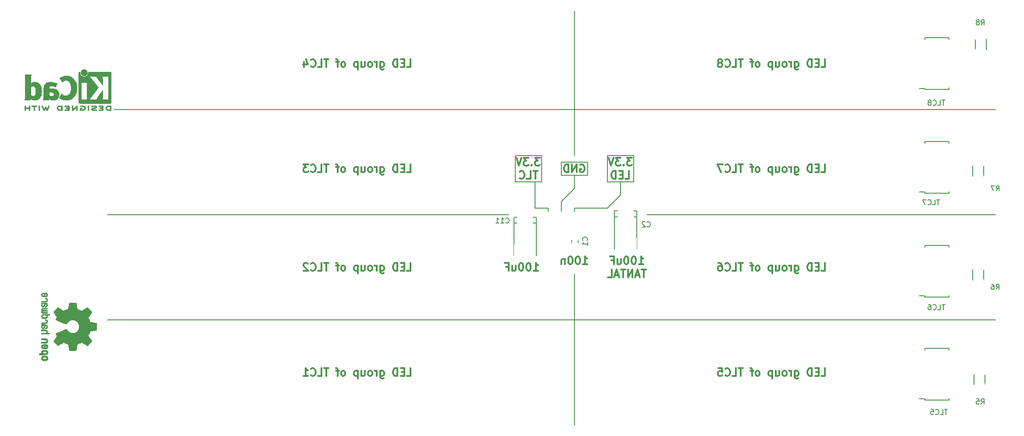
<source format=gbo>
%TF.GenerationSoftware,KiCad,Pcbnew,4.0.4-stable*%
%TF.CreationDate,2016-10-15T20:39:20+02:00*%
%TF.ProjectId,matrix-clock,6D61747269782D636C6F636B2E6B6963,rev?*%
%TF.FileFunction,Legend,Bot*%
%FSLAX46Y46*%
G04 Gerber Fmt 4.6, Leading zero omitted, Abs format (unit mm)*
G04 Created by KiCad (PCBNEW 4.0.4-stable) date Sat Oct 15 20:39:20 2016*
%MOMM*%
%LPD*%
G01*
G04 APERTURE LIST*
%ADD10C,0.100000*%
%ADD11C,0.300000*%
%ADD12C,0.200000*%
%ADD13C,0.010000*%
%ADD14C,0.150000*%
%ADD15C,1.924000*%
%ADD16R,2.127200X2.127200*%
%ADD17O,2.127200X2.127200*%
%ADD18R,2.100000X2.400000*%
%ADD19R,1.290000X1.500000*%
%ADD20R,1.500000X0.800000*%
%ADD21R,1.700000X1.700000*%
%ADD22C,1.700000*%
%ADD23R,3.100020X2.950160*%
%ADD24R,4.199840X2.950160*%
%ADD25R,1.150000X1.600000*%
%ADD26C,6.100000*%
%ADD27O,2.400000X3.400000*%
G04 APERTURE END LIST*
D10*
D11*
X208551428Y-93998571D02*
X209408571Y-93998571D01*
X208979999Y-93998571D02*
X208979999Y-92498571D01*
X209122856Y-92712857D01*
X209265714Y-92855714D01*
X209408571Y-92927143D01*
X207622857Y-92498571D02*
X207480000Y-92498571D01*
X207337143Y-92570000D01*
X207265714Y-92641429D01*
X207194285Y-92784286D01*
X207122857Y-93070000D01*
X207122857Y-93427143D01*
X207194285Y-93712857D01*
X207265714Y-93855714D01*
X207337143Y-93927143D01*
X207480000Y-93998571D01*
X207622857Y-93998571D01*
X207765714Y-93927143D01*
X207837143Y-93855714D01*
X207908571Y-93712857D01*
X207980000Y-93427143D01*
X207980000Y-93070000D01*
X207908571Y-92784286D01*
X207837143Y-92641429D01*
X207765714Y-92570000D01*
X207622857Y-92498571D01*
X206194286Y-92498571D02*
X206051429Y-92498571D01*
X205908572Y-92570000D01*
X205837143Y-92641429D01*
X205765714Y-92784286D01*
X205694286Y-93070000D01*
X205694286Y-93427143D01*
X205765714Y-93712857D01*
X205837143Y-93855714D01*
X205908572Y-93927143D01*
X206051429Y-93998571D01*
X206194286Y-93998571D01*
X206337143Y-93927143D01*
X206408572Y-93855714D01*
X206480000Y-93712857D01*
X206551429Y-93427143D01*
X206551429Y-93070000D01*
X206480000Y-92784286D01*
X206408572Y-92641429D01*
X206337143Y-92570000D01*
X206194286Y-92498571D01*
X204408572Y-92998571D02*
X204408572Y-93998571D01*
X205051429Y-92998571D02*
X205051429Y-93784286D01*
X204980001Y-93927143D01*
X204837143Y-93998571D01*
X204622858Y-93998571D01*
X204480001Y-93927143D01*
X204408572Y-93855714D01*
X203194286Y-93212857D02*
X203694286Y-93212857D01*
X203694286Y-93998571D02*
X203694286Y-92498571D01*
X202980000Y-92498571D01*
X228871428Y-92723571D02*
X229728571Y-92723571D01*
X229299999Y-92723571D02*
X229299999Y-91223571D01*
X229442856Y-91437857D01*
X229585714Y-91580714D01*
X229728571Y-91652143D01*
X227942857Y-91223571D02*
X227800000Y-91223571D01*
X227657143Y-91295000D01*
X227585714Y-91366429D01*
X227514285Y-91509286D01*
X227442857Y-91795000D01*
X227442857Y-92152143D01*
X227514285Y-92437857D01*
X227585714Y-92580714D01*
X227657143Y-92652143D01*
X227800000Y-92723571D01*
X227942857Y-92723571D01*
X228085714Y-92652143D01*
X228157143Y-92580714D01*
X228228571Y-92437857D01*
X228300000Y-92152143D01*
X228300000Y-91795000D01*
X228228571Y-91509286D01*
X228157143Y-91366429D01*
X228085714Y-91295000D01*
X227942857Y-91223571D01*
X226514286Y-91223571D02*
X226371429Y-91223571D01*
X226228572Y-91295000D01*
X226157143Y-91366429D01*
X226085714Y-91509286D01*
X226014286Y-91795000D01*
X226014286Y-92152143D01*
X226085714Y-92437857D01*
X226157143Y-92580714D01*
X226228572Y-92652143D01*
X226371429Y-92723571D01*
X226514286Y-92723571D01*
X226657143Y-92652143D01*
X226728572Y-92580714D01*
X226800000Y-92437857D01*
X226871429Y-92152143D01*
X226871429Y-91795000D01*
X226800000Y-91509286D01*
X226728572Y-91366429D01*
X226657143Y-91295000D01*
X226514286Y-91223571D01*
X224728572Y-91723571D02*
X224728572Y-92723571D01*
X225371429Y-91723571D02*
X225371429Y-92509286D01*
X225300001Y-92652143D01*
X225157143Y-92723571D01*
X224942858Y-92723571D01*
X224800001Y-92652143D01*
X224728572Y-92580714D01*
X223514286Y-91937857D02*
X224014286Y-91937857D01*
X224014286Y-92723571D02*
X224014286Y-91223571D01*
X223300000Y-91223571D01*
X230228571Y-93773571D02*
X229371428Y-93773571D01*
X229799999Y-95273571D02*
X229799999Y-93773571D01*
X228942857Y-94845000D02*
X228228571Y-94845000D01*
X229085714Y-95273571D02*
X228585714Y-93773571D01*
X228085714Y-95273571D01*
X227585714Y-95273571D02*
X227585714Y-93773571D01*
X226728571Y-95273571D01*
X226728571Y-93773571D01*
X226228571Y-93773571D02*
X225371428Y-93773571D01*
X225799999Y-95273571D02*
X225799999Y-93773571D01*
X224942857Y-94845000D02*
X224228571Y-94845000D01*
X225085714Y-95273571D02*
X224585714Y-93773571D01*
X224085714Y-95273571D01*
X222871428Y-95273571D02*
X223585714Y-95273571D01*
X223585714Y-93773571D01*
X218068571Y-92728571D02*
X218925714Y-92728571D01*
X218497142Y-92728571D02*
X218497142Y-91228571D01*
X218639999Y-91442857D01*
X218782857Y-91585714D01*
X218925714Y-91657143D01*
X217140000Y-91228571D02*
X216997143Y-91228571D01*
X216854286Y-91300000D01*
X216782857Y-91371429D01*
X216711428Y-91514286D01*
X216640000Y-91800000D01*
X216640000Y-92157143D01*
X216711428Y-92442857D01*
X216782857Y-92585714D01*
X216854286Y-92657143D01*
X216997143Y-92728571D01*
X217140000Y-92728571D01*
X217282857Y-92657143D01*
X217354286Y-92585714D01*
X217425714Y-92442857D01*
X217497143Y-92157143D01*
X217497143Y-91800000D01*
X217425714Y-91514286D01*
X217354286Y-91371429D01*
X217282857Y-91300000D01*
X217140000Y-91228571D01*
X215711429Y-91228571D02*
X215568572Y-91228571D01*
X215425715Y-91300000D01*
X215354286Y-91371429D01*
X215282857Y-91514286D01*
X215211429Y-91800000D01*
X215211429Y-92157143D01*
X215282857Y-92442857D01*
X215354286Y-92585714D01*
X215425715Y-92657143D01*
X215568572Y-92728571D01*
X215711429Y-92728571D01*
X215854286Y-92657143D01*
X215925715Y-92585714D01*
X215997143Y-92442857D01*
X216068572Y-92157143D01*
X216068572Y-91800000D01*
X215997143Y-91514286D01*
X215925715Y-91371429D01*
X215854286Y-91300000D01*
X215711429Y-91228571D01*
X214568572Y-91728571D02*
X214568572Y-92728571D01*
X214568572Y-91871429D02*
X214497144Y-91800000D01*
X214354286Y-91728571D01*
X214140001Y-91728571D01*
X213997144Y-91800000D01*
X213925715Y-91942857D01*
X213925715Y-92728571D01*
D12*
X216390000Y-78080000D02*
X216390000Y-75540000D01*
X213850000Y-80620000D02*
X216390000Y-78080000D01*
X213850000Y-83160000D02*
X213850000Y-80620000D01*
X213850000Y-75540000D02*
X213850000Y-73000000D01*
X218930000Y-75540000D02*
X213850000Y-75540000D01*
X218930000Y-73000000D02*
X218930000Y-75540000D01*
X213850000Y-73000000D02*
X218930000Y-73000000D01*
D11*
X217532857Y-73520000D02*
X217675714Y-73448571D01*
X217890000Y-73448571D01*
X218104285Y-73520000D01*
X218247143Y-73662857D01*
X218318571Y-73805714D01*
X218390000Y-74091429D01*
X218390000Y-74305714D01*
X218318571Y-74591429D01*
X218247143Y-74734286D01*
X218104285Y-74877143D01*
X217890000Y-74948571D01*
X217747143Y-74948571D01*
X217532857Y-74877143D01*
X217461428Y-74805714D01*
X217461428Y-74305714D01*
X217747143Y-74305714D01*
X216818571Y-74948571D02*
X216818571Y-73448571D01*
X215961428Y-74948571D01*
X215961428Y-73448571D01*
X215247142Y-74948571D02*
X215247142Y-73448571D01*
X214889999Y-73448571D01*
X214675714Y-73520000D01*
X214532856Y-73662857D01*
X214461428Y-73805714D01*
X214389999Y-74091429D01*
X214389999Y-74305714D01*
X214461428Y-74591429D01*
X214532856Y-74734286D01*
X214675714Y-74877143D01*
X214889999Y-74948571D01*
X215247142Y-74948571D01*
D12*
X216390000Y-81890000D02*
X217660000Y-81890000D01*
X216390000Y-84430000D02*
X216390000Y-81890000D01*
X216390000Y-70460000D02*
X216390000Y-71730000D01*
X216390000Y-46330000D02*
X216390000Y-70460000D01*
X216390000Y-103480000D02*
X216390000Y-94590000D01*
X222740000Y-81890000D02*
X217660000Y-81890000D01*
X225280000Y-79350000D02*
X222740000Y-81890000D01*
X225280000Y-76810000D02*
X225280000Y-79350000D01*
X222740000Y-76810000D02*
X222740000Y-71730000D01*
X227820000Y-76810000D02*
X222740000Y-76810000D01*
X227820000Y-71730000D02*
X227820000Y-76810000D01*
X222740000Y-71730000D02*
X227820000Y-71730000D01*
D11*
X227494285Y-72173571D02*
X226565714Y-72173571D01*
X227065714Y-72745000D01*
X226851428Y-72745000D01*
X226708571Y-72816429D01*
X226637142Y-72887857D01*
X226565714Y-73030714D01*
X226565714Y-73387857D01*
X226637142Y-73530714D01*
X226708571Y-73602143D01*
X226851428Y-73673571D01*
X227280000Y-73673571D01*
X227422857Y-73602143D01*
X227494285Y-73530714D01*
X225922857Y-73530714D02*
X225851429Y-73602143D01*
X225922857Y-73673571D01*
X225994286Y-73602143D01*
X225922857Y-73530714D01*
X225922857Y-73673571D01*
X225351428Y-72173571D02*
X224422857Y-72173571D01*
X224922857Y-72745000D01*
X224708571Y-72745000D01*
X224565714Y-72816429D01*
X224494285Y-72887857D01*
X224422857Y-73030714D01*
X224422857Y-73387857D01*
X224494285Y-73530714D01*
X224565714Y-73602143D01*
X224708571Y-73673571D01*
X225137143Y-73673571D01*
X225280000Y-73602143D01*
X225351428Y-73530714D01*
X223994286Y-72173571D02*
X223494286Y-73673571D01*
X222994286Y-72173571D01*
X226244285Y-76223571D02*
X226958571Y-76223571D01*
X226958571Y-74723571D01*
X225744285Y-75437857D02*
X225244285Y-75437857D01*
X225029999Y-76223571D02*
X225744285Y-76223571D01*
X225744285Y-74723571D01*
X225029999Y-74723571D01*
X224387142Y-76223571D02*
X224387142Y-74723571D01*
X224029999Y-74723571D01*
X223815714Y-74795000D01*
X223672856Y-74937857D01*
X223601428Y-75080714D01*
X223529999Y-75366429D01*
X223529999Y-75580714D01*
X223601428Y-75866429D01*
X223672856Y-76009286D01*
X223815714Y-76152143D01*
X224029999Y-76223571D01*
X224387142Y-76223571D01*
D12*
X230360000Y-83160000D02*
X297670000Y-83160000D01*
X203690000Y-83160000D02*
X126220000Y-83160000D01*
X211310000Y-81890000D02*
X211310000Y-83160000D01*
X210040000Y-76810000D02*
X208770000Y-76810000D01*
X210040000Y-71730000D02*
X210040000Y-76810000D01*
X204960000Y-71730000D02*
X210040000Y-71730000D01*
X204960000Y-76810000D02*
X204960000Y-71730000D01*
X208770000Y-76810000D02*
X204960000Y-76810000D01*
X208770000Y-81890000D02*
X208770000Y-76810000D01*
X211310000Y-81890000D02*
X208770000Y-81890000D01*
D11*
X209714285Y-72173571D02*
X208785714Y-72173571D01*
X209285714Y-72745000D01*
X209071428Y-72745000D01*
X208928571Y-72816429D01*
X208857142Y-72887857D01*
X208785714Y-73030714D01*
X208785714Y-73387857D01*
X208857142Y-73530714D01*
X208928571Y-73602143D01*
X209071428Y-73673571D01*
X209500000Y-73673571D01*
X209642857Y-73602143D01*
X209714285Y-73530714D01*
X208142857Y-73530714D02*
X208071429Y-73602143D01*
X208142857Y-73673571D01*
X208214286Y-73602143D01*
X208142857Y-73530714D01*
X208142857Y-73673571D01*
X207571428Y-72173571D02*
X206642857Y-72173571D01*
X207142857Y-72745000D01*
X206928571Y-72745000D01*
X206785714Y-72816429D01*
X206714285Y-72887857D01*
X206642857Y-73030714D01*
X206642857Y-73387857D01*
X206714285Y-73530714D01*
X206785714Y-73602143D01*
X206928571Y-73673571D01*
X207357143Y-73673571D01*
X207500000Y-73602143D01*
X207571428Y-73530714D01*
X206214286Y-72173571D02*
X205714286Y-73673571D01*
X205214286Y-72173571D01*
X209285714Y-74723571D02*
X208428571Y-74723571D01*
X208857142Y-76223571D02*
X208857142Y-74723571D01*
X207214285Y-76223571D02*
X207928571Y-76223571D01*
X207928571Y-74723571D01*
X205857142Y-76080714D02*
X205928571Y-76152143D01*
X206142857Y-76223571D01*
X206285714Y-76223571D01*
X206499999Y-76152143D01*
X206642857Y-76009286D01*
X206714285Y-75866429D01*
X206785714Y-75580714D01*
X206785714Y-75366429D01*
X206714285Y-75080714D01*
X206642857Y-74937857D01*
X206499999Y-74795000D01*
X206285714Y-74723571D01*
X206142857Y-74723571D01*
X205928571Y-74795000D01*
X205857142Y-74866429D01*
X264097142Y-114318571D02*
X264811428Y-114318571D01*
X264811428Y-112818571D01*
X263597142Y-113532857D02*
X263097142Y-113532857D01*
X262882856Y-114318571D02*
X263597142Y-114318571D01*
X263597142Y-112818571D01*
X262882856Y-112818571D01*
X262239999Y-114318571D02*
X262239999Y-112818571D01*
X261882856Y-112818571D01*
X261668571Y-112890000D01*
X261525713Y-113032857D01*
X261454285Y-113175714D01*
X261382856Y-113461429D01*
X261382856Y-113675714D01*
X261454285Y-113961429D01*
X261525713Y-114104286D01*
X261668571Y-114247143D01*
X261882856Y-114318571D01*
X262239999Y-114318571D01*
X258954285Y-113318571D02*
X258954285Y-114532857D01*
X259025714Y-114675714D01*
X259097142Y-114747143D01*
X259239999Y-114818571D01*
X259454285Y-114818571D01*
X259597142Y-114747143D01*
X258954285Y-114247143D02*
X259097142Y-114318571D01*
X259382856Y-114318571D01*
X259525714Y-114247143D01*
X259597142Y-114175714D01*
X259668571Y-114032857D01*
X259668571Y-113604286D01*
X259597142Y-113461429D01*
X259525714Y-113390000D01*
X259382856Y-113318571D01*
X259097142Y-113318571D01*
X258954285Y-113390000D01*
X258239999Y-114318571D02*
X258239999Y-113318571D01*
X258239999Y-113604286D02*
X258168571Y-113461429D01*
X258097142Y-113390000D01*
X257954285Y-113318571D01*
X257811428Y-113318571D01*
X257097142Y-114318571D02*
X257240000Y-114247143D01*
X257311428Y-114175714D01*
X257382857Y-114032857D01*
X257382857Y-113604286D01*
X257311428Y-113461429D01*
X257240000Y-113390000D01*
X257097142Y-113318571D01*
X256882857Y-113318571D01*
X256740000Y-113390000D01*
X256668571Y-113461429D01*
X256597142Y-113604286D01*
X256597142Y-114032857D01*
X256668571Y-114175714D01*
X256740000Y-114247143D01*
X256882857Y-114318571D01*
X257097142Y-114318571D01*
X255311428Y-113318571D02*
X255311428Y-114318571D01*
X255954285Y-113318571D02*
X255954285Y-114104286D01*
X255882857Y-114247143D01*
X255739999Y-114318571D01*
X255525714Y-114318571D01*
X255382857Y-114247143D01*
X255311428Y-114175714D01*
X254597142Y-113318571D02*
X254597142Y-114818571D01*
X254597142Y-113390000D02*
X254454285Y-113318571D01*
X254168571Y-113318571D01*
X254025714Y-113390000D01*
X253954285Y-113461429D01*
X253882856Y-113604286D01*
X253882856Y-114032857D01*
X253954285Y-114175714D01*
X254025714Y-114247143D01*
X254168571Y-114318571D01*
X254454285Y-114318571D01*
X254597142Y-114247143D01*
X251882856Y-114318571D02*
X252025714Y-114247143D01*
X252097142Y-114175714D01*
X252168571Y-114032857D01*
X252168571Y-113604286D01*
X252097142Y-113461429D01*
X252025714Y-113390000D01*
X251882856Y-113318571D01*
X251668571Y-113318571D01*
X251525714Y-113390000D01*
X251454285Y-113461429D01*
X251382856Y-113604286D01*
X251382856Y-114032857D01*
X251454285Y-114175714D01*
X251525714Y-114247143D01*
X251668571Y-114318571D01*
X251882856Y-114318571D01*
X250954285Y-113318571D02*
X250382856Y-113318571D01*
X250739999Y-114318571D02*
X250739999Y-113032857D01*
X250668571Y-112890000D01*
X250525713Y-112818571D01*
X250382856Y-112818571D01*
X248954285Y-112818571D02*
X248097142Y-112818571D01*
X248525713Y-114318571D02*
X248525713Y-112818571D01*
X246882856Y-114318571D02*
X247597142Y-114318571D01*
X247597142Y-112818571D01*
X245525713Y-114175714D02*
X245597142Y-114247143D01*
X245811428Y-114318571D01*
X245954285Y-114318571D01*
X246168570Y-114247143D01*
X246311428Y-114104286D01*
X246382856Y-113961429D01*
X246454285Y-113675714D01*
X246454285Y-113461429D01*
X246382856Y-113175714D01*
X246311428Y-113032857D01*
X246168570Y-112890000D01*
X245954285Y-112818571D01*
X245811428Y-112818571D01*
X245597142Y-112890000D01*
X245525713Y-112961429D01*
X244168570Y-112818571D02*
X244882856Y-112818571D01*
X244954285Y-113532857D01*
X244882856Y-113461429D01*
X244739999Y-113390000D01*
X244382856Y-113390000D01*
X244239999Y-113461429D01*
X244168570Y-113532857D01*
X244097142Y-113675714D01*
X244097142Y-114032857D01*
X244168570Y-114175714D01*
X244239999Y-114247143D01*
X244382856Y-114318571D01*
X244739999Y-114318571D01*
X244882856Y-114247143D01*
X244954285Y-114175714D01*
X264097142Y-93998571D02*
X264811428Y-93998571D01*
X264811428Y-92498571D01*
X263597142Y-93212857D02*
X263097142Y-93212857D01*
X262882856Y-93998571D02*
X263597142Y-93998571D01*
X263597142Y-92498571D01*
X262882856Y-92498571D01*
X262239999Y-93998571D02*
X262239999Y-92498571D01*
X261882856Y-92498571D01*
X261668571Y-92570000D01*
X261525713Y-92712857D01*
X261454285Y-92855714D01*
X261382856Y-93141429D01*
X261382856Y-93355714D01*
X261454285Y-93641429D01*
X261525713Y-93784286D01*
X261668571Y-93927143D01*
X261882856Y-93998571D01*
X262239999Y-93998571D01*
X258954285Y-92998571D02*
X258954285Y-94212857D01*
X259025714Y-94355714D01*
X259097142Y-94427143D01*
X259239999Y-94498571D01*
X259454285Y-94498571D01*
X259597142Y-94427143D01*
X258954285Y-93927143D02*
X259097142Y-93998571D01*
X259382856Y-93998571D01*
X259525714Y-93927143D01*
X259597142Y-93855714D01*
X259668571Y-93712857D01*
X259668571Y-93284286D01*
X259597142Y-93141429D01*
X259525714Y-93070000D01*
X259382856Y-92998571D01*
X259097142Y-92998571D01*
X258954285Y-93070000D01*
X258239999Y-93998571D02*
X258239999Y-92998571D01*
X258239999Y-93284286D02*
X258168571Y-93141429D01*
X258097142Y-93070000D01*
X257954285Y-92998571D01*
X257811428Y-92998571D01*
X257097142Y-93998571D02*
X257240000Y-93927143D01*
X257311428Y-93855714D01*
X257382857Y-93712857D01*
X257382857Y-93284286D01*
X257311428Y-93141429D01*
X257240000Y-93070000D01*
X257097142Y-92998571D01*
X256882857Y-92998571D01*
X256740000Y-93070000D01*
X256668571Y-93141429D01*
X256597142Y-93284286D01*
X256597142Y-93712857D01*
X256668571Y-93855714D01*
X256740000Y-93927143D01*
X256882857Y-93998571D01*
X257097142Y-93998571D01*
X255311428Y-92998571D02*
X255311428Y-93998571D01*
X255954285Y-92998571D02*
X255954285Y-93784286D01*
X255882857Y-93927143D01*
X255739999Y-93998571D01*
X255525714Y-93998571D01*
X255382857Y-93927143D01*
X255311428Y-93855714D01*
X254597142Y-92998571D02*
X254597142Y-94498571D01*
X254597142Y-93070000D02*
X254454285Y-92998571D01*
X254168571Y-92998571D01*
X254025714Y-93070000D01*
X253954285Y-93141429D01*
X253882856Y-93284286D01*
X253882856Y-93712857D01*
X253954285Y-93855714D01*
X254025714Y-93927143D01*
X254168571Y-93998571D01*
X254454285Y-93998571D01*
X254597142Y-93927143D01*
X251882856Y-93998571D02*
X252025714Y-93927143D01*
X252097142Y-93855714D01*
X252168571Y-93712857D01*
X252168571Y-93284286D01*
X252097142Y-93141429D01*
X252025714Y-93070000D01*
X251882856Y-92998571D01*
X251668571Y-92998571D01*
X251525714Y-93070000D01*
X251454285Y-93141429D01*
X251382856Y-93284286D01*
X251382856Y-93712857D01*
X251454285Y-93855714D01*
X251525714Y-93927143D01*
X251668571Y-93998571D01*
X251882856Y-93998571D01*
X250954285Y-92998571D02*
X250382856Y-92998571D01*
X250739999Y-93998571D02*
X250739999Y-92712857D01*
X250668571Y-92570000D01*
X250525713Y-92498571D01*
X250382856Y-92498571D01*
X248954285Y-92498571D02*
X248097142Y-92498571D01*
X248525713Y-93998571D02*
X248525713Y-92498571D01*
X246882856Y-93998571D02*
X247597142Y-93998571D01*
X247597142Y-92498571D01*
X245525713Y-93855714D02*
X245597142Y-93927143D01*
X245811428Y-93998571D01*
X245954285Y-93998571D01*
X246168570Y-93927143D01*
X246311428Y-93784286D01*
X246382856Y-93641429D01*
X246454285Y-93355714D01*
X246454285Y-93141429D01*
X246382856Y-92855714D01*
X246311428Y-92712857D01*
X246168570Y-92570000D01*
X245954285Y-92498571D01*
X245811428Y-92498571D01*
X245597142Y-92570000D01*
X245525713Y-92641429D01*
X244239999Y-92498571D02*
X244525713Y-92498571D01*
X244668570Y-92570000D01*
X244739999Y-92641429D01*
X244882856Y-92855714D01*
X244954285Y-93141429D01*
X244954285Y-93712857D01*
X244882856Y-93855714D01*
X244811428Y-93927143D01*
X244668570Y-93998571D01*
X244382856Y-93998571D01*
X244239999Y-93927143D01*
X244168570Y-93855714D01*
X244097142Y-93712857D01*
X244097142Y-93355714D01*
X244168570Y-93212857D01*
X244239999Y-93141429D01*
X244382856Y-93070000D01*
X244668570Y-93070000D01*
X244811428Y-93141429D01*
X244882856Y-93212857D01*
X244954285Y-93355714D01*
X264097142Y-74948571D02*
X264811428Y-74948571D01*
X264811428Y-73448571D01*
X263597142Y-74162857D02*
X263097142Y-74162857D01*
X262882856Y-74948571D02*
X263597142Y-74948571D01*
X263597142Y-73448571D01*
X262882856Y-73448571D01*
X262239999Y-74948571D02*
X262239999Y-73448571D01*
X261882856Y-73448571D01*
X261668571Y-73520000D01*
X261525713Y-73662857D01*
X261454285Y-73805714D01*
X261382856Y-74091429D01*
X261382856Y-74305714D01*
X261454285Y-74591429D01*
X261525713Y-74734286D01*
X261668571Y-74877143D01*
X261882856Y-74948571D01*
X262239999Y-74948571D01*
X258954285Y-73948571D02*
X258954285Y-75162857D01*
X259025714Y-75305714D01*
X259097142Y-75377143D01*
X259239999Y-75448571D01*
X259454285Y-75448571D01*
X259597142Y-75377143D01*
X258954285Y-74877143D02*
X259097142Y-74948571D01*
X259382856Y-74948571D01*
X259525714Y-74877143D01*
X259597142Y-74805714D01*
X259668571Y-74662857D01*
X259668571Y-74234286D01*
X259597142Y-74091429D01*
X259525714Y-74020000D01*
X259382856Y-73948571D01*
X259097142Y-73948571D01*
X258954285Y-74020000D01*
X258239999Y-74948571D02*
X258239999Y-73948571D01*
X258239999Y-74234286D02*
X258168571Y-74091429D01*
X258097142Y-74020000D01*
X257954285Y-73948571D01*
X257811428Y-73948571D01*
X257097142Y-74948571D02*
X257240000Y-74877143D01*
X257311428Y-74805714D01*
X257382857Y-74662857D01*
X257382857Y-74234286D01*
X257311428Y-74091429D01*
X257240000Y-74020000D01*
X257097142Y-73948571D01*
X256882857Y-73948571D01*
X256740000Y-74020000D01*
X256668571Y-74091429D01*
X256597142Y-74234286D01*
X256597142Y-74662857D01*
X256668571Y-74805714D01*
X256740000Y-74877143D01*
X256882857Y-74948571D01*
X257097142Y-74948571D01*
X255311428Y-73948571D02*
X255311428Y-74948571D01*
X255954285Y-73948571D02*
X255954285Y-74734286D01*
X255882857Y-74877143D01*
X255739999Y-74948571D01*
X255525714Y-74948571D01*
X255382857Y-74877143D01*
X255311428Y-74805714D01*
X254597142Y-73948571D02*
X254597142Y-75448571D01*
X254597142Y-74020000D02*
X254454285Y-73948571D01*
X254168571Y-73948571D01*
X254025714Y-74020000D01*
X253954285Y-74091429D01*
X253882856Y-74234286D01*
X253882856Y-74662857D01*
X253954285Y-74805714D01*
X254025714Y-74877143D01*
X254168571Y-74948571D01*
X254454285Y-74948571D01*
X254597142Y-74877143D01*
X251882856Y-74948571D02*
X252025714Y-74877143D01*
X252097142Y-74805714D01*
X252168571Y-74662857D01*
X252168571Y-74234286D01*
X252097142Y-74091429D01*
X252025714Y-74020000D01*
X251882856Y-73948571D01*
X251668571Y-73948571D01*
X251525714Y-74020000D01*
X251454285Y-74091429D01*
X251382856Y-74234286D01*
X251382856Y-74662857D01*
X251454285Y-74805714D01*
X251525714Y-74877143D01*
X251668571Y-74948571D01*
X251882856Y-74948571D01*
X250954285Y-73948571D02*
X250382856Y-73948571D01*
X250739999Y-74948571D02*
X250739999Y-73662857D01*
X250668571Y-73520000D01*
X250525713Y-73448571D01*
X250382856Y-73448571D01*
X248954285Y-73448571D02*
X248097142Y-73448571D01*
X248525713Y-74948571D02*
X248525713Y-73448571D01*
X246882856Y-74948571D02*
X247597142Y-74948571D01*
X247597142Y-73448571D01*
X245525713Y-74805714D02*
X245597142Y-74877143D01*
X245811428Y-74948571D01*
X245954285Y-74948571D01*
X246168570Y-74877143D01*
X246311428Y-74734286D01*
X246382856Y-74591429D01*
X246454285Y-74305714D01*
X246454285Y-74091429D01*
X246382856Y-73805714D01*
X246311428Y-73662857D01*
X246168570Y-73520000D01*
X245954285Y-73448571D01*
X245811428Y-73448571D01*
X245597142Y-73520000D01*
X245525713Y-73591429D01*
X245025713Y-73448571D02*
X244025713Y-73448571D01*
X244668570Y-74948571D01*
X264097142Y-54628571D02*
X264811428Y-54628571D01*
X264811428Y-53128571D01*
X263597142Y-53842857D02*
X263097142Y-53842857D01*
X262882856Y-54628571D02*
X263597142Y-54628571D01*
X263597142Y-53128571D01*
X262882856Y-53128571D01*
X262239999Y-54628571D02*
X262239999Y-53128571D01*
X261882856Y-53128571D01*
X261668571Y-53200000D01*
X261525713Y-53342857D01*
X261454285Y-53485714D01*
X261382856Y-53771429D01*
X261382856Y-53985714D01*
X261454285Y-54271429D01*
X261525713Y-54414286D01*
X261668571Y-54557143D01*
X261882856Y-54628571D01*
X262239999Y-54628571D01*
X258954285Y-53628571D02*
X258954285Y-54842857D01*
X259025714Y-54985714D01*
X259097142Y-55057143D01*
X259239999Y-55128571D01*
X259454285Y-55128571D01*
X259597142Y-55057143D01*
X258954285Y-54557143D02*
X259097142Y-54628571D01*
X259382856Y-54628571D01*
X259525714Y-54557143D01*
X259597142Y-54485714D01*
X259668571Y-54342857D01*
X259668571Y-53914286D01*
X259597142Y-53771429D01*
X259525714Y-53700000D01*
X259382856Y-53628571D01*
X259097142Y-53628571D01*
X258954285Y-53700000D01*
X258239999Y-54628571D02*
X258239999Y-53628571D01*
X258239999Y-53914286D02*
X258168571Y-53771429D01*
X258097142Y-53700000D01*
X257954285Y-53628571D01*
X257811428Y-53628571D01*
X257097142Y-54628571D02*
X257240000Y-54557143D01*
X257311428Y-54485714D01*
X257382857Y-54342857D01*
X257382857Y-53914286D01*
X257311428Y-53771429D01*
X257240000Y-53700000D01*
X257097142Y-53628571D01*
X256882857Y-53628571D01*
X256740000Y-53700000D01*
X256668571Y-53771429D01*
X256597142Y-53914286D01*
X256597142Y-54342857D01*
X256668571Y-54485714D01*
X256740000Y-54557143D01*
X256882857Y-54628571D01*
X257097142Y-54628571D01*
X255311428Y-53628571D02*
X255311428Y-54628571D01*
X255954285Y-53628571D02*
X255954285Y-54414286D01*
X255882857Y-54557143D01*
X255739999Y-54628571D01*
X255525714Y-54628571D01*
X255382857Y-54557143D01*
X255311428Y-54485714D01*
X254597142Y-53628571D02*
X254597142Y-55128571D01*
X254597142Y-53700000D02*
X254454285Y-53628571D01*
X254168571Y-53628571D01*
X254025714Y-53700000D01*
X253954285Y-53771429D01*
X253882856Y-53914286D01*
X253882856Y-54342857D01*
X253954285Y-54485714D01*
X254025714Y-54557143D01*
X254168571Y-54628571D01*
X254454285Y-54628571D01*
X254597142Y-54557143D01*
X251882856Y-54628571D02*
X252025714Y-54557143D01*
X252097142Y-54485714D01*
X252168571Y-54342857D01*
X252168571Y-53914286D01*
X252097142Y-53771429D01*
X252025714Y-53700000D01*
X251882856Y-53628571D01*
X251668571Y-53628571D01*
X251525714Y-53700000D01*
X251454285Y-53771429D01*
X251382856Y-53914286D01*
X251382856Y-54342857D01*
X251454285Y-54485714D01*
X251525714Y-54557143D01*
X251668571Y-54628571D01*
X251882856Y-54628571D01*
X250954285Y-53628571D02*
X250382856Y-53628571D01*
X250739999Y-54628571D02*
X250739999Y-53342857D01*
X250668571Y-53200000D01*
X250525713Y-53128571D01*
X250382856Y-53128571D01*
X248954285Y-53128571D02*
X248097142Y-53128571D01*
X248525713Y-54628571D02*
X248525713Y-53128571D01*
X246882856Y-54628571D02*
X247597142Y-54628571D01*
X247597142Y-53128571D01*
X245525713Y-54485714D02*
X245597142Y-54557143D01*
X245811428Y-54628571D01*
X245954285Y-54628571D01*
X246168570Y-54557143D01*
X246311428Y-54414286D01*
X246382856Y-54271429D01*
X246454285Y-53985714D01*
X246454285Y-53771429D01*
X246382856Y-53485714D01*
X246311428Y-53342857D01*
X246168570Y-53200000D01*
X245954285Y-53128571D01*
X245811428Y-53128571D01*
X245597142Y-53200000D01*
X245525713Y-53271429D01*
X244668570Y-53771429D02*
X244811428Y-53700000D01*
X244882856Y-53628571D01*
X244954285Y-53485714D01*
X244954285Y-53414286D01*
X244882856Y-53271429D01*
X244811428Y-53200000D01*
X244668570Y-53128571D01*
X244382856Y-53128571D01*
X244239999Y-53200000D01*
X244168570Y-53271429D01*
X244097142Y-53414286D01*
X244097142Y-53485714D01*
X244168570Y-53628571D01*
X244239999Y-53700000D01*
X244382856Y-53771429D01*
X244668570Y-53771429D01*
X244811428Y-53842857D01*
X244882856Y-53914286D01*
X244954285Y-54057143D01*
X244954285Y-54342857D01*
X244882856Y-54485714D01*
X244811428Y-54557143D01*
X244668570Y-54628571D01*
X244382856Y-54628571D01*
X244239999Y-54557143D01*
X244168570Y-54485714D01*
X244097142Y-54342857D01*
X244097142Y-54057143D01*
X244168570Y-53914286D01*
X244239999Y-53842857D01*
X244382856Y-53771429D01*
X184087142Y-114318571D02*
X184801428Y-114318571D01*
X184801428Y-112818571D01*
X183587142Y-113532857D02*
X183087142Y-113532857D01*
X182872856Y-114318571D02*
X183587142Y-114318571D01*
X183587142Y-112818571D01*
X182872856Y-112818571D01*
X182229999Y-114318571D02*
X182229999Y-112818571D01*
X181872856Y-112818571D01*
X181658571Y-112890000D01*
X181515713Y-113032857D01*
X181444285Y-113175714D01*
X181372856Y-113461429D01*
X181372856Y-113675714D01*
X181444285Y-113961429D01*
X181515713Y-114104286D01*
X181658571Y-114247143D01*
X181872856Y-114318571D01*
X182229999Y-114318571D01*
X178944285Y-113318571D02*
X178944285Y-114532857D01*
X179015714Y-114675714D01*
X179087142Y-114747143D01*
X179229999Y-114818571D01*
X179444285Y-114818571D01*
X179587142Y-114747143D01*
X178944285Y-114247143D02*
X179087142Y-114318571D01*
X179372856Y-114318571D01*
X179515714Y-114247143D01*
X179587142Y-114175714D01*
X179658571Y-114032857D01*
X179658571Y-113604286D01*
X179587142Y-113461429D01*
X179515714Y-113390000D01*
X179372856Y-113318571D01*
X179087142Y-113318571D01*
X178944285Y-113390000D01*
X178229999Y-114318571D02*
X178229999Y-113318571D01*
X178229999Y-113604286D02*
X178158571Y-113461429D01*
X178087142Y-113390000D01*
X177944285Y-113318571D01*
X177801428Y-113318571D01*
X177087142Y-114318571D02*
X177230000Y-114247143D01*
X177301428Y-114175714D01*
X177372857Y-114032857D01*
X177372857Y-113604286D01*
X177301428Y-113461429D01*
X177230000Y-113390000D01*
X177087142Y-113318571D01*
X176872857Y-113318571D01*
X176730000Y-113390000D01*
X176658571Y-113461429D01*
X176587142Y-113604286D01*
X176587142Y-114032857D01*
X176658571Y-114175714D01*
X176730000Y-114247143D01*
X176872857Y-114318571D01*
X177087142Y-114318571D01*
X175301428Y-113318571D02*
X175301428Y-114318571D01*
X175944285Y-113318571D02*
X175944285Y-114104286D01*
X175872857Y-114247143D01*
X175729999Y-114318571D01*
X175515714Y-114318571D01*
X175372857Y-114247143D01*
X175301428Y-114175714D01*
X174587142Y-113318571D02*
X174587142Y-114818571D01*
X174587142Y-113390000D02*
X174444285Y-113318571D01*
X174158571Y-113318571D01*
X174015714Y-113390000D01*
X173944285Y-113461429D01*
X173872856Y-113604286D01*
X173872856Y-114032857D01*
X173944285Y-114175714D01*
X174015714Y-114247143D01*
X174158571Y-114318571D01*
X174444285Y-114318571D01*
X174587142Y-114247143D01*
X171872856Y-114318571D02*
X172015714Y-114247143D01*
X172087142Y-114175714D01*
X172158571Y-114032857D01*
X172158571Y-113604286D01*
X172087142Y-113461429D01*
X172015714Y-113390000D01*
X171872856Y-113318571D01*
X171658571Y-113318571D01*
X171515714Y-113390000D01*
X171444285Y-113461429D01*
X171372856Y-113604286D01*
X171372856Y-114032857D01*
X171444285Y-114175714D01*
X171515714Y-114247143D01*
X171658571Y-114318571D01*
X171872856Y-114318571D01*
X170944285Y-113318571D02*
X170372856Y-113318571D01*
X170729999Y-114318571D02*
X170729999Y-113032857D01*
X170658571Y-112890000D01*
X170515713Y-112818571D01*
X170372856Y-112818571D01*
X168944285Y-112818571D02*
X168087142Y-112818571D01*
X168515713Y-114318571D02*
X168515713Y-112818571D01*
X166872856Y-114318571D02*
X167587142Y-114318571D01*
X167587142Y-112818571D01*
X165515713Y-114175714D02*
X165587142Y-114247143D01*
X165801428Y-114318571D01*
X165944285Y-114318571D01*
X166158570Y-114247143D01*
X166301428Y-114104286D01*
X166372856Y-113961429D01*
X166444285Y-113675714D01*
X166444285Y-113461429D01*
X166372856Y-113175714D01*
X166301428Y-113032857D01*
X166158570Y-112890000D01*
X165944285Y-112818571D01*
X165801428Y-112818571D01*
X165587142Y-112890000D01*
X165515713Y-112961429D01*
X164087142Y-114318571D02*
X164944285Y-114318571D01*
X164515713Y-114318571D02*
X164515713Y-112818571D01*
X164658570Y-113032857D01*
X164801428Y-113175714D01*
X164944285Y-113247143D01*
X184087142Y-93998571D02*
X184801428Y-93998571D01*
X184801428Y-92498571D01*
X183587142Y-93212857D02*
X183087142Y-93212857D01*
X182872856Y-93998571D02*
X183587142Y-93998571D01*
X183587142Y-92498571D01*
X182872856Y-92498571D01*
X182229999Y-93998571D02*
X182229999Y-92498571D01*
X181872856Y-92498571D01*
X181658571Y-92570000D01*
X181515713Y-92712857D01*
X181444285Y-92855714D01*
X181372856Y-93141429D01*
X181372856Y-93355714D01*
X181444285Y-93641429D01*
X181515713Y-93784286D01*
X181658571Y-93927143D01*
X181872856Y-93998571D01*
X182229999Y-93998571D01*
X178944285Y-92998571D02*
X178944285Y-94212857D01*
X179015714Y-94355714D01*
X179087142Y-94427143D01*
X179229999Y-94498571D01*
X179444285Y-94498571D01*
X179587142Y-94427143D01*
X178944285Y-93927143D02*
X179087142Y-93998571D01*
X179372856Y-93998571D01*
X179515714Y-93927143D01*
X179587142Y-93855714D01*
X179658571Y-93712857D01*
X179658571Y-93284286D01*
X179587142Y-93141429D01*
X179515714Y-93070000D01*
X179372856Y-92998571D01*
X179087142Y-92998571D01*
X178944285Y-93070000D01*
X178229999Y-93998571D02*
X178229999Y-92998571D01*
X178229999Y-93284286D02*
X178158571Y-93141429D01*
X178087142Y-93070000D01*
X177944285Y-92998571D01*
X177801428Y-92998571D01*
X177087142Y-93998571D02*
X177230000Y-93927143D01*
X177301428Y-93855714D01*
X177372857Y-93712857D01*
X177372857Y-93284286D01*
X177301428Y-93141429D01*
X177230000Y-93070000D01*
X177087142Y-92998571D01*
X176872857Y-92998571D01*
X176730000Y-93070000D01*
X176658571Y-93141429D01*
X176587142Y-93284286D01*
X176587142Y-93712857D01*
X176658571Y-93855714D01*
X176730000Y-93927143D01*
X176872857Y-93998571D01*
X177087142Y-93998571D01*
X175301428Y-92998571D02*
X175301428Y-93998571D01*
X175944285Y-92998571D02*
X175944285Y-93784286D01*
X175872857Y-93927143D01*
X175729999Y-93998571D01*
X175515714Y-93998571D01*
X175372857Y-93927143D01*
X175301428Y-93855714D01*
X174587142Y-92998571D02*
X174587142Y-94498571D01*
X174587142Y-93070000D02*
X174444285Y-92998571D01*
X174158571Y-92998571D01*
X174015714Y-93070000D01*
X173944285Y-93141429D01*
X173872856Y-93284286D01*
X173872856Y-93712857D01*
X173944285Y-93855714D01*
X174015714Y-93927143D01*
X174158571Y-93998571D01*
X174444285Y-93998571D01*
X174587142Y-93927143D01*
X171872856Y-93998571D02*
X172015714Y-93927143D01*
X172087142Y-93855714D01*
X172158571Y-93712857D01*
X172158571Y-93284286D01*
X172087142Y-93141429D01*
X172015714Y-93070000D01*
X171872856Y-92998571D01*
X171658571Y-92998571D01*
X171515714Y-93070000D01*
X171444285Y-93141429D01*
X171372856Y-93284286D01*
X171372856Y-93712857D01*
X171444285Y-93855714D01*
X171515714Y-93927143D01*
X171658571Y-93998571D01*
X171872856Y-93998571D01*
X170944285Y-92998571D02*
X170372856Y-92998571D01*
X170729999Y-93998571D02*
X170729999Y-92712857D01*
X170658571Y-92570000D01*
X170515713Y-92498571D01*
X170372856Y-92498571D01*
X168944285Y-92498571D02*
X168087142Y-92498571D01*
X168515713Y-93998571D02*
X168515713Y-92498571D01*
X166872856Y-93998571D02*
X167587142Y-93998571D01*
X167587142Y-92498571D01*
X165515713Y-93855714D02*
X165587142Y-93927143D01*
X165801428Y-93998571D01*
X165944285Y-93998571D01*
X166158570Y-93927143D01*
X166301428Y-93784286D01*
X166372856Y-93641429D01*
X166444285Y-93355714D01*
X166444285Y-93141429D01*
X166372856Y-92855714D01*
X166301428Y-92712857D01*
X166158570Y-92570000D01*
X165944285Y-92498571D01*
X165801428Y-92498571D01*
X165587142Y-92570000D01*
X165515713Y-92641429D01*
X164944285Y-92641429D02*
X164872856Y-92570000D01*
X164729999Y-92498571D01*
X164372856Y-92498571D01*
X164229999Y-92570000D01*
X164158570Y-92641429D01*
X164087142Y-92784286D01*
X164087142Y-92927143D01*
X164158570Y-93141429D01*
X165015713Y-93998571D01*
X164087142Y-93998571D01*
X184087142Y-74948571D02*
X184801428Y-74948571D01*
X184801428Y-73448571D01*
X183587142Y-74162857D02*
X183087142Y-74162857D01*
X182872856Y-74948571D02*
X183587142Y-74948571D01*
X183587142Y-73448571D01*
X182872856Y-73448571D01*
X182229999Y-74948571D02*
X182229999Y-73448571D01*
X181872856Y-73448571D01*
X181658571Y-73520000D01*
X181515713Y-73662857D01*
X181444285Y-73805714D01*
X181372856Y-74091429D01*
X181372856Y-74305714D01*
X181444285Y-74591429D01*
X181515713Y-74734286D01*
X181658571Y-74877143D01*
X181872856Y-74948571D01*
X182229999Y-74948571D01*
X178944285Y-73948571D02*
X178944285Y-75162857D01*
X179015714Y-75305714D01*
X179087142Y-75377143D01*
X179229999Y-75448571D01*
X179444285Y-75448571D01*
X179587142Y-75377143D01*
X178944285Y-74877143D02*
X179087142Y-74948571D01*
X179372856Y-74948571D01*
X179515714Y-74877143D01*
X179587142Y-74805714D01*
X179658571Y-74662857D01*
X179658571Y-74234286D01*
X179587142Y-74091429D01*
X179515714Y-74020000D01*
X179372856Y-73948571D01*
X179087142Y-73948571D01*
X178944285Y-74020000D01*
X178229999Y-74948571D02*
X178229999Y-73948571D01*
X178229999Y-74234286D02*
X178158571Y-74091429D01*
X178087142Y-74020000D01*
X177944285Y-73948571D01*
X177801428Y-73948571D01*
X177087142Y-74948571D02*
X177230000Y-74877143D01*
X177301428Y-74805714D01*
X177372857Y-74662857D01*
X177372857Y-74234286D01*
X177301428Y-74091429D01*
X177230000Y-74020000D01*
X177087142Y-73948571D01*
X176872857Y-73948571D01*
X176730000Y-74020000D01*
X176658571Y-74091429D01*
X176587142Y-74234286D01*
X176587142Y-74662857D01*
X176658571Y-74805714D01*
X176730000Y-74877143D01*
X176872857Y-74948571D01*
X177087142Y-74948571D01*
X175301428Y-73948571D02*
X175301428Y-74948571D01*
X175944285Y-73948571D02*
X175944285Y-74734286D01*
X175872857Y-74877143D01*
X175729999Y-74948571D01*
X175515714Y-74948571D01*
X175372857Y-74877143D01*
X175301428Y-74805714D01*
X174587142Y-73948571D02*
X174587142Y-75448571D01*
X174587142Y-74020000D02*
X174444285Y-73948571D01*
X174158571Y-73948571D01*
X174015714Y-74020000D01*
X173944285Y-74091429D01*
X173872856Y-74234286D01*
X173872856Y-74662857D01*
X173944285Y-74805714D01*
X174015714Y-74877143D01*
X174158571Y-74948571D01*
X174444285Y-74948571D01*
X174587142Y-74877143D01*
X171872856Y-74948571D02*
X172015714Y-74877143D01*
X172087142Y-74805714D01*
X172158571Y-74662857D01*
X172158571Y-74234286D01*
X172087142Y-74091429D01*
X172015714Y-74020000D01*
X171872856Y-73948571D01*
X171658571Y-73948571D01*
X171515714Y-74020000D01*
X171444285Y-74091429D01*
X171372856Y-74234286D01*
X171372856Y-74662857D01*
X171444285Y-74805714D01*
X171515714Y-74877143D01*
X171658571Y-74948571D01*
X171872856Y-74948571D01*
X170944285Y-73948571D02*
X170372856Y-73948571D01*
X170729999Y-74948571D02*
X170729999Y-73662857D01*
X170658571Y-73520000D01*
X170515713Y-73448571D01*
X170372856Y-73448571D01*
X168944285Y-73448571D02*
X168087142Y-73448571D01*
X168515713Y-74948571D02*
X168515713Y-73448571D01*
X166872856Y-74948571D02*
X167587142Y-74948571D01*
X167587142Y-73448571D01*
X165515713Y-74805714D02*
X165587142Y-74877143D01*
X165801428Y-74948571D01*
X165944285Y-74948571D01*
X166158570Y-74877143D01*
X166301428Y-74734286D01*
X166372856Y-74591429D01*
X166444285Y-74305714D01*
X166444285Y-74091429D01*
X166372856Y-73805714D01*
X166301428Y-73662857D01*
X166158570Y-73520000D01*
X165944285Y-73448571D01*
X165801428Y-73448571D01*
X165587142Y-73520000D01*
X165515713Y-73591429D01*
X165015713Y-73448571D02*
X164087142Y-73448571D01*
X164587142Y-74020000D01*
X164372856Y-74020000D01*
X164229999Y-74091429D01*
X164158570Y-74162857D01*
X164087142Y-74305714D01*
X164087142Y-74662857D01*
X164158570Y-74805714D01*
X164229999Y-74877143D01*
X164372856Y-74948571D01*
X164801428Y-74948571D01*
X164944285Y-74877143D01*
X165015713Y-74805714D01*
X184087142Y-54628571D02*
X184801428Y-54628571D01*
X184801428Y-53128571D01*
X183587142Y-53842857D02*
X183087142Y-53842857D01*
X182872856Y-54628571D02*
X183587142Y-54628571D01*
X183587142Y-53128571D01*
X182872856Y-53128571D01*
X182229999Y-54628571D02*
X182229999Y-53128571D01*
X181872856Y-53128571D01*
X181658571Y-53200000D01*
X181515713Y-53342857D01*
X181444285Y-53485714D01*
X181372856Y-53771429D01*
X181372856Y-53985714D01*
X181444285Y-54271429D01*
X181515713Y-54414286D01*
X181658571Y-54557143D01*
X181872856Y-54628571D01*
X182229999Y-54628571D01*
X178944285Y-53628571D02*
X178944285Y-54842857D01*
X179015714Y-54985714D01*
X179087142Y-55057143D01*
X179229999Y-55128571D01*
X179444285Y-55128571D01*
X179587142Y-55057143D01*
X178944285Y-54557143D02*
X179087142Y-54628571D01*
X179372856Y-54628571D01*
X179515714Y-54557143D01*
X179587142Y-54485714D01*
X179658571Y-54342857D01*
X179658571Y-53914286D01*
X179587142Y-53771429D01*
X179515714Y-53700000D01*
X179372856Y-53628571D01*
X179087142Y-53628571D01*
X178944285Y-53700000D01*
X178229999Y-54628571D02*
X178229999Y-53628571D01*
X178229999Y-53914286D02*
X178158571Y-53771429D01*
X178087142Y-53700000D01*
X177944285Y-53628571D01*
X177801428Y-53628571D01*
X177087142Y-54628571D02*
X177230000Y-54557143D01*
X177301428Y-54485714D01*
X177372857Y-54342857D01*
X177372857Y-53914286D01*
X177301428Y-53771429D01*
X177230000Y-53700000D01*
X177087142Y-53628571D01*
X176872857Y-53628571D01*
X176730000Y-53700000D01*
X176658571Y-53771429D01*
X176587142Y-53914286D01*
X176587142Y-54342857D01*
X176658571Y-54485714D01*
X176730000Y-54557143D01*
X176872857Y-54628571D01*
X177087142Y-54628571D01*
X175301428Y-53628571D02*
X175301428Y-54628571D01*
X175944285Y-53628571D02*
X175944285Y-54414286D01*
X175872857Y-54557143D01*
X175729999Y-54628571D01*
X175515714Y-54628571D01*
X175372857Y-54557143D01*
X175301428Y-54485714D01*
X174587142Y-53628571D02*
X174587142Y-55128571D01*
X174587142Y-53700000D02*
X174444285Y-53628571D01*
X174158571Y-53628571D01*
X174015714Y-53700000D01*
X173944285Y-53771429D01*
X173872856Y-53914286D01*
X173872856Y-54342857D01*
X173944285Y-54485714D01*
X174015714Y-54557143D01*
X174158571Y-54628571D01*
X174444285Y-54628571D01*
X174587142Y-54557143D01*
X171872856Y-54628571D02*
X172015714Y-54557143D01*
X172087142Y-54485714D01*
X172158571Y-54342857D01*
X172158571Y-53914286D01*
X172087142Y-53771429D01*
X172015714Y-53700000D01*
X171872856Y-53628571D01*
X171658571Y-53628571D01*
X171515714Y-53700000D01*
X171444285Y-53771429D01*
X171372856Y-53914286D01*
X171372856Y-54342857D01*
X171444285Y-54485714D01*
X171515714Y-54557143D01*
X171658571Y-54628571D01*
X171872856Y-54628571D01*
X170944285Y-53628571D02*
X170372856Y-53628571D01*
X170729999Y-54628571D02*
X170729999Y-53342857D01*
X170658571Y-53200000D01*
X170515713Y-53128571D01*
X170372856Y-53128571D01*
X168944285Y-53128571D02*
X168087142Y-53128571D01*
X168515713Y-54628571D02*
X168515713Y-53128571D01*
X166872856Y-54628571D02*
X167587142Y-54628571D01*
X167587142Y-53128571D01*
X165515713Y-54485714D02*
X165587142Y-54557143D01*
X165801428Y-54628571D01*
X165944285Y-54628571D01*
X166158570Y-54557143D01*
X166301428Y-54414286D01*
X166372856Y-54271429D01*
X166444285Y-53985714D01*
X166444285Y-53771429D01*
X166372856Y-53485714D01*
X166301428Y-53342857D01*
X166158570Y-53200000D01*
X165944285Y-53128571D01*
X165801428Y-53128571D01*
X165587142Y-53200000D01*
X165515713Y-53271429D01*
X164229999Y-53628571D02*
X164229999Y-54628571D01*
X164587142Y-53057143D02*
X164944285Y-54128571D01*
X164015713Y-54128571D01*
D12*
X127490000Y-62840000D02*
X297670000Y-62840000D01*
X216390000Y-122530000D02*
X216390000Y-123800000D01*
X216390000Y-46330000D02*
X216390000Y-43790000D01*
X216390000Y-103480000D02*
X216390000Y-122530000D01*
X287510000Y-103480000D02*
X297670000Y-103480000D01*
X126220000Y-103480000D02*
X287510000Y-103480000D01*
D13*
G36*
X114738097Y-109578100D02*
X114682478Y-109466550D01*
X114580069Y-109368092D01*
X114542136Y-109340977D01*
X114492500Y-109311438D01*
X114438588Y-109292272D01*
X114366636Y-109281307D01*
X114262878Y-109276371D01*
X114125899Y-109275287D01*
X113938185Y-109280182D01*
X113797242Y-109297196D01*
X113692092Y-109329823D01*
X113611757Y-109381558D01*
X113545259Y-109455896D01*
X113541322Y-109461358D01*
X113501047Y-109534620D01*
X113481120Y-109622840D01*
X113476207Y-109735038D01*
X113476207Y-109917433D01*
X113299143Y-109917509D01*
X113200530Y-109919207D01*
X113142686Y-109929550D01*
X113107994Y-109956578D01*
X113078836Y-110008332D01*
X113072879Y-110020761D01*
X113044961Y-110078923D01*
X113027328Y-110123956D01*
X113025806Y-110157441D01*
X113046219Y-110180962D01*
X113094393Y-110196100D01*
X113176154Y-110204437D01*
X113297328Y-110207556D01*
X113463740Y-110207040D01*
X113681215Y-110204471D01*
X113746264Y-110203668D01*
X113970498Y-110200778D01*
X114117179Y-110198188D01*
X114117179Y-109917586D01*
X113992674Y-109916009D01*
X113911213Y-109909000D01*
X113857485Y-109893142D01*
X113816177Y-109865019D01*
X113796029Y-109845925D01*
X113737079Y-109767865D01*
X113732280Y-109698753D01*
X113780962Y-109627440D01*
X113782759Y-109625632D01*
X113820382Y-109596617D01*
X113871516Y-109578967D01*
X113950262Y-109570064D01*
X114070724Y-109567291D01*
X114097412Y-109567241D01*
X114263417Y-109573942D01*
X114378495Y-109595752D01*
X114448746Y-109635235D01*
X114480271Y-109694956D01*
X114483448Y-109729472D01*
X114468540Y-109811389D01*
X114419452Y-109867579D01*
X114329638Y-109901402D01*
X114192555Y-109916220D01*
X114117179Y-109917586D01*
X114117179Y-110198188D01*
X114144048Y-110197713D01*
X114274618Y-110193753D01*
X114369913Y-110188174D01*
X114437636Y-110180254D01*
X114485493Y-110169269D01*
X114521187Y-110154499D01*
X114552422Y-110135218D01*
X114564176Y-110126951D01*
X114675203Y-110017288D01*
X114738153Y-109878635D01*
X114755703Y-109718246D01*
X114738097Y-109578100D01*
X114738097Y-109578100D01*
G37*
X114738097Y-109578100D02*
X114682478Y-109466550D01*
X114580069Y-109368092D01*
X114542136Y-109340977D01*
X114492500Y-109311438D01*
X114438588Y-109292272D01*
X114366636Y-109281307D01*
X114262878Y-109276371D01*
X114125899Y-109275287D01*
X113938185Y-109280182D01*
X113797242Y-109297196D01*
X113692092Y-109329823D01*
X113611757Y-109381558D01*
X113545259Y-109455896D01*
X113541322Y-109461358D01*
X113501047Y-109534620D01*
X113481120Y-109622840D01*
X113476207Y-109735038D01*
X113476207Y-109917433D01*
X113299143Y-109917509D01*
X113200530Y-109919207D01*
X113142686Y-109929550D01*
X113107994Y-109956578D01*
X113078836Y-110008332D01*
X113072879Y-110020761D01*
X113044961Y-110078923D01*
X113027328Y-110123956D01*
X113025806Y-110157441D01*
X113046219Y-110180962D01*
X113094393Y-110196100D01*
X113176154Y-110204437D01*
X113297328Y-110207556D01*
X113463740Y-110207040D01*
X113681215Y-110204471D01*
X113746264Y-110203668D01*
X113970498Y-110200778D01*
X114117179Y-110198188D01*
X114117179Y-109917586D01*
X113992674Y-109916009D01*
X113911213Y-109909000D01*
X113857485Y-109893142D01*
X113816177Y-109865019D01*
X113796029Y-109845925D01*
X113737079Y-109767865D01*
X113732280Y-109698753D01*
X113780962Y-109627440D01*
X113782759Y-109625632D01*
X113820382Y-109596617D01*
X113871516Y-109578967D01*
X113950262Y-109570064D01*
X114070724Y-109567291D01*
X114097412Y-109567241D01*
X114263417Y-109573942D01*
X114378495Y-109595752D01*
X114448746Y-109635235D01*
X114480271Y-109694956D01*
X114483448Y-109729472D01*
X114468540Y-109811389D01*
X114419452Y-109867579D01*
X114329638Y-109901402D01*
X114192555Y-109916220D01*
X114117179Y-109917586D01*
X114117179Y-110198188D01*
X114144048Y-110197713D01*
X114274618Y-110193753D01*
X114369913Y-110188174D01*
X114437636Y-110180254D01*
X114485493Y-110169269D01*
X114521187Y-110154499D01*
X114552422Y-110135218D01*
X114564176Y-110126951D01*
X114675203Y-110017288D01*
X114738153Y-109878635D01*
X114755703Y-109718246D01*
X114738097Y-109578100D01*
G36*
X114722281Y-107332571D02*
X114668086Y-107238877D01*
X114614293Y-107173736D01*
X114557934Y-107126093D01*
X114489013Y-107093272D01*
X114397532Y-107072594D01*
X114273494Y-107061380D01*
X114106902Y-107056951D01*
X113987149Y-107056437D01*
X113546341Y-107056437D01*
X113490717Y-107180517D01*
X113435093Y-107304598D01*
X113917905Y-107319195D01*
X114098221Y-107325227D01*
X114229099Y-107331555D01*
X114319489Y-107339394D01*
X114378336Y-107349963D01*
X114414587Y-107364477D01*
X114437190Y-107384152D01*
X114442083Y-107390465D01*
X114480294Y-107486112D01*
X114465173Y-107582793D01*
X114425057Y-107640345D01*
X114396630Y-107663755D01*
X114359328Y-107679961D01*
X114302777Y-107690259D01*
X114216606Y-107695951D01*
X114090442Y-107698336D01*
X113958958Y-107698736D01*
X113794001Y-107698814D01*
X113677239Y-107701639D01*
X113598490Y-107711093D01*
X113547569Y-107731060D01*
X113514294Y-107765424D01*
X113488480Y-107818068D01*
X113461656Y-107888383D01*
X113432458Y-107965180D01*
X113950654Y-107956038D01*
X114137461Y-107952357D01*
X114275510Y-107948050D01*
X114374432Y-107941877D01*
X114443855Y-107932598D01*
X114493410Y-107918973D01*
X114532727Y-107899761D01*
X114567416Y-107876598D01*
X114678230Y-107764848D01*
X114742311Y-107628487D01*
X114757661Y-107480175D01*
X114722281Y-107332571D01*
X114722281Y-107332571D01*
G37*
X114722281Y-107332571D02*
X114668086Y-107238877D01*
X114614293Y-107173736D01*
X114557934Y-107126093D01*
X114489013Y-107093272D01*
X114397532Y-107072594D01*
X114273494Y-107061380D01*
X114106902Y-107056951D01*
X113987149Y-107056437D01*
X113546341Y-107056437D01*
X113490717Y-107180517D01*
X113435093Y-107304598D01*
X113917905Y-107319195D01*
X114098221Y-107325227D01*
X114229099Y-107331555D01*
X114319489Y-107339394D01*
X114378336Y-107349963D01*
X114414587Y-107364477D01*
X114437190Y-107384152D01*
X114442083Y-107390465D01*
X114480294Y-107486112D01*
X114465173Y-107582793D01*
X114425057Y-107640345D01*
X114396630Y-107663755D01*
X114359328Y-107679961D01*
X114302777Y-107690259D01*
X114216606Y-107695951D01*
X114090442Y-107698336D01*
X113958958Y-107698736D01*
X113794001Y-107698814D01*
X113677239Y-107701639D01*
X113598490Y-107711093D01*
X113547569Y-107731060D01*
X113514294Y-107765424D01*
X113488480Y-107818068D01*
X113461656Y-107888383D01*
X113432458Y-107965180D01*
X113950654Y-107956038D01*
X114137461Y-107952357D01*
X114275510Y-107948050D01*
X114374432Y-107941877D01*
X114443855Y-107932598D01*
X114493410Y-107918973D01*
X114532727Y-107899761D01*
X114567416Y-107876598D01*
X114678230Y-107764848D01*
X114742311Y-107628487D01*
X114757661Y-107480175D01*
X114722281Y-107332571D01*
G36*
X114733985Y-110701779D02*
X114662032Y-110564939D01*
X114546234Y-110463949D01*
X114471787Y-110428075D01*
X114360008Y-110400161D01*
X114218773Y-110385871D01*
X114064629Y-110384516D01*
X113914121Y-110395405D01*
X113783795Y-110417847D01*
X113690197Y-110451150D01*
X113674078Y-110461385D01*
X113553751Y-110582618D01*
X113481683Y-110726613D01*
X113460592Y-110882861D01*
X113493198Y-111040852D01*
X113512747Y-111084820D01*
X113572988Y-111170444D01*
X113652865Y-111245592D01*
X113662996Y-111252694D01*
X113711819Y-111281561D01*
X113764010Y-111300643D01*
X113832715Y-111311916D01*
X113931082Y-111317355D01*
X114072256Y-111318938D01*
X114103908Y-111318965D01*
X114113981Y-111318893D01*
X114113981Y-111027011D01*
X113980744Y-111025313D01*
X113892326Y-111018628D01*
X113835215Y-111004575D01*
X113795898Y-110980771D01*
X113782759Y-110968621D01*
X113732828Y-110898764D01*
X113735105Y-110830941D01*
X113778416Y-110762365D01*
X113824654Y-110721465D01*
X113892143Y-110697242D01*
X113998567Y-110683639D01*
X114010980Y-110682706D01*
X114203853Y-110680384D01*
X114347100Y-110704650D01*
X114439840Y-110755176D01*
X114481193Y-110831632D01*
X114483448Y-110858924D01*
X114472107Y-110930589D01*
X114432816Y-110979610D01*
X114357674Y-111009582D01*
X114238778Y-111024101D01*
X114113981Y-111027011D01*
X114113981Y-111318893D01*
X114254341Y-111317878D01*
X114359451Y-111313312D01*
X114432286Y-111303312D01*
X114485892Y-111285921D01*
X114533319Y-111259184D01*
X114542136Y-111253276D01*
X114660993Y-111153968D01*
X114729992Y-111045758D01*
X114757381Y-110914019D01*
X114758719Y-110869283D01*
X114733985Y-110701779D01*
X114733985Y-110701779D01*
G37*
X114733985Y-110701779D02*
X114662032Y-110564939D01*
X114546234Y-110463949D01*
X114471787Y-110428075D01*
X114360008Y-110400161D01*
X114218773Y-110385871D01*
X114064629Y-110384516D01*
X113914121Y-110395405D01*
X113783795Y-110417847D01*
X113690197Y-110451150D01*
X113674078Y-110461385D01*
X113553751Y-110582618D01*
X113481683Y-110726613D01*
X113460592Y-110882861D01*
X113493198Y-111040852D01*
X113512747Y-111084820D01*
X113572988Y-111170444D01*
X113652865Y-111245592D01*
X113662996Y-111252694D01*
X113711819Y-111281561D01*
X113764010Y-111300643D01*
X113832715Y-111311916D01*
X113931082Y-111317355D01*
X114072256Y-111318938D01*
X114103908Y-111318965D01*
X114113981Y-111318893D01*
X114113981Y-111027011D01*
X113980744Y-111025313D01*
X113892326Y-111018628D01*
X113835215Y-111004575D01*
X113795898Y-110980771D01*
X113782759Y-110968621D01*
X113732828Y-110898764D01*
X113735105Y-110830941D01*
X113778416Y-110762365D01*
X113824654Y-110721465D01*
X113892143Y-110697242D01*
X113998567Y-110683639D01*
X114010980Y-110682706D01*
X114203853Y-110680384D01*
X114347100Y-110704650D01*
X114439840Y-110755176D01*
X114481193Y-110831632D01*
X114483448Y-110858924D01*
X114472107Y-110930589D01*
X114432816Y-110979610D01*
X114357674Y-111009582D01*
X114238778Y-111024101D01*
X114113981Y-111027011D01*
X114113981Y-111318893D01*
X114254341Y-111317878D01*
X114359451Y-111313312D01*
X114432286Y-111303312D01*
X114485892Y-111285921D01*
X114533319Y-111259184D01*
X114542136Y-111253276D01*
X114660993Y-111153968D01*
X114729992Y-111045758D01*
X114757381Y-110914019D01*
X114758719Y-110869283D01*
X114733985Y-110701779D01*
G36*
X114715324Y-108434448D02*
X114637889Y-108319342D01*
X114526051Y-108230389D01*
X114383735Y-108177251D01*
X114278985Y-108166503D01*
X114235274Y-108167724D01*
X114201806Y-108177944D01*
X114171821Y-108206039D01*
X114138560Y-108260884D01*
X114095262Y-108351355D01*
X114035167Y-108486328D01*
X114034866Y-108487011D01*
X113977963Y-108611249D01*
X113927435Y-108713127D01*
X113888720Y-108782233D01*
X113867260Y-108808154D01*
X113867087Y-108808161D01*
X113820356Y-108785315D01*
X113768846Y-108731891D01*
X113731739Y-108670558D01*
X113724368Y-108639485D01*
X113749862Y-108554711D01*
X113813709Y-108481707D01*
X113883906Y-108446087D01*
X113935657Y-108411820D01*
X113994591Y-108344697D01*
X114045504Y-108265792D01*
X114073191Y-108196179D01*
X114074713Y-108181623D01*
X114049679Y-108165237D01*
X113985689Y-108164250D01*
X113899407Y-108176292D01*
X113807499Y-108198993D01*
X113726631Y-108229986D01*
X113723491Y-108231552D01*
X113593266Y-108324819D01*
X113504689Y-108445696D01*
X113461214Y-108582973D01*
X113466294Y-108725440D01*
X113523384Y-108861888D01*
X113527398Y-108867955D01*
X113624674Y-108975290D01*
X113751591Y-109045868D01*
X113918474Y-109084926D01*
X113965361Y-109090168D01*
X114186671Y-109099452D01*
X114289876Y-109088322D01*
X114289876Y-108808161D01*
X114225497Y-108804521D01*
X114206709Y-108784611D01*
X114220765Y-108734974D01*
X114253991Y-108656733D01*
X114295641Y-108569274D01*
X114296744Y-108567101D01*
X114335735Y-108492970D01*
X114361756Y-108463219D01*
X114389035Y-108470555D01*
X114424879Y-108501447D01*
X114476749Y-108580040D01*
X114480561Y-108664677D01*
X114442811Y-108740597D01*
X114369999Y-108793035D01*
X114289876Y-108808161D01*
X114289876Y-109088322D01*
X114363739Y-109080356D01*
X114504171Y-109031366D01*
X114602553Y-108963164D01*
X114701970Y-108840065D01*
X114751289Y-108704472D01*
X114754432Y-108566045D01*
X114715324Y-108434448D01*
X114715324Y-108434448D01*
G37*
X114715324Y-108434448D02*
X114637889Y-108319342D01*
X114526051Y-108230389D01*
X114383735Y-108177251D01*
X114278985Y-108166503D01*
X114235274Y-108167724D01*
X114201806Y-108177944D01*
X114171821Y-108206039D01*
X114138560Y-108260884D01*
X114095262Y-108351355D01*
X114035167Y-108486328D01*
X114034866Y-108487011D01*
X113977963Y-108611249D01*
X113927435Y-108713127D01*
X113888720Y-108782233D01*
X113867260Y-108808154D01*
X113867087Y-108808161D01*
X113820356Y-108785315D01*
X113768846Y-108731891D01*
X113731739Y-108670558D01*
X113724368Y-108639485D01*
X113749862Y-108554711D01*
X113813709Y-108481707D01*
X113883906Y-108446087D01*
X113935657Y-108411820D01*
X113994591Y-108344697D01*
X114045504Y-108265792D01*
X114073191Y-108196179D01*
X114074713Y-108181623D01*
X114049679Y-108165237D01*
X113985689Y-108164250D01*
X113899407Y-108176292D01*
X113807499Y-108198993D01*
X113726631Y-108229986D01*
X113723491Y-108231552D01*
X113593266Y-108324819D01*
X113504689Y-108445696D01*
X113461214Y-108582973D01*
X113466294Y-108725440D01*
X113523384Y-108861888D01*
X113527398Y-108867955D01*
X113624674Y-108975290D01*
X113751591Y-109045868D01*
X113918474Y-109084926D01*
X113965361Y-109090168D01*
X114186671Y-109099452D01*
X114289876Y-109088322D01*
X114289876Y-108808161D01*
X114225497Y-108804521D01*
X114206709Y-108784611D01*
X114220765Y-108734974D01*
X114253991Y-108656733D01*
X114295641Y-108569274D01*
X114296744Y-108567101D01*
X114335735Y-108492970D01*
X114361756Y-108463219D01*
X114389035Y-108470555D01*
X114424879Y-108501447D01*
X114476749Y-108580040D01*
X114480561Y-108664677D01*
X114442811Y-108740597D01*
X114369999Y-108793035D01*
X114289876Y-108808161D01*
X114289876Y-109088322D01*
X114363739Y-109080356D01*
X114504171Y-109031366D01*
X114602553Y-108963164D01*
X114701970Y-108840065D01*
X114751289Y-108704472D01*
X114754432Y-108566045D01*
X114715324Y-108434448D01*
G36*
X114876143Y-106005402D02*
X114756812Y-105996846D01*
X114686494Y-105987019D01*
X114655821Y-105973401D01*
X114655429Y-105953473D01*
X114659090Y-105947011D01*
X114685602Y-105861060D01*
X114684054Y-105749255D01*
X114656801Y-105635586D01*
X114621545Y-105564490D01*
X114565222Y-105491595D01*
X114501481Y-105438307D01*
X114420490Y-105401725D01*
X114312414Y-105378950D01*
X114167420Y-105367081D01*
X113975674Y-105363218D01*
X113938891Y-105363149D01*
X113525712Y-105363103D01*
X113493661Y-105455046D01*
X113471856Y-105520348D01*
X113461703Y-105556176D01*
X113461609Y-105557230D01*
X113489140Y-105560758D01*
X113565077Y-105563761D01*
X113679435Y-105566010D01*
X113822231Y-105567276D01*
X113909049Y-105567471D01*
X114080227Y-105567877D01*
X114202912Y-105569968D01*
X114287000Y-105575053D01*
X114342386Y-105584440D01*
X114378968Y-105599439D01*
X114406641Y-105621358D01*
X114419968Y-105635043D01*
X114473672Y-105729051D01*
X114477693Y-105831636D01*
X114432275Y-105924710D01*
X114415877Y-105941922D01*
X114385043Y-105967168D01*
X114348469Y-105984680D01*
X114295585Y-105995858D01*
X114215823Y-106002104D01*
X114098615Y-106004818D01*
X113937009Y-106005402D01*
X113525712Y-106005402D01*
X113493661Y-106097345D01*
X113471856Y-106162647D01*
X113461703Y-106198475D01*
X113461609Y-106199529D01*
X113489552Y-106202225D01*
X113568370Y-106204655D01*
X113690547Y-106206722D01*
X113848568Y-106208329D01*
X114034917Y-106209377D01*
X114242080Y-106209769D01*
X114251294Y-106209770D01*
X115040980Y-106209770D01*
X115081003Y-106114885D01*
X115121027Y-106020000D01*
X114876143Y-106005402D01*
X114876143Y-106005402D01*
G37*
X114876143Y-106005402D02*
X114756812Y-105996846D01*
X114686494Y-105987019D01*
X114655821Y-105973401D01*
X114655429Y-105953473D01*
X114659090Y-105947011D01*
X114685602Y-105861060D01*
X114684054Y-105749255D01*
X114656801Y-105635586D01*
X114621545Y-105564490D01*
X114565222Y-105491595D01*
X114501481Y-105438307D01*
X114420490Y-105401725D01*
X114312414Y-105378950D01*
X114167420Y-105367081D01*
X113975674Y-105363218D01*
X113938891Y-105363149D01*
X113525712Y-105363103D01*
X113493661Y-105455046D01*
X113471856Y-105520348D01*
X113461703Y-105556176D01*
X113461609Y-105557230D01*
X113489140Y-105560758D01*
X113565077Y-105563761D01*
X113679435Y-105566010D01*
X113822231Y-105567276D01*
X113909049Y-105567471D01*
X114080227Y-105567877D01*
X114202912Y-105569968D01*
X114287000Y-105575053D01*
X114342386Y-105584440D01*
X114378968Y-105599439D01*
X114406641Y-105621358D01*
X114419968Y-105635043D01*
X114473672Y-105729051D01*
X114477693Y-105831636D01*
X114432275Y-105924710D01*
X114415877Y-105941922D01*
X114385043Y-105967168D01*
X114348469Y-105984680D01*
X114295585Y-105995858D01*
X114215823Y-106002104D01*
X114098615Y-106004818D01*
X113937009Y-106005402D01*
X113525712Y-106005402D01*
X113493661Y-106097345D01*
X113471856Y-106162647D01*
X113461703Y-106198475D01*
X113461609Y-106199529D01*
X113489552Y-106202225D01*
X113568370Y-106204655D01*
X113690547Y-106206722D01*
X113848568Y-106208329D01*
X114034917Y-106209377D01*
X114242080Y-106209769D01*
X114251294Y-106209770D01*
X115040980Y-106209770D01*
X115081003Y-106114885D01*
X115121027Y-106020000D01*
X114876143Y-106005402D01*
G36*
X114675640Y-104670056D02*
X114633158Y-104555657D01*
X114632342Y-104554348D01*
X114580270Y-104483597D01*
X114519416Y-104431364D01*
X114440113Y-104394629D01*
X114332691Y-104370366D01*
X114187483Y-104355555D01*
X113994821Y-104347171D01*
X113967372Y-104346436D01*
X113553479Y-104335880D01*
X113507544Y-104424709D01*
X113476502Y-104488982D01*
X113461794Y-104527790D01*
X113461609Y-104529585D01*
X113488750Y-104536300D01*
X113561959Y-104541635D01*
X113668919Y-104544917D01*
X113755531Y-104545632D01*
X113895838Y-104545649D01*
X113983949Y-104552063D01*
X114025975Y-104574420D01*
X114028025Y-104622268D01*
X113996210Y-104705151D01*
X113937728Y-104830287D01*
X113889155Y-104922303D01*
X113847014Y-104969629D01*
X113801084Y-104983542D01*
X113798811Y-104983563D01*
X113719689Y-104960605D01*
X113676945Y-104892630D01*
X113670754Y-104788602D01*
X113671828Y-104713670D01*
X113650247Y-104674161D01*
X113598409Y-104649522D01*
X113532368Y-104635341D01*
X113494896Y-104655777D01*
X113489533Y-104663472D01*
X113467994Y-104735917D01*
X113464945Y-104837367D01*
X113479222Y-104941843D01*
X113505312Y-105015875D01*
X113592215Y-105118228D01*
X113713184Y-105176409D01*
X113807692Y-105187931D01*
X113892938Y-105179138D01*
X113962524Y-105147320D01*
X114024328Y-105084316D01*
X114086228Y-104981969D01*
X114156103Y-104832118D01*
X114160052Y-104822988D01*
X114222412Y-104688003D01*
X114273554Y-104604706D01*
X114319512Y-104569003D01*
X114366317Y-104576797D01*
X114420002Y-104623993D01*
X114432356Y-104638106D01*
X114480259Y-104732641D01*
X114478242Y-104830594D01*
X114431276Y-104915903D01*
X114344331Y-104972504D01*
X114327266Y-104977763D01*
X114244496Y-105028977D01*
X114204628Y-105093963D01*
X114165118Y-105187931D01*
X114267342Y-105187931D01*
X114415928Y-105159347D01*
X114552216Y-105074505D01*
X114597809Y-105030355D01*
X114656326Y-104929995D01*
X114682816Y-104802365D01*
X114675640Y-104670056D01*
X114675640Y-104670056D01*
G37*
X114675640Y-104670056D02*
X114633158Y-104555657D01*
X114632342Y-104554348D01*
X114580270Y-104483597D01*
X114519416Y-104431364D01*
X114440113Y-104394629D01*
X114332691Y-104370366D01*
X114187483Y-104355555D01*
X113994821Y-104347171D01*
X113967372Y-104346436D01*
X113553479Y-104335880D01*
X113507544Y-104424709D01*
X113476502Y-104488982D01*
X113461794Y-104527790D01*
X113461609Y-104529585D01*
X113488750Y-104536300D01*
X113561959Y-104541635D01*
X113668919Y-104544917D01*
X113755531Y-104545632D01*
X113895838Y-104545649D01*
X113983949Y-104552063D01*
X114025975Y-104574420D01*
X114028025Y-104622268D01*
X113996210Y-104705151D01*
X113937728Y-104830287D01*
X113889155Y-104922303D01*
X113847014Y-104969629D01*
X113801084Y-104983542D01*
X113798811Y-104983563D01*
X113719689Y-104960605D01*
X113676945Y-104892630D01*
X113670754Y-104788602D01*
X113671828Y-104713670D01*
X113650247Y-104674161D01*
X113598409Y-104649522D01*
X113532368Y-104635341D01*
X113494896Y-104655777D01*
X113489533Y-104663472D01*
X113467994Y-104735917D01*
X113464945Y-104837367D01*
X113479222Y-104941843D01*
X113505312Y-105015875D01*
X113592215Y-105118228D01*
X113713184Y-105176409D01*
X113807692Y-105187931D01*
X113892938Y-105179138D01*
X113962524Y-105147320D01*
X114024328Y-105084316D01*
X114086228Y-104981969D01*
X114156103Y-104832118D01*
X114160052Y-104822988D01*
X114222412Y-104688003D01*
X114273554Y-104604706D01*
X114319512Y-104569003D01*
X114366317Y-104576797D01*
X114420002Y-104623993D01*
X114432356Y-104638106D01*
X114480259Y-104732641D01*
X114478242Y-104830594D01*
X114431276Y-104915903D01*
X114344331Y-104972504D01*
X114327266Y-104977763D01*
X114244496Y-105028977D01*
X114204628Y-105093963D01*
X114165118Y-105187931D01*
X114267342Y-105187931D01*
X114415928Y-105159347D01*
X114552216Y-105074505D01*
X114597809Y-105030355D01*
X114656326Y-104929995D01*
X114682816Y-104802365D01*
X114675640Y-104670056D01*
G36*
X114678080Y-103684057D02*
X114629141Y-103551435D01*
X114542581Y-103443990D01*
X114481648Y-103401968D01*
X114369839Y-103356157D01*
X114288994Y-103357109D01*
X114234622Y-103405192D01*
X114225376Y-103422983D01*
X114196550Y-103499796D01*
X114203935Y-103539024D01*
X114252342Y-103552311D01*
X114279080Y-103552988D01*
X114377452Y-103577314D01*
X114446266Y-103640719D01*
X114479502Y-103728846D01*
X114471139Y-103827337D01*
X114427704Y-103907398D01*
X114402928Y-103934439D01*
X114372871Y-103953606D01*
X114327435Y-103966554D01*
X114256524Y-103974936D01*
X114150040Y-103980407D01*
X113997888Y-103984622D01*
X113949713Y-103985713D01*
X113784905Y-103989693D01*
X113668912Y-103994219D01*
X113592167Y-104001005D01*
X113545107Y-104011769D01*
X113518165Y-104028227D01*
X113501777Y-104052094D01*
X113494537Y-104067374D01*
X113469780Y-104132267D01*
X113461609Y-104170466D01*
X113488897Y-104183088D01*
X113571397Y-104190792D01*
X113710059Y-104193620D01*
X113905838Y-104191614D01*
X113936035Y-104190989D01*
X114114651Y-104186579D01*
X114245077Y-104181365D01*
X114337508Y-104173945D01*
X114402142Y-104162918D01*
X114449175Y-104146883D01*
X114488804Y-104124439D01*
X114505785Y-104112698D01*
X114580920Y-104045381D01*
X114639362Y-103970090D01*
X114644464Y-103960872D01*
X114684740Y-103825867D01*
X114678080Y-103684057D01*
X114678080Y-103684057D01*
G37*
X114678080Y-103684057D02*
X114629141Y-103551435D01*
X114542581Y-103443990D01*
X114481648Y-103401968D01*
X114369839Y-103356157D01*
X114288994Y-103357109D01*
X114234622Y-103405192D01*
X114225376Y-103422983D01*
X114196550Y-103499796D01*
X114203935Y-103539024D01*
X114252342Y-103552311D01*
X114279080Y-103552988D01*
X114377452Y-103577314D01*
X114446266Y-103640719D01*
X114479502Y-103728846D01*
X114471139Y-103827337D01*
X114427704Y-103907398D01*
X114402928Y-103934439D01*
X114372871Y-103953606D01*
X114327435Y-103966554D01*
X114256524Y-103974936D01*
X114150040Y-103980407D01*
X113997888Y-103984622D01*
X113949713Y-103985713D01*
X113784905Y-103989693D01*
X113668912Y-103994219D01*
X113592167Y-104001005D01*
X113545107Y-104011769D01*
X113518165Y-104028227D01*
X113501777Y-104052094D01*
X113494537Y-104067374D01*
X113469780Y-104132267D01*
X113461609Y-104170466D01*
X113488897Y-104183088D01*
X113571397Y-104190792D01*
X113710059Y-104193620D01*
X113905838Y-104191614D01*
X113936035Y-104190989D01*
X114114651Y-104186579D01*
X114245077Y-104181365D01*
X114337508Y-104173945D01*
X114402142Y-104162918D01*
X114449175Y-104146883D01*
X114488804Y-104124439D01*
X114505785Y-104112698D01*
X114580920Y-104045381D01*
X114639362Y-103970090D01*
X114644464Y-103960872D01*
X114684740Y-103825867D01*
X114678080Y-103684057D01*
G36*
X114445545Y-102356086D02*
X114227339Y-102356457D01*
X114059481Y-102357892D01*
X113933930Y-102360998D01*
X113842645Y-102366378D01*
X113777585Y-102374638D01*
X113730709Y-102386384D01*
X113693976Y-102402219D01*
X113673009Y-102414210D01*
X113559306Y-102513510D01*
X113488035Y-102639412D01*
X113462462Y-102778709D01*
X113485850Y-102918195D01*
X113527881Y-103001257D01*
X113600589Y-103088455D01*
X113689388Y-103147883D01*
X113805680Y-103183739D01*
X113960865Y-103200219D01*
X114074713Y-103202553D01*
X114082894Y-103202239D01*
X114082894Y-102998276D01*
X113952343Y-102997030D01*
X113865920Y-102991322D01*
X113809382Y-102978196D01*
X113768486Y-102954694D01*
X113737638Y-102926614D01*
X113678095Y-102832312D01*
X113673008Y-102731060D01*
X113722721Y-102635364D01*
X113729457Y-102627916D01*
X113764498Y-102596126D01*
X113806189Y-102576192D01*
X113868238Y-102565400D01*
X113964356Y-102561035D01*
X114070621Y-102560345D01*
X114204120Y-102561841D01*
X114293178Y-102568036D01*
X114351707Y-102581486D01*
X114393618Y-102604749D01*
X114415877Y-102623825D01*
X114472015Y-102712437D01*
X114478765Y-102814492D01*
X114435886Y-102911905D01*
X114419968Y-102930704D01*
X114384618Y-102962707D01*
X114342498Y-102982682D01*
X114279749Y-102993407D01*
X114182513Y-102997661D01*
X114082894Y-102998276D01*
X114082894Y-103202239D01*
X114258053Y-103195496D01*
X114395805Y-103171528D01*
X114499368Y-103126452D01*
X114580144Y-103056072D01*
X114621545Y-103001257D01*
X114666272Y-102901624D01*
X114687033Y-102786145D01*
X114681475Y-102678801D01*
X114659057Y-102618736D01*
X114652677Y-102595165D01*
X114676465Y-102579523D01*
X114740212Y-102568605D01*
X114837313Y-102560345D01*
X114945459Y-102551301D01*
X115010525Y-102538739D01*
X115047732Y-102515881D01*
X115072301Y-102475949D01*
X115083181Y-102450862D01*
X115122928Y-102355977D01*
X114445545Y-102356086D01*
X114445545Y-102356086D01*
G37*
X114445545Y-102356086D02*
X114227339Y-102356457D01*
X114059481Y-102357892D01*
X113933930Y-102360998D01*
X113842645Y-102366378D01*
X113777585Y-102374638D01*
X113730709Y-102386384D01*
X113693976Y-102402219D01*
X113673009Y-102414210D01*
X113559306Y-102513510D01*
X113488035Y-102639412D01*
X113462462Y-102778709D01*
X113485850Y-102918195D01*
X113527881Y-103001257D01*
X113600589Y-103088455D01*
X113689388Y-103147883D01*
X113805680Y-103183739D01*
X113960865Y-103200219D01*
X114074713Y-103202553D01*
X114082894Y-103202239D01*
X114082894Y-102998276D01*
X113952343Y-102997030D01*
X113865920Y-102991322D01*
X113809382Y-102978196D01*
X113768486Y-102954694D01*
X113737638Y-102926614D01*
X113678095Y-102832312D01*
X113673008Y-102731060D01*
X113722721Y-102635364D01*
X113729457Y-102627916D01*
X113764498Y-102596126D01*
X113806189Y-102576192D01*
X113868238Y-102565400D01*
X113964356Y-102561035D01*
X114070621Y-102560345D01*
X114204120Y-102561841D01*
X114293178Y-102568036D01*
X114351707Y-102581486D01*
X114393618Y-102604749D01*
X114415877Y-102623825D01*
X114472015Y-102712437D01*
X114478765Y-102814492D01*
X114435886Y-102911905D01*
X114419968Y-102930704D01*
X114384618Y-102962707D01*
X114342498Y-102982682D01*
X114279749Y-102993407D01*
X114182513Y-102997661D01*
X114082894Y-102998276D01*
X114082894Y-103202239D01*
X114258053Y-103195496D01*
X114395805Y-103171528D01*
X114499368Y-103126452D01*
X114580144Y-103056072D01*
X114621545Y-103001257D01*
X114666272Y-102901624D01*
X114687033Y-102786145D01*
X114681475Y-102678801D01*
X114659057Y-102618736D01*
X114652677Y-102595165D01*
X114676465Y-102579523D01*
X114740212Y-102568605D01*
X114837313Y-102560345D01*
X114945459Y-102551301D01*
X115010525Y-102538739D01*
X115047732Y-102515881D01*
X115072301Y-102475949D01*
X115083181Y-102450862D01*
X115122928Y-102355977D01*
X114445545Y-102356086D01*
G36*
X114660160Y-101169876D02*
X114583347Y-101165421D01*
X114466609Y-101161929D01*
X114319179Y-101159685D01*
X114164545Y-101158965D01*
X113641273Y-101158965D01*
X113548883Y-101251355D01*
X113491953Y-101315022D01*
X113468893Y-101370911D01*
X113470353Y-101447298D01*
X113474066Y-101477620D01*
X113484874Y-101572390D01*
X113491067Y-101650778D01*
X113491639Y-101669885D01*
X113487898Y-101734301D01*
X113478506Y-101826429D01*
X113474066Y-101862150D01*
X113467199Y-101949886D01*
X113482115Y-102008847D01*
X113528165Y-102067310D01*
X113548883Y-102088415D01*
X113641273Y-102180805D01*
X114620053Y-102180805D01*
X114653934Y-102106442D01*
X114679030Y-102042410D01*
X114687816Y-102004948D01*
X114660050Y-101995343D01*
X114582470Y-101986365D01*
X114463652Y-101978614D01*
X114312172Y-101972686D01*
X114184195Y-101969827D01*
X113680575Y-101961839D01*
X113670722Y-101892152D01*
X113677611Y-101828771D01*
X113699917Y-101797714D01*
X113741621Y-101789033D01*
X113830456Y-101781622D01*
X113955166Y-101776069D01*
X114104493Y-101772964D01*
X114181339Y-101772516D01*
X114623713Y-101772069D01*
X114655765Y-101680126D01*
X114677557Y-101615051D01*
X114687719Y-101579653D01*
X114687816Y-101578632D01*
X114660191Y-101575080D01*
X114583589Y-101571177D01*
X114467421Y-101567249D01*
X114321096Y-101563624D01*
X114184195Y-101561092D01*
X113680575Y-101553103D01*
X113680575Y-101377931D01*
X114140035Y-101369893D01*
X114599495Y-101361854D01*
X114643656Y-101276457D01*
X114673981Y-101213407D01*
X114687742Y-101176090D01*
X114687816Y-101175013D01*
X114660160Y-101169876D01*
X114660160Y-101169876D01*
G37*
X114660160Y-101169876D02*
X114583347Y-101165421D01*
X114466609Y-101161929D01*
X114319179Y-101159685D01*
X114164545Y-101158965D01*
X113641273Y-101158965D01*
X113548883Y-101251355D01*
X113491953Y-101315022D01*
X113468893Y-101370911D01*
X113470353Y-101447298D01*
X113474066Y-101477620D01*
X113484874Y-101572390D01*
X113491067Y-101650778D01*
X113491639Y-101669885D01*
X113487898Y-101734301D01*
X113478506Y-101826429D01*
X113474066Y-101862150D01*
X113467199Y-101949886D01*
X113482115Y-102008847D01*
X113528165Y-102067310D01*
X113548883Y-102088415D01*
X113641273Y-102180805D01*
X114620053Y-102180805D01*
X114653934Y-102106442D01*
X114679030Y-102042410D01*
X114687816Y-102004948D01*
X114660050Y-101995343D01*
X114582470Y-101986365D01*
X114463652Y-101978614D01*
X114312172Y-101972686D01*
X114184195Y-101969827D01*
X113680575Y-101961839D01*
X113670722Y-101892152D01*
X113677611Y-101828771D01*
X113699917Y-101797714D01*
X113741621Y-101789033D01*
X113830456Y-101781622D01*
X113955166Y-101776069D01*
X114104493Y-101772964D01*
X114181339Y-101772516D01*
X114623713Y-101772069D01*
X114655765Y-101680126D01*
X114677557Y-101615051D01*
X114687719Y-101579653D01*
X114687816Y-101578632D01*
X114660191Y-101575080D01*
X114583589Y-101571177D01*
X114467421Y-101567249D01*
X114321096Y-101563624D01*
X114184195Y-101561092D01*
X113680575Y-101553103D01*
X113680575Y-101377931D01*
X114140035Y-101369893D01*
X114599495Y-101361854D01*
X114643656Y-101276457D01*
X114673981Y-101213407D01*
X114687742Y-101176090D01*
X114687816Y-101175013D01*
X114660160Y-101169876D01*
G36*
X114664844Y-100435594D02*
X114626607Y-100351531D01*
X114580274Y-100285550D01*
X114528468Y-100237206D01*
X114461637Y-100203828D01*
X114370231Y-100182747D01*
X114244699Y-100171293D01*
X114075492Y-100166797D01*
X113964067Y-100166322D01*
X113529373Y-100166322D01*
X113495491Y-100240684D01*
X113470728Y-100299254D01*
X113461609Y-100328270D01*
X113488743Y-100333821D01*
X113561906Y-100338225D01*
X113668737Y-100340922D01*
X113753563Y-100341494D01*
X113876113Y-100343954D01*
X113973332Y-100350588D01*
X114032866Y-100360274D01*
X114045517Y-100367968D01*
X114032598Y-100419689D01*
X113999461Y-100500883D01*
X113954539Y-100594898D01*
X113906265Y-100685083D01*
X113863072Y-100754785D01*
X113833392Y-100787352D01*
X113833071Y-100787481D01*
X113778143Y-100784680D01*
X113725708Y-100759561D01*
X113683119Y-100715459D01*
X113668874Y-100651091D01*
X113670534Y-100596079D01*
X113671755Y-100518165D01*
X113653502Y-100477268D01*
X113605274Y-100452705D01*
X113596180Y-100449608D01*
X113527402Y-100438960D01*
X113485640Y-100467435D01*
X113465737Y-100541656D01*
X113462056Y-100621832D01*
X113489342Y-100766110D01*
X113528310Y-100840797D01*
X113619852Y-100933037D01*
X113732218Y-100981957D01*
X113850949Y-100986346D01*
X113961589Y-100944999D01*
X114030920Y-100882803D01*
X114069735Y-100820706D01*
X114118875Y-100723105D01*
X114168708Y-100609368D01*
X114176323Y-100590410D01*
X114231455Y-100465479D01*
X114280046Y-100393461D01*
X114328353Y-100370300D01*
X114382630Y-100391936D01*
X114425057Y-100429080D01*
X114477298Y-100516873D01*
X114481216Y-100613470D01*
X114440959Y-100702056D01*
X114360674Y-100765814D01*
X114339960Y-100774183D01*
X114263775Y-100822904D01*
X114207215Y-100894035D01*
X114160799Y-100983793D01*
X114292416Y-100983793D01*
X114372832Y-100978510D01*
X114436214Y-100955858D01*
X114503837Y-100905633D01*
X114555924Y-100857418D01*
X114629678Y-100782446D01*
X114669298Y-100724194D01*
X114685190Y-100661628D01*
X114687816Y-100590807D01*
X114664844Y-100435594D01*
X114664844Y-100435594D01*
G37*
X114664844Y-100435594D02*
X114626607Y-100351531D01*
X114580274Y-100285550D01*
X114528468Y-100237206D01*
X114461637Y-100203828D01*
X114370231Y-100182747D01*
X114244699Y-100171293D01*
X114075492Y-100166797D01*
X113964067Y-100166322D01*
X113529373Y-100166322D01*
X113495491Y-100240684D01*
X113470728Y-100299254D01*
X113461609Y-100328270D01*
X113488743Y-100333821D01*
X113561906Y-100338225D01*
X113668737Y-100340922D01*
X113753563Y-100341494D01*
X113876113Y-100343954D01*
X113973332Y-100350588D01*
X114032866Y-100360274D01*
X114045517Y-100367968D01*
X114032598Y-100419689D01*
X113999461Y-100500883D01*
X113954539Y-100594898D01*
X113906265Y-100685083D01*
X113863072Y-100754785D01*
X113833392Y-100787352D01*
X113833071Y-100787481D01*
X113778143Y-100784680D01*
X113725708Y-100759561D01*
X113683119Y-100715459D01*
X113668874Y-100651091D01*
X113670534Y-100596079D01*
X113671755Y-100518165D01*
X113653502Y-100477268D01*
X113605274Y-100452705D01*
X113596180Y-100449608D01*
X113527402Y-100438960D01*
X113485640Y-100467435D01*
X113465737Y-100541656D01*
X113462056Y-100621832D01*
X113489342Y-100766110D01*
X113528310Y-100840797D01*
X113619852Y-100933037D01*
X113732218Y-100981957D01*
X113850949Y-100986346D01*
X113961589Y-100944999D01*
X114030920Y-100882803D01*
X114069735Y-100820706D01*
X114118875Y-100723105D01*
X114168708Y-100609368D01*
X114176323Y-100590410D01*
X114231455Y-100465479D01*
X114280046Y-100393461D01*
X114328353Y-100370300D01*
X114382630Y-100391936D01*
X114425057Y-100429080D01*
X114477298Y-100516873D01*
X114481216Y-100613470D01*
X114440959Y-100702056D01*
X114360674Y-100765814D01*
X114339960Y-100774183D01*
X114263775Y-100822904D01*
X114207215Y-100894035D01*
X114160799Y-100983793D01*
X114292416Y-100983793D01*
X114372832Y-100978510D01*
X114436214Y-100955858D01*
X114503837Y-100905633D01*
X114555924Y-100857418D01*
X114629678Y-100782446D01*
X114669298Y-100724194D01*
X114685190Y-100661628D01*
X114687816Y-100590807D01*
X114664844Y-100435594D01*
G36*
X114659982Y-99414310D02*
X114644731Y-99379415D01*
X114578765Y-99296123D01*
X114483382Y-99224897D01*
X114381594Y-99180847D01*
X114331413Y-99173678D01*
X114261353Y-99197715D01*
X114224283Y-99250439D01*
X114201836Y-99306969D01*
X114197700Y-99332854D01*
X114227717Y-99345458D01*
X114293039Y-99370346D01*
X114322555Y-99381265D01*
X114424652Y-99442492D01*
X114475577Y-99531139D01*
X114474011Y-99644807D01*
X114472006Y-99653226D01*
X114443233Y-99713912D01*
X114387141Y-99758526D01*
X114296837Y-99788998D01*
X114165429Y-99807256D01*
X113986026Y-99815229D01*
X113890567Y-99815977D01*
X113740087Y-99816348D01*
X113637505Y-99818777D01*
X113572328Y-99825240D01*
X113534062Y-99837712D01*
X113512215Y-99858167D01*
X113496293Y-99888581D01*
X113495491Y-99890339D01*
X113470728Y-99948909D01*
X113461609Y-99977925D01*
X113489178Y-99982384D01*
X113565380Y-99986201D01*
X113680459Y-99989101D01*
X113824659Y-99990809D01*
X113930186Y-99991149D01*
X114134387Y-99989412D01*
X114289303Y-99982618D01*
X114403976Y-99968393D01*
X114487449Y-99944362D01*
X114548764Y-99908152D01*
X114596966Y-99857388D01*
X114630607Y-99807261D01*
X114675381Y-99686725D01*
X114685479Y-99546443D01*
X114659982Y-99414310D01*
X114659982Y-99414310D01*
G37*
X114659982Y-99414310D02*
X114644731Y-99379415D01*
X114578765Y-99296123D01*
X114483382Y-99224897D01*
X114381594Y-99180847D01*
X114331413Y-99173678D01*
X114261353Y-99197715D01*
X114224283Y-99250439D01*
X114201836Y-99306969D01*
X114197700Y-99332854D01*
X114227717Y-99345458D01*
X114293039Y-99370346D01*
X114322555Y-99381265D01*
X114424652Y-99442492D01*
X114475577Y-99531139D01*
X114474011Y-99644807D01*
X114472006Y-99653226D01*
X114443233Y-99713912D01*
X114387141Y-99758526D01*
X114296837Y-99788998D01*
X114165429Y-99807256D01*
X113986026Y-99815229D01*
X113890567Y-99815977D01*
X113740087Y-99816348D01*
X113637505Y-99818777D01*
X113572328Y-99825240D01*
X113534062Y-99837712D01*
X113512215Y-99858167D01*
X113496293Y-99888581D01*
X113495491Y-99890339D01*
X113470728Y-99948909D01*
X113461609Y-99977925D01*
X113489178Y-99982384D01*
X113565380Y-99986201D01*
X113680459Y-99989101D01*
X113824659Y-99990809D01*
X113930186Y-99991149D01*
X114134387Y-99989412D01*
X114289303Y-99982618D01*
X114403976Y-99968393D01*
X114487449Y-99944362D01*
X114548764Y-99908152D01*
X114596966Y-99857388D01*
X114630607Y-99807261D01*
X114675381Y-99686725D01*
X114685479Y-99546443D01*
X114659982Y-99414310D01*
G36*
X114643460Y-98406561D02*
X114567966Y-98291050D01*
X114500383Y-98235336D01*
X114377745Y-98191196D01*
X114280702Y-98187691D01*
X114150944Y-98195632D01*
X114019961Y-98494885D01*
X113953042Y-98640389D01*
X113899210Y-98735463D01*
X113852584Y-98784899D01*
X113807280Y-98793489D01*
X113757418Y-98766028D01*
X113724368Y-98735747D01*
X113671367Y-98647637D01*
X113667653Y-98551804D01*
X113708959Y-98463788D01*
X113791017Y-98399131D01*
X113819992Y-98387567D01*
X113910491Y-98332175D01*
X113949060Y-98268447D01*
X113982054Y-98181034D01*
X113856966Y-98181034D01*
X113771844Y-98188762D01*
X113700062Y-98219034D01*
X113617644Y-98282482D01*
X113606934Y-98291912D01*
X113533609Y-98362487D01*
X113494258Y-98423153D01*
X113476155Y-98499050D01*
X113470226Y-98561970D01*
X113468749Y-98674513D01*
X113487465Y-98754630D01*
X113515253Y-98804610D01*
X113576359Y-98883162D01*
X113642446Y-98937537D01*
X113725559Y-98971948D01*
X113837746Y-98990612D01*
X113991054Y-98997744D01*
X114068864Y-98998313D01*
X114162147Y-98996378D01*
X114162147Y-98820101D01*
X114112104Y-98818056D01*
X114103908Y-98812961D01*
X114115042Y-98779334D01*
X114144507Y-98706970D01*
X114186399Y-98610253D01*
X114195403Y-98590027D01*
X114257558Y-98467797D01*
X114312185Y-98400453D01*
X114363351Y-98385652D01*
X114415124Y-98421053D01*
X114438000Y-98450289D01*
X114483750Y-98555784D01*
X114476192Y-98654524D01*
X114420349Y-98737188D01*
X114321247Y-98794452D01*
X114242586Y-98812812D01*
X114162147Y-98820101D01*
X114162147Y-98996378D01*
X114250649Y-98994541D01*
X114385147Y-98980641D01*
X114483084Y-98953106D01*
X114555189Y-98908428D01*
X114612187Y-98843099D01*
X114630607Y-98814617D01*
X114678578Y-98685237D01*
X114681597Y-98543588D01*
X114643460Y-98406561D01*
X114643460Y-98406561D01*
G37*
X114643460Y-98406561D02*
X114567966Y-98291050D01*
X114500383Y-98235336D01*
X114377745Y-98191196D01*
X114280702Y-98187691D01*
X114150944Y-98195632D01*
X114019961Y-98494885D01*
X113953042Y-98640389D01*
X113899210Y-98735463D01*
X113852584Y-98784899D01*
X113807280Y-98793489D01*
X113757418Y-98766028D01*
X113724368Y-98735747D01*
X113671367Y-98647637D01*
X113667653Y-98551804D01*
X113708959Y-98463788D01*
X113791017Y-98399131D01*
X113819992Y-98387567D01*
X113910491Y-98332175D01*
X113949060Y-98268447D01*
X113982054Y-98181034D01*
X113856966Y-98181034D01*
X113771844Y-98188762D01*
X113700062Y-98219034D01*
X113617644Y-98282482D01*
X113606934Y-98291912D01*
X113533609Y-98362487D01*
X113494258Y-98423153D01*
X113476155Y-98499050D01*
X113470226Y-98561970D01*
X113468749Y-98674513D01*
X113487465Y-98754630D01*
X113515253Y-98804610D01*
X113576359Y-98883162D01*
X113642446Y-98937537D01*
X113725559Y-98971948D01*
X113837746Y-98990612D01*
X113991054Y-98997744D01*
X114068864Y-98998313D01*
X114162147Y-98996378D01*
X114162147Y-98820101D01*
X114112104Y-98818056D01*
X114103908Y-98812961D01*
X114115042Y-98779334D01*
X114144507Y-98706970D01*
X114186399Y-98610253D01*
X114195403Y-98590027D01*
X114257558Y-98467797D01*
X114312185Y-98400453D01*
X114363351Y-98385652D01*
X114415124Y-98421053D01*
X114438000Y-98450289D01*
X114483750Y-98555784D01*
X114476192Y-98654524D01*
X114420349Y-98737188D01*
X114321247Y-98794452D01*
X114242586Y-98812812D01*
X114162147Y-98820101D01*
X114162147Y-98996378D01*
X114250649Y-98994541D01*
X114385147Y-98980641D01*
X114483084Y-98953106D01*
X114555189Y-98908428D01*
X114612187Y-98843099D01*
X114630607Y-98814617D01*
X114678578Y-98685237D01*
X114681597Y-98543588D01*
X114643460Y-98406561D01*
G36*
X124147002Y-104540986D02*
X124146137Y-104382994D01*
X124143795Y-104268653D01*
X124139238Y-104190593D01*
X124131730Y-104141446D01*
X124120534Y-104113841D01*
X124104912Y-104100408D01*
X124084127Y-104093779D01*
X124081437Y-104093135D01*
X124032887Y-104083065D01*
X123937095Y-104064425D01*
X123804257Y-104039155D01*
X123644569Y-104009193D01*
X123468226Y-103976478D01*
X123462033Y-103975336D01*
X123289218Y-103942567D01*
X123136531Y-103911907D01*
X123013129Y-103885336D01*
X122928169Y-103864833D01*
X122890810Y-103852374D01*
X122890148Y-103851780D01*
X122871905Y-103815081D01*
X122841503Y-103739414D01*
X122805507Y-103641122D01*
X122805315Y-103640575D01*
X122758778Y-103516767D01*
X122699496Y-103370804D01*
X122639891Y-103233219D01*
X122636944Y-103226707D01*
X122535235Y-103002610D01*
X122874103Y-102506381D01*
X122977408Y-102354154D01*
X123069763Y-102216259D01*
X123145916Y-102100685D01*
X123200615Y-102015421D01*
X123228607Y-101968456D01*
X123230683Y-101963996D01*
X123221440Y-101929866D01*
X123176844Y-101866119D01*
X123094791Y-101770269D01*
X122973179Y-101639831D01*
X122843795Y-101506672D01*
X122716298Y-101378306D01*
X122599954Y-101263419D01*
X122501948Y-101168927D01*
X122429464Y-101101747D01*
X122389687Y-101068794D01*
X122387639Y-101067568D01*
X122360344Y-101063926D01*
X122315766Y-101077650D01*
X122247888Y-101112131D01*
X122150689Y-101170761D01*
X122018149Y-101256930D01*
X121847524Y-101371800D01*
X121697345Y-101473746D01*
X121562650Y-101564877D01*
X121451260Y-101639927D01*
X121370995Y-101693631D01*
X121329675Y-101720720D01*
X121326870Y-101722426D01*
X121287279Y-101719118D01*
X121210331Y-101694047D01*
X121110568Y-101652202D01*
X121078709Y-101637288D01*
X120936774Y-101572214D01*
X120775727Y-101502788D01*
X120636379Y-101446391D01*
X120532956Y-101405753D01*
X120454358Y-101373474D01*
X120413280Y-101354822D01*
X120410115Y-101352503D01*
X120404872Y-101318197D01*
X120390506Y-101237331D01*
X120369063Y-101120657D01*
X120342587Y-100978925D01*
X120313123Y-100822890D01*
X120282717Y-100663302D01*
X120253412Y-100510915D01*
X120227255Y-100376479D01*
X120206290Y-100270748D01*
X120192561Y-100204474D01*
X120188680Y-100188218D01*
X120179100Y-100171427D01*
X120157464Y-100158751D01*
X120116469Y-100149622D01*
X120048811Y-100143469D01*
X119947188Y-100139720D01*
X119804297Y-100137808D01*
X119612835Y-100137160D01*
X119534355Y-100137126D01*
X118896094Y-100137126D01*
X118865840Y-100290402D01*
X118849436Y-100375678D01*
X118825491Y-100502930D01*
X118796893Y-100656685D01*
X118766533Y-100821466D01*
X118758194Y-100867011D01*
X118728630Y-101019068D01*
X118699558Y-101151532D01*
X118673671Y-101253286D01*
X118653663Y-101313212D01*
X118647699Y-101323195D01*
X118605466Y-101347707D01*
X118523630Y-101382852D01*
X118418317Y-101421827D01*
X118395632Y-101429558D01*
X118254982Y-101480640D01*
X118096286Y-101544046D01*
X117953775Y-101606096D01*
X117953114Y-101606402D01*
X117729560Y-101709733D01*
X116729768Y-101030039D01*
X116292700Y-101466379D01*
X116162619Y-101598351D01*
X116047952Y-101718721D01*
X115954819Y-101820727D01*
X115889342Y-101897609D01*
X115857643Y-101942607D01*
X115855632Y-101949062D01*
X115871471Y-101986960D01*
X115915504Y-102064292D01*
X115982510Y-102172611D01*
X116067266Y-102303468D01*
X116162184Y-102444948D01*
X116259002Y-102588539D01*
X116343249Y-102716565D01*
X116409742Y-102820895D01*
X116453298Y-102893400D01*
X116468736Y-102925842D01*
X116455672Y-102965424D01*
X116421250Y-103040481D01*
X116372620Y-103135532D01*
X116367215Y-103145608D01*
X116303020Y-103273609D01*
X116271537Y-103361382D01*
X116271202Y-103415972D01*
X116300452Y-103444425D01*
X116300862Y-103444590D01*
X116335502Y-103458812D01*
X116417731Y-103492731D01*
X116541186Y-103543716D01*
X116699502Y-103609138D01*
X116886314Y-103686366D01*
X117095258Y-103772771D01*
X117297554Y-103856449D01*
X117520800Y-103948412D01*
X117727608Y-104032850D01*
X117911638Y-104107231D01*
X118066549Y-104169026D01*
X118186004Y-104215703D01*
X118263661Y-104244732D01*
X118292644Y-104253678D01*
X118325890Y-104231244D01*
X118378877Y-104172561D01*
X118437296Y-104094311D01*
X118622048Y-103871466D01*
X118833818Y-103697282D01*
X119068144Y-103573846D01*
X119320566Y-103503246D01*
X119586623Y-103487569D01*
X119709425Y-103498964D01*
X119964207Y-103561050D01*
X120189199Y-103667977D01*
X120382183Y-103813111D01*
X120540939Y-103989822D01*
X120663250Y-104191478D01*
X120746895Y-104411446D01*
X120789656Y-104643094D01*
X120789313Y-104879791D01*
X120743648Y-105114905D01*
X120650441Y-105341804D01*
X120507473Y-105553856D01*
X120426617Y-105642364D01*
X120218993Y-105812111D01*
X119992105Y-105930301D01*
X119752567Y-105997722D01*
X119506993Y-106015160D01*
X119261997Y-105983402D01*
X119024192Y-105903235D01*
X118800193Y-105775445D01*
X118596613Y-105600820D01*
X118437296Y-105405688D01*
X118376398Y-105324409D01*
X118323985Y-105266991D01*
X118292594Y-105246322D01*
X118258361Y-105257144D01*
X118176581Y-105287923D01*
X118053593Y-105336126D01*
X117895737Y-105399222D01*
X117709351Y-105474678D01*
X117500774Y-105559962D01*
X117297504Y-105643781D01*
X117074067Y-105736255D01*
X116867016Y-105821911D01*
X116682714Y-105898118D01*
X116527525Y-105962247D01*
X116407812Y-106011668D01*
X116329939Y-106043752D01*
X116300862Y-106055641D01*
X116271323Y-106083726D01*
X116271409Y-106138051D01*
X116302674Y-106225605D01*
X116366671Y-106353381D01*
X116367215Y-106354392D01*
X116416879Y-106450598D01*
X116453055Y-106528369D01*
X116468592Y-106572223D01*
X116468736Y-106574158D01*
X116452976Y-106607171D01*
X116409150Y-106680054D01*
X116342443Y-106784678D01*
X116258036Y-106912910D01*
X116162184Y-107055052D01*
X116065133Y-107199767D01*
X115980730Y-107330196D01*
X115914199Y-107437890D01*
X115870762Y-107514402D01*
X115855632Y-107550938D01*
X115875518Y-107584582D01*
X115931097Y-107652224D01*
X116016246Y-107747107D01*
X116124847Y-107862470D01*
X116250779Y-107991555D01*
X116292851Y-108033771D01*
X116730069Y-108470261D01*
X117217660Y-108138023D01*
X117367395Y-108037054D01*
X117501780Y-107948438D01*
X117613031Y-107877146D01*
X117693361Y-107828150D01*
X117734986Y-107806422D01*
X117737947Y-107805785D01*
X117777182Y-107817240D01*
X117856105Y-107848051D01*
X117961491Y-107892884D01*
X118032046Y-107924353D01*
X118167124Y-107983192D01*
X118303591Y-108038604D01*
X118418897Y-108081564D01*
X118454023Y-108093234D01*
X118547826Y-108126389D01*
X118620306Y-108158799D01*
X118647699Y-108176601D01*
X118664464Y-108215886D01*
X118688230Y-108301626D01*
X118716303Y-108422697D01*
X118745991Y-108567973D01*
X118758194Y-108632988D01*
X118788532Y-108798087D01*
X118817907Y-108956448D01*
X118843431Y-109092596D01*
X118862215Y-109191057D01*
X118865840Y-109209598D01*
X118896094Y-109362873D01*
X119534355Y-109362873D01*
X119744230Y-109362529D01*
X119903020Y-109361116D01*
X120018027Y-109358064D01*
X120096554Y-109352803D01*
X120145904Y-109344763D01*
X120173381Y-109333373D01*
X120186287Y-109318063D01*
X120188680Y-109311782D01*
X120197167Y-109273896D01*
X120214100Y-109190195D01*
X120237434Y-109071433D01*
X120265125Y-108928361D01*
X120295127Y-108771732D01*
X120325396Y-108612297D01*
X120353885Y-108460809D01*
X120378551Y-108328019D01*
X120397349Y-108224681D01*
X120408233Y-108161545D01*
X120410115Y-108147497D01*
X120435296Y-108134770D01*
X120502378Y-108106600D01*
X120598667Y-108068252D01*
X120636379Y-108053609D01*
X120782079Y-107994548D01*
X120943049Y-107925000D01*
X121078709Y-107862712D01*
X121182439Y-107816879D01*
X121267674Y-107786387D01*
X121319874Y-107776208D01*
X121326870Y-107777831D01*
X121359898Y-107799343D01*
X121433357Y-107848465D01*
X121539423Y-107919923D01*
X121670274Y-108008445D01*
X121818088Y-108108759D01*
X121847266Y-108128594D01*
X122020137Y-108244988D01*
X122151774Y-108330548D01*
X122248239Y-108388684D01*
X122315592Y-108422808D01*
X122359894Y-108436331D01*
X122387206Y-108432664D01*
X122387380Y-108432570D01*
X122423254Y-108403707D01*
X122492609Y-108339867D01*
X122588255Y-108247969D01*
X122703001Y-108134933D01*
X122829659Y-108007679D01*
X122843795Y-107993328D01*
X122999097Y-107832957D01*
X123113130Y-107709195D01*
X123187998Y-107619555D01*
X123225804Y-107561552D01*
X123230683Y-107536004D01*
X123209397Y-107498718D01*
X123160227Y-107421343D01*
X123088425Y-107311867D01*
X122999245Y-107178280D01*
X122897937Y-107028570D01*
X122874103Y-106993618D01*
X122535235Y-106497390D01*
X122636944Y-106273293D01*
X122696217Y-106137011D01*
X122755830Y-105990724D01*
X122803360Y-105864965D01*
X122805315Y-105859425D01*
X122841323Y-105761057D01*
X122871771Y-105685229D01*
X122890095Y-105648282D01*
X122890148Y-105648220D01*
X122923271Y-105636496D01*
X123004733Y-105616568D01*
X123125375Y-105590413D01*
X123276041Y-105560010D01*
X123447572Y-105527337D01*
X123462033Y-105524664D01*
X123638765Y-105491890D01*
X123799190Y-105461802D01*
X123933112Y-105436339D01*
X124030337Y-105417441D01*
X124080668Y-105407047D01*
X124081437Y-105406865D01*
X124102847Y-105400539D01*
X124119012Y-105388239D01*
X124130669Y-105362594D01*
X124138555Y-105316235D01*
X124143407Y-105241792D01*
X124145961Y-105131895D01*
X124146955Y-104979175D01*
X124147126Y-104776262D01*
X124147126Y-104750000D01*
X124147002Y-104540986D01*
X124147002Y-104540986D01*
G37*
X124147002Y-104540986D02*
X124146137Y-104382994D01*
X124143795Y-104268653D01*
X124139238Y-104190593D01*
X124131730Y-104141446D01*
X124120534Y-104113841D01*
X124104912Y-104100408D01*
X124084127Y-104093779D01*
X124081437Y-104093135D01*
X124032887Y-104083065D01*
X123937095Y-104064425D01*
X123804257Y-104039155D01*
X123644569Y-104009193D01*
X123468226Y-103976478D01*
X123462033Y-103975336D01*
X123289218Y-103942567D01*
X123136531Y-103911907D01*
X123013129Y-103885336D01*
X122928169Y-103864833D01*
X122890810Y-103852374D01*
X122890148Y-103851780D01*
X122871905Y-103815081D01*
X122841503Y-103739414D01*
X122805507Y-103641122D01*
X122805315Y-103640575D01*
X122758778Y-103516767D01*
X122699496Y-103370804D01*
X122639891Y-103233219D01*
X122636944Y-103226707D01*
X122535235Y-103002610D01*
X122874103Y-102506381D01*
X122977408Y-102354154D01*
X123069763Y-102216259D01*
X123145916Y-102100685D01*
X123200615Y-102015421D01*
X123228607Y-101968456D01*
X123230683Y-101963996D01*
X123221440Y-101929866D01*
X123176844Y-101866119D01*
X123094791Y-101770269D01*
X122973179Y-101639831D01*
X122843795Y-101506672D01*
X122716298Y-101378306D01*
X122599954Y-101263419D01*
X122501948Y-101168927D01*
X122429464Y-101101747D01*
X122389687Y-101068794D01*
X122387639Y-101067568D01*
X122360344Y-101063926D01*
X122315766Y-101077650D01*
X122247888Y-101112131D01*
X122150689Y-101170761D01*
X122018149Y-101256930D01*
X121847524Y-101371800D01*
X121697345Y-101473746D01*
X121562650Y-101564877D01*
X121451260Y-101639927D01*
X121370995Y-101693631D01*
X121329675Y-101720720D01*
X121326870Y-101722426D01*
X121287279Y-101719118D01*
X121210331Y-101694047D01*
X121110568Y-101652202D01*
X121078709Y-101637288D01*
X120936774Y-101572214D01*
X120775727Y-101502788D01*
X120636379Y-101446391D01*
X120532956Y-101405753D01*
X120454358Y-101373474D01*
X120413280Y-101354822D01*
X120410115Y-101352503D01*
X120404872Y-101318197D01*
X120390506Y-101237331D01*
X120369063Y-101120657D01*
X120342587Y-100978925D01*
X120313123Y-100822890D01*
X120282717Y-100663302D01*
X120253412Y-100510915D01*
X120227255Y-100376479D01*
X120206290Y-100270748D01*
X120192561Y-100204474D01*
X120188680Y-100188218D01*
X120179100Y-100171427D01*
X120157464Y-100158751D01*
X120116469Y-100149622D01*
X120048811Y-100143469D01*
X119947188Y-100139720D01*
X119804297Y-100137808D01*
X119612835Y-100137160D01*
X119534355Y-100137126D01*
X118896094Y-100137126D01*
X118865840Y-100290402D01*
X118849436Y-100375678D01*
X118825491Y-100502930D01*
X118796893Y-100656685D01*
X118766533Y-100821466D01*
X118758194Y-100867011D01*
X118728630Y-101019068D01*
X118699558Y-101151532D01*
X118673671Y-101253286D01*
X118653663Y-101313212D01*
X118647699Y-101323195D01*
X118605466Y-101347707D01*
X118523630Y-101382852D01*
X118418317Y-101421827D01*
X118395632Y-101429558D01*
X118254982Y-101480640D01*
X118096286Y-101544046D01*
X117953775Y-101606096D01*
X117953114Y-101606402D01*
X117729560Y-101709733D01*
X116729768Y-101030039D01*
X116292700Y-101466379D01*
X116162619Y-101598351D01*
X116047952Y-101718721D01*
X115954819Y-101820727D01*
X115889342Y-101897609D01*
X115857643Y-101942607D01*
X115855632Y-101949062D01*
X115871471Y-101986960D01*
X115915504Y-102064292D01*
X115982510Y-102172611D01*
X116067266Y-102303468D01*
X116162184Y-102444948D01*
X116259002Y-102588539D01*
X116343249Y-102716565D01*
X116409742Y-102820895D01*
X116453298Y-102893400D01*
X116468736Y-102925842D01*
X116455672Y-102965424D01*
X116421250Y-103040481D01*
X116372620Y-103135532D01*
X116367215Y-103145608D01*
X116303020Y-103273609D01*
X116271537Y-103361382D01*
X116271202Y-103415972D01*
X116300452Y-103444425D01*
X116300862Y-103444590D01*
X116335502Y-103458812D01*
X116417731Y-103492731D01*
X116541186Y-103543716D01*
X116699502Y-103609138D01*
X116886314Y-103686366D01*
X117095258Y-103772771D01*
X117297554Y-103856449D01*
X117520800Y-103948412D01*
X117727608Y-104032850D01*
X117911638Y-104107231D01*
X118066549Y-104169026D01*
X118186004Y-104215703D01*
X118263661Y-104244732D01*
X118292644Y-104253678D01*
X118325890Y-104231244D01*
X118378877Y-104172561D01*
X118437296Y-104094311D01*
X118622048Y-103871466D01*
X118833818Y-103697282D01*
X119068144Y-103573846D01*
X119320566Y-103503246D01*
X119586623Y-103487569D01*
X119709425Y-103498964D01*
X119964207Y-103561050D01*
X120189199Y-103667977D01*
X120382183Y-103813111D01*
X120540939Y-103989822D01*
X120663250Y-104191478D01*
X120746895Y-104411446D01*
X120789656Y-104643094D01*
X120789313Y-104879791D01*
X120743648Y-105114905D01*
X120650441Y-105341804D01*
X120507473Y-105553856D01*
X120426617Y-105642364D01*
X120218993Y-105812111D01*
X119992105Y-105930301D01*
X119752567Y-105997722D01*
X119506993Y-106015160D01*
X119261997Y-105983402D01*
X119024192Y-105903235D01*
X118800193Y-105775445D01*
X118596613Y-105600820D01*
X118437296Y-105405688D01*
X118376398Y-105324409D01*
X118323985Y-105266991D01*
X118292594Y-105246322D01*
X118258361Y-105257144D01*
X118176581Y-105287923D01*
X118053593Y-105336126D01*
X117895737Y-105399222D01*
X117709351Y-105474678D01*
X117500774Y-105559962D01*
X117297504Y-105643781D01*
X117074067Y-105736255D01*
X116867016Y-105821911D01*
X116682714Y-105898118D01*
X116527525Y-105962247D01*
X116407812Y-106011668D01*
X116329939Y-106043752D01*
X116300862Y-106055641D01*
X116271323Y-106083726D01*
X116271409Y-106138051D01*
X116302674Y-106225605D01*
X116366671Y-106353381D01*
X116367215Y-106354392D01*
X116416879Y-106450598D01*
X116453055Y-106528369D01*
X116468592Y-106572223D01*
X116468736Y-106574158D01*
X116452976Y-106607171D01*
X116409150Y-106680054D01*
X116342443Y-106784678D01*
X116258036Y-106912910D01*
X116162184Y-107055052D01*
X116065133Y-107199767D01*
X115980730Y-107330196D01*
X115914199Y-107437890D01*
X115870762Y-107514402D01*
X115855632Y-107550938D01*
X115875518Y-107584582D01*
X115931097Y-107652224D01*
X116016246Y-107747107D01*
X116124847Y-107862470D01*
X116250779Y-107991555D01*
X116292851Y-108033771D01*
X116730069Y-108470261D01*
X117217660Y-108138023D01*
X117367395Y-108037054D01*
X117501780Y-107948438D01*
X117613031Y-107877146D01*
X117693361Y-107828150D01*
X117734986Y-107806422D01*
X117737947Y-107805785D01*
X117777182Y-107817240D01*
X117856105Y-107848051D01*
X117961491Y-107892884D01*
X118032046Y-107924353D01*
X118167124Y-107983192D01*
X118303591Y-108038604D01*
X118418897Y-108081564D01*
X118454023Y-108093234D01*
X118547826Y-108126389D01*
X118620306Y-108158799D01*
X118647699Y-108176601D01*
X118664464Y-108215886D01*
X118688230Y-108301626D01*
X118716303Y-108422697D01*
X118745991Y-108567973D01*
X118758194Y-108632988D01*
X118788532Y-108798087D01*
X118817907Y-108956448D01*
X118843431Y-109092596D01*
X118862215Y-109191057D01*
X118865840Y-109209598D01*
X118896094Y-109362873D01*
X119534355Y-109362873D01*
X119744230Y-109362529D01*
X119903020Y-109361116D01*
X120018027Y-109358064D01*
X120096554Y-109352803D01*
X120145904Y-109344763D01*
X120173381Y-109333373D01*
X120186287Y-109318063D01*
X120188680Y-109311782D01*
X120197167Y-109273896D01*
X120214100Y-109190195D01*
X120237434Y-109071433D01*
X120265125Y-108928361D01*
X120295127Y-108771732D01*
X120325396Y-108612297D01*
X120353885Y-108460809D01*
X120378551Y-108328019D01*
X120397349Y-108224681D01*
X120408233Y-108161545D01*
X120410115Y-108147497D01*
X120435296Y-108134770D01*
X120502378Y-108106600D01*
X120598667Y-108068252D01*
X120636379Y-108053609D01*
X120782079Y-107994548D01*
X120943049Y-107925000D01*
X121078709Y-107862712D01*
X121182439Y-107816879D01*
X121267674Y-107786387D01*
X121319874Y-107776208D01*
X121326870Y-107777831D01*
X121359898Y-107799343D01*
X121433357Y-107848465D01*
X121539423Y-107919923D01*
X121670274Y-108008445D01*
X121818088Y-108108759D01*
X121847266Y-108128594D01*
X122020137Y-108244988D01*
X122151774Y-108330548D01*
X122248239Y-108388684D01*
X122315592Y-108422808D01*
X122359894Y-108436331D01*
X122387206Y-108432664D01*
X122387380Y-108432570D01*
X122423254Y-108403707D01*
X122492609Y-108339867D01*
X122588255Y-108247969D01*
X122703001Y-108134933D01*
X122829659Y-108007679D01*
X122843795Y-107993328D01*
X122999097Y-107832957D01*
X123113130Y-107709195D01*
X123187998Y-107619555D01*
X123225804Y-107561552D01*
X123230683Y-107536004D01*
X123209397Y-107498718D01*
X123160227Y-107421343D01*
X123088425Y-107311867D01*
X122999245Y-107178280D01*
X122897937Y-107028570D01*
X122874103Y-106993618D01*
X122535235Y-106497390D01*
X122636944Y-106273293D01*
X122696217Y-106137011D01*
X122755830Y-105990724D01*
X122803360Y-105864965D01*
X122805315Y-105859425D01*
X122841323Y-105761057D01*
X122871771Y-105685229D01*
X122890095Y-105648282D01*
X122890148Y-105648220D01*
X122923271Y-105636496D01*
X123004733Y-105616568D01*
X123125375Y-105590413D01*
X123276041Y-105560010D01*
X123447572Y-105527337D01*
X123462033Y-105524664D01*
X123638765Y-105491890D01*
X123799190Y-105461802D01*
X123933112Y-105436339D01*
X124030337Y-105417441D01*
X124080668Y-105407047D01*
X124081437Y-105406865D01*
X124102847Y-105400539D01*
X124119012Y-105388239D01*
X124130669Y-105362594D01*
X124138555Y-105316235D01*
X124143407Y-105241792D01*
X124145961Y-105131895D01*
X124146955Y-104979175D01*
X124147126Y-104776262D01*
X124147126Y-104750000D01*
X124147002Y-104540986D01*
D14*
X293565000Y-113935000D02*
X293565000Y-115935000D01*
X295715000Y-115935000D02*
X295715000Y-113935000D01*
X293311000Y-93742000D02*
X293311000Y-95742000D01*
X295461000Y-95742000D02*
X295461000Y-93742000D01*
X293311000Y-73676000D02*
X293311000Y-75676000D01*
X295461000Y-75676000D02*
X295461000Y-73676000D01*
X295938520Y-51210720D02*
X295938520Y-49210720D01*
X293788520Y-49210720D02*
X293788520Y-51210720D01*
X284085000Y-118975000D02*
X284085000Y-118750000D01*
X288735000Y-118975000D02*
X288735000Y-118650000D01*
X288735000Y-108974200D02*
X288735000Y-109299200D01*
X284085000Y-108974200D02*
X284085000Y-109299200D01*
X284085000Y-118975000D02*
X288735000Y-118975000D01*
X284085000Y-108974200D02*
X288735000Y-108974200D01*
X284085000Y-118750000D02*
X283010000Y-118750000D01*
X284085000Y-99075000D02*
X284085000Y-98850000D01*
X288735000Y-99075000D02*
X288735000Y-98750000D01*
X288735000Y-89074200D02*
X288735000Y-89399200D01*
X284085000Y-89074200D02*
X284085000Y-89399200D01*
X284085000Y-99075000D02*
X288735000Y-99075000D01*
X284085000Y-89074200D02*
X288735000Y-89074200D01*
X284085000Y-98850000D02*
X283010000Y-98850000D01*
X284045000Y-78985000D02*
X284045000Y-78760000D01*
X288695000Y-78985000D02*
X288695000Y-78660000D01*
X288695000Y-68984200D02*
X288695000Y-69309200D01*
X284045000Y-68984200D02*
X284045000Y-69309200D01*
X284045000Y-78985000D02*
X288695000Y-78985000D01*
X284045000Y-68984200D02*
X288695000Y-68984200D01*
X284045000Y-78760000D02*
X282970000Y-78760000D01*
X284060000Y-58950000D02*
X284060000Y-58725000D01*
X288710000Y-58950000D02*
X288710000Y-58625000D01*
X288710000Y-48949200D02*
X288710000Y-49274200D01*
X284060000Y-48949200D02*
X284060000Y-49274200D01*
X284060000Y-58950000D02*
X288710000Y-58950000D01*
X284060000Y-48949200D02*
X288710000Y-48949200D01*
X284060000Y-58725000D02*
X282985000Y-58725000D01*
X228473000Y-83566000D02*
X224155000Y-83566000D01*
X228473000Y-89789000D02*
X224155000Y-89789000D01*
X224155000Y-89789000D02*
X224155000Y-82423000D01*
X224155000Y-82423000D02*
X228473000Y-82423000D01*
X228473000Y-82423000D02*
X228473000Y-89789000D01*
X209029000Y-84800000D02*
X204711000Y-84800000D01*
X209029000Y-91023000D02*
X204711000Y-91023000D01*
X204711000Y-91023000D02*
X204711000Y-83657000D01*
X204711000Y-83657000D02*
X209029000Y-83657000D01*
X209029000Y-83657000D02*
X209029000Y-91023000D01*
X215920000Y-87950000D02*
X215920000Y-88650000D01*
X217120000Y-88650000D02*
X217120000Y-87950000D01*
D13*
G36*
X126749754Y-62050945D02*
X126697189Y-62051480D01*
X126543165Y-62055196D01*
X126414171Y-62066235D01*
X126305809Y-62085782D01*
X126213684Y-62115019D01*
X126133399Y-62155133D01*
X126060558Y-62207305D01*
X126034541Y-62229969D01*
X125991383Y-62282998D01*
X125952467Y-62354957D01*
X125922473Y-62434720D01*
X125906081Y-62511161D01*
X125904378Y-62539408D01*
X125915051Y-62617710D01*
X125943653Y-62703241D01*
X125985057Y-62784199D01*
X126034141Y-62848782D01*
X126042113Y-62856574D01*
X126109646Y-62911344D01*
X126183598Y-62954099D01*
X126268234Y-62985959D01*
X126367817Y-63008044D01*
X126486612Y-63021474D01*
X126628880Y-63027370D01*
X126694046Y-63027870D01*
X126776901Y-63027471D01*
X126835169Y-63025802D01*
X126874316Y-63022158D01*
X126899809Y-63015829D01*
X126917114Y-63006110D01*
X126926390Y-62997810D01*
X126935152Y-62987728D01*
X126942025Y-62974721D01*
X126947238Y-62955305D01*
X126951019Y-62925996D01*
X126953597Y-62883309D01*
X126955200Y-62823761D01*
X126956057Y-62743866D01*
X126956397Y-62640141D01*
X126956449Y-62539408D01*
X126956780Y-62405055D01*
X126956708Y-62297728D01*
X126955430Y-62246331D01*
X126761065Y-62246331D01*
X126761065Y-62832485D01*
X126637071Y-62832371D01*
X126562461Y-62830232D01*
X126484318Y-62824719D01*
X126419120Y-62817008D01*
X126417136Y-62816691D01*
X126311763Y-62791214D01*
X126230032Y-62751536D01*
X126167862Y-62695074D01*
X126128360Y-62633942D01*
X126104020Y-62566129D01*
X126105907Y-62502455D01*
X126134155Y-62434201D01*
X126189408Y-62363592D01*
X126265973Y-62311271D01*
X126365495Y-62276299D01*
X126432007Y-62263922D01*
X126507507Y-62255230D01*
X126587525Y-62248940D01*
X126655584Y-62246324D01*
X126659615Y-62246312D01*
X126761065Y-62246331D01*
X126955430Y-62246331D01*
X126954636Y-62214417D01*
X126948961Y-62152115D01*
X126938087Y-62107811D01*
X126920414Y-62078496D01*
X126894343Y-62061161D01*
X126858275Y-62052797D01*
X126810612Y-62050395D01*
X126749754Y-62050945D01*
X126749754Y-62050945D01*
G37*
X126749754Y-62050945D02*
X126697189Y-62051480D01*
X126543165Y-62055196D01*
X126414171Y-62066235D01*
X126305809Y-62085782D01*
X126213684Y-62115019D01*
X126133399Y-62155133D01*
X126060558Y-62207305D01*
X126034541Y-62229969D01*
X125991383Y-62282998D01*
X125952467Y-62354957D01*
X125922473Y-62434720D01*
X125906081Y-62511161D01*
X125904378Y-62539408D01*
X125915051Y-62617710D01*
X125943653Y-62703241D01*
X125985057Y-62784199D01*
X126034141Y-62848782D01*
X126042113Y-62856574D01*
X126109646Y-62911344D01*
X126183598Y-62954099D01*
X126268234Y-62985959D01*
X126367817Y-63008044D01*
X126486612Y-63021474D01*
X126628880Y-63027370D01*
X126694046Y-63027870D01*
X126776901Y-63027471D01*
X126835169Y-63025802D01*
X126874316Y-63022158D01*
X126899809Y-63015829D01*
X126917114Y-63006110D01*
X126926390Y-62997810D01*
X126935152Y-62987728D01*
X126942025Y-62974721D01*
X126947238Y-62955305D01*
X126951019Y-62925996D01*
X126953597Y-62883309D01*
X126955200Y-62823761D01*
X126956057Y-62743866D01*
X126956397Y-62640141D01*
X126956449Y-62539408D01*
X126956780Y-62405055D01*
X126956708Y-62297728D01*
X126955430Y-62246331D01*
X126761065Y-62246331D01*
X126761065Y-62832485D01*
X126637071Y-62832371D01*
X126562461Y-62830232D01*
X126484318Y-62824719D01*
X126419120Y-62817008D01*
X126417136Y-62816691D01*
X126311763Y-62791214D01*
X126230032Y-62751536D01*
X126167862Y-62695074D01*
X126128360Y-62633942D01*
X126104020Y-62566129D01*
X126105907Y-62502455D01*
X126134155Y-62434201D01*
X126189408Y-62363592D01*
X126265973Y-62311271D01*
X126365495Y-62276299D01*
X126432007Y-62263922D01*
X126507507Y-62255230D01*
X126587525Y-62248940D01*
X126655584Y-62246324D01*
X126659615Y-62246312D01*
X126761065Y-62246331D01*
X126955430Y-62246331D01*
X126954636Y-62214417D01*
X126948961Y-62152115D01*
X126938087Y-62107811D01*
X126920414Y-62078496D01*
X126894343Y-62061161D01*
X126858275Y-62052797D01*
X126810612Y-62050395D01*
X126749754Y-62050945D01*
G36*
X124874430Y-62051052D02*
X124782022Y-62051548D01*
X124712273Y-62052701D01*
X124661483Y-62054780D01*
X124625951Y-62058051D01*
X124601978Y-62062783D01*
X124585864Y-62069243D01*
X124573909Y-62077699D01*
X124569579Y-62081591D01*
X124543251Y-62122940D01*
X124538511Y-62170452D01*
X124555830Y-62212631D01*
X124563839Y-62221156D01*
X124576792Y-62229421D01*
X124597648Y-62235797D01*
X124630276Y-62240595D01*
X124678542Y-62244124D01*
X124746314Y-62246694D01*
X124837460Y-62248617D01*
X124920791Y-62249787D01*
X125250592Y-62253846D01*
X125259606Y-62426686D01*
X125035742Y-62426686D01*
X124938554Y-62427525D01*
X124867403Y-62431032D01*
X124818291Y-62438695D01*
X124787217Y-62452003D01*
X124770184Y-62472441D01*
X124763192Y-62501499D01*
X124762130Y-62528467D01*
X124765430Y-62561557D01*
X124777883Y-62585940D01*
X124803320Y-62602889D01*
X124845571Y-62613679D01*
X124908466Y-62619584D01*
X124995835Y-62621877D01*
X125043521Y-62622071D01*
X125258106Y-62622071D01*
X125258106Y-62832485D01*
X124927455Y-62832485D01*
X124819070Y-62832636D01*
X124736697Y-62833314D01*
X124676289Y-62834856D01*
X124633799Y-62837599D01*
X124605181Y-62841881D01*
X124586388Y-62848039D01*
X124573374Y-62856409D01*
X124566745Y-62862544D01*
X124544007Y-62898349D01*
X124536686Y-62930177D01*
X124547139Y-62969054D01*
X124566745Y-62997810D01*
X124577205Y-63006863D01*
X124590708Y-63013893D01*
X124610886Y-63019154D01*
X124641371Y-63022901D01*
X124685795Y-63025390D01*
X124747791Y-63026875D01*
X124830991Y-63027611D01*
X124939027Y-63027854D01*
X124995089Y-63027870D01*
X125115144Y-63027763D01*
X125208774Y-63027275D01*
X125279609Y-63026149D01*
X125331281Y-63024131D01*
X125367423Y-63020966D01*
X125391668Y-63016399D01*
X125407647Y-63010176D01*
X125418993Y-63002040D01*
X125423432Y-62997810D01*
X125432217Y-62987696D01*
X125439104Y-62974648D01*
X125444321Y-62955170D01*
X125448099Y-62925764D01*
X125450670Y-62882934D01*
X125452264Y-62823184D01*
X125453111Y-62743017D01*
X125453442Y-62638937D01*
X125453491Y-62542028D01*
X125453446Y-62417923D01*
X125453134Y-62320366D01*
X125452288Y-62245846D01*
X125450642Y-62190851D01*
X125447929Y-62151870D01*
X125443883Y-62125393D01*
X125438237Y-62107906D01*
X125430726Y-62095900D01*
X125421082Y-62085863D01*
X125418706Y-62083626D01*
X125407175Y-62073719D01*
X125393778Y-62066048D01*
X125374796Y-62060326D01*
X125346515Y-62056268D01*
X125305218Y-62053588D01*
X125247188Y-62052002D01*
X125168709Y-62051224D01*
X125066066Y-62050968D01*
X124993196Y-62050946D01*
X124874430Y-62051052D01*
X124874430Y-62051052D01*
G37*
X124874430Y-62051052D02*
X124782022Y-62051548D01*
X124712273Y-62052701D01*
X124661483Y-62054780D01*
X124625951Y-62058051D01*
X124601978Y-62062783D01*
X124585864Y-62069243D01*
X124573909Y-62077699D01*
X124569579Y-62081591D01*
X124543251Y-62122940D01*
X124538511Y-62170452D01*
X124555830Y-62212631D01*
X124563839Y-62221156D01*
X124576792Y-62229421D01*
X124597648Y-62235797D01*
X124630276Y-62240595D01*
X124678542Y-62244124D01*
X124746314Y-62246694D01*
X124837460Y-62248617D01*
X124920791Y-62249787D01*
X125250592Y-62253846D01*
X125259606Y-62426686D01*
X125035742Y-62426686D01*
X124938554Y-62427525D01*
X124867403Y-62431032D01*
X124818291Y-62438695D01*
X124787217Y-62452003D01*
X124770184Y-62472441D01*
X124763192Y-62501499D01*
X124762130Y-62528467D01*
X124765430Y-62561557D01*
X124777883Y-62585940D01*
X124803320Y-62602889D01*
X124845571Y-62613679D01*
X124908466Y-62619584D01*
X124995835Y-62621877D01*
X125043521Y-62622071D01*
X125258106Y-62622071D01*
X125258106Y-62832485D01*
X124927455Y-62832485D01*
X124819070Y-62832636D01*
X124736697Y-62833314D01*
X124676289Y-62834856D01*
X124633799Y-62837599D01*
X124605181Y-62841881D01*
X124586388Y-62848039D01*
X124573374Y-62856409D01*
X124566745Y-62862544D01*
X124544007Y-62898349D01*
X124536686Y-62930177D01*
X124547139Y-62969054D01*
X124566745Y-62997810D01*
X124577205Y-63006863D01*
X124590708Y-63013893D01*
X124610886Y-63019154D01*
X124641371Y-63022901D01*
X124685795Y-63025390D01*
X124747791Y-63026875D01*
X124830991Y-63027611D01*
X124939027Y-63027854D01*
X124995089Y-63027870D01*
X125115144Y-63027763D01*
X125208774Y-63027275D01*
X125279609Y-63026149D01*
X125331281Y-63024131D01*
X125367423Y-63020966D01*
X125391668Y-63016399D01*
X125407647Y-63010176D01*
X125418993Y-63002040D01*
X125423432Y-62997810D01*
X125432217Y-62987696D01*
X125439104Y-62974648D01*
X125444321Y-62955170D01*
X125448099Y-62925764D01*
X125450670Y-62882934D01*
X125452264Y-62823184D01*
X125453111Y-62743017D01*
X125453442Y-62638937D01*
X125453491Y-62542028D01*
X125453446Y-62417923D01*
X125453134Y-62320366D01*
X125452288Y-62245846D01*
X125450642Y-62190851D01*
X125447929Y-62151870D01*
X125443883Y-62125393D01*
X125438237Y-62107906D01*
X125430726Y-62095900D01*
X125421082Y-62085863D01*
X125418706Y-62083626D01*
X125407175Y-62073719D01*
X125393778Y-62066048D01*
X125374796Y-62060326D01*
X125346515Y-62056268D01*
X125305218Y-62053588D01*
X125247188Y-62052002D01*
X125168709Y-62051224D01*
X125066066Y-62050968D01*
X124993196Y-62050946D01*
X124874430Y-62051052D01*
G36*
X123514988Y-62052657D02*
X123415383Y-62059620D01*
X123322744Y-62070495D01*
X123242458Y-62084874D01*
X123179908Y-62102346D01*
X123140481Y-62122502D01*
X123134429Y-62128435D01*
X123113384Y-62174475D01*
X123119766Y-62221740D01*
X123152407Y-62262178D01*
X123153964Y-62263337D01*
X123173163Y-62275797D01*
X123193205Y-62282349D01*
X123221160Y-62283144D01*
X123264099Y-62278336D01*
X123329091Y-62268075D01*
X123334319Y-62267211D01*
X123431161Y-62255314D01*
X123535644Y-62249445D01*
X123640435Y-62249388D01*
X123738202Y-62254927D01*
X123821612Y-62265845D01*
X123883333Y-62281925D01*
X123887388Y-62283541D01*
X123932164Y-62308629D01*
X123947896Y-62334018D01*
X123935580Y-62358987D01*
X123896215Y-62382816D01*
X123830798Y-62404782D01*
X123740326Y-62424166D01*
X123680000Y-62433498D01*
X123554600Y-62451449D01*
X123454865Y-62467859D01*
X123376546Y-62484148D01*
X123315393Y-62501738D01*
X123267159Y-62522049D01*
X123227595Y-62546503D01*
X123192452Y-62576520D01*
X123164211Y-62605996D01*
X123130708Y-62647067D01*
X123114219Y-62682382D01*
X123109063Y-62725893D01*
X123108876Y-62741828D01*
X123112748Y-62794705D01*
X123128227Y-62834043D01*
X123155015Y-62868960D01*
X123209459Y-62922334D01*
X123270170Y-62963038D01*
X123341658Y-62992400D01*
X123428436Y-63011747D01*
X123535014Y-63022406D01*
X123665903Y-63025705D01*
X123687515Y-63025649D01*
X123774798Y-63023840D01*
X123861359Y-63019729D01*
X123937762Y-63013906D01*
X123994570Y-63006961D01*
X123999164Y-63006164D01*
X124055645Y-62992784D01*
X124103552Y-62975882D01*
X124130673Y-62960431D01*
X124155911Y-62919666D01*
X124157669Y-62872198D01*
X124135912Y-62829895D01*
X124131044Y-62825112D01*
X124110922Y-62810899D01*
X124085758Y-62804776D01*
X124046813Y-62805818D01*
X123999535Y-62811234D01*
X123946705Y-62816073D01*
X123872648Y-62820155D01*
X123786191Y-62823118D01*
X123696163Y-62824597D01*
X123672485Y-62824694D01*
X123582122Y-62824330D01*
X123515989Y-62822576D01*
X123468267Y-62818823D01*
X123433138Y-62812463D01*
X123404782Y-62802887D01*
X123387741Y-62794911D01*
X123350296Y-62772765D01*
X123326421Y-62752708D01*
X123322932Y-62747023D01*
X123330293Y-62723545D01*
X123365287Y-62700817D01*
X123425488Y-62679870D01*
X123508471Y-62661736D01*
X123532920Y-62657697D01*
X123660622Y-62637639D01*
X123762540Y-62620874D01*
X123842606Y-62606183D01*
X123904754Y-62592348D01*
X123952918Y-62578151D01*
X123991032Y-62562373D01*
X124023030Y-62543796D01*
X124052844Y-62521202D01*
X124084410Y-62493373D01*
X124095032Y-62483616D01*
X124132273Y-62447202D01*
X124151987Y-62418352D01*
X124159699Y-62385338D01*
X124160947Y-62343735D01*
X124147215Y-62262151D01*
X124106178Y-62192834D01*
X124038070Y-62136008D01*
X123943127Y-62091897D01*
X123875384Y-62072112D01*
X123801759Y-62059333D01*
X123713561Y-62052104D01*
X123616176Y-62050015D01*
X123514988Y-62052657D01*
X123514988Y-62052657D01*
G37*
X123514988Y-62052657D02*
X123415383Y-62059620D01*
X123322744Y-62070495D01*
X123242458Y-62084874D01*
X123179908Y-62102346D01*
X123140481Y-62122502D01*
X123134429Y-62128435D01*
X123113384Y-62174475D01*
X123119766Y-62221740D01*
X123152407Y-62262178D01*
X123153964Y-62263337D01*
X123173163Y-62275797D01*
X123193205Y-62282349D01*
X123221160Y-62283144D01*
X123264099Y-62278336D01*
X123329091Y-62268075D01*
X123334319Y-62267211D01*
X123431161Y-62255314D01*
X123535644Y-62249445D01*
X123640435Y-62249388D01*
X123738202Y-62254927D01*
X123821612Y-62265845D01*
X123883333Y-62281925D01*
X123887388Y-62283541D01*
X123932164Y-62308629D01*
X123947896Y-62334018D01*
X123935580Y-62358987D01*
X123896215Y-62382816D01*
X123830798Y-62404782D01*
X123740326Y-62424166D01*
X123680000Y-62433498D01*
X123554600Y-62451449D01*
X123454865Y-62467859D01*
X123376546Y-62484148D01*
X123315393Y-62501738D01*
X123267159Y-62522049D01*
X123227595Y-62546503D01*
X123192452Y-62576520D01*
X123164211Y-62605996D01*
X123130708Y-62647067D01*
X123114219Y-62682382D01*
X123109063Y-62725893D01*
X123108876Y-62741828D01*
X123112748Y-62794705D01*
X123128227Y-62834043D01*
X123155015Y-62868960D01*
X123209459Y-62922334D01*
X123270170Y-62963038D01*
X123341658Y-62992400D01*
X123428436Y-63011747D01*
X123535014Y-63022406D01*
X123665903Y-63025705D01*
X123687515Y-63025649D01*
X123774798Y-63023840D01*
X123861359Y-63019729D01*
X123937762Y-63013906D01*
X123994570Y-63006961D01*
X123999164Y-63006164D01*
X124055645Y-62992784D01*
X124103552Y-62975882D01*
X124130673Y-62960431D01*
X124155911Y-62919666D01*
X124157669Y-62872198D01*
X124135912Y-62829895D01*
X124131044Y-62825112D01*
X124110922Y-62810899D01*
X124085758Y-62804776D01*
X124046813Y-62805818D01*
X123999535Y-62811234D01*
X123946705Y-62816073D01*
X123872648Y-62820155D01*
X123786191Y-62823118D01*
X123696163Y-62824597D01*
X123672485Y-62824694D01*
X123582122Y-62824330D01*
X123515989Y-62822576D01*
X123468267Y-62818823D01*
X123433138Y-62812463D01*
X123404782Y-62802887D01*
X123387741Y-62794911D01*
X123350296Y-62772765D01*
X123326421Y-62752708D01*
X123322932Y-62747023D01*
X123330293Y-62723545D01*
X123365287Y-62700817D01*
X123425488Y-62679870D01*
X123508471Y-62661736D01*
X123532920Y-62657697D01*
X123660622Y-62637639D01*
X123762540Y-62620874D01*
X123842606Y-62606183D01*
X123904754Y-62592348D01*
X123952918Y-62578151D01*
X123991032Y-62562373D01*
X124023030Y-62543796D01*
X124052844Y-62521202D01*
X124084410Y-62493373D01*
X124095032Y-62483616D01*
X124132273Y-62447202D01*
X124151987Y-62418352D01*
X124159699Y-62385338D01*
X124160947Y-62343735D01*
X124147215Y-62262151D01*
X124106178Y-62192834D01*
X124038070Y-62136008D01*
X123943127Y-62091897D01*
X123875384Y-62072112D01*
X123801759Y-62059333D01*
X123713561Y-62052104D01*
X123616176Y-62050015D01*
X123514988Y-62052657D01*
G36*
X122492663Y-62081006D02*
X122483901Y-62091088D01*
X122477028Y-62104095D01*
X122471815Y-62123511D01*
X122468034Y-62152820D01*
X122465456Y-62195507D01*
X122463853Y-62255055D01*
X122462995Y-62334950D01*
X122462656Y-62438676D01*
X122462603Y-62539408D01*
X122462696Y-62664352D01*
X122463127Y-62762721D01*
X122464123Y-62838001D01*
X122465915Y-62893674D01*
X122468729Y-62933226D01*
X122472796Y-62960141D01*
X122478342Y-62977903D01*
X122485597Y-62989997D01*
X122492663Y-62997810D01*
X122536602Y-63024012D01*
X122583420Y-63021661D01*
X122625309Y-62993084D01*
X122634934Y-62981927D01*
X122642455Y-62968983D01*
X122648134Y-62950672D01*
X122652227Y-62923418D01*
X122654995Y-62883640D01*
X122656696Y-62827762D01*
X122657589Y-62752204D01*
X122657933Y-62653388D01*
X122657988Y-62541514D01*
X122657988Y-62124728D01*
X122621097Y-62087837D01*
X122575625Y-62056800D01*
X122531516Y-62055681D01*
X122492663Y-62081006D01*
X122492663Y-62081006D01*
G37*
X122492663Y-62081006D02*
X122483901Y-62091088D01*
X122477028Y-62104095D01*
X122471815Y-62123511D01*
X122468034Y-62152820D01*
X122465456Y-62195507D01*
X122463853Y-62255055D01*
X122462995Y-62334950D01*
X122462656Y-62438676D01*
X122462603Y-62539408D01*
X122462696Y-62664352D01*
X122463127Y-62762721D01*
X122464123Y-62838001D01*
X122465915Y-62893674D01*
X122468729Y-62933226D01*
X122472796Y-62960141D01*
X122478342Y-62977903D01*
X122485597Y-62989997D01*
X122492663Y-62997810D01*
X122536602Y-63024012D01*
X122583420Y-63021661D01*
X122625309Y-62993084D01*
X122634934Y-62981927D01*
X122642455Y-62968983D01*
X122648134Y-62950672D01*
X122652227Y-62923418D01*
X122654995Y-62883640D01*
X122656696Y-62827762D01*
X122657589Y-62752204D01*
X122657933Y-62653388D01*
X122657988Y-62541514D01*
X122657988Y-62124728D01*
X122621097Y-62087837D01*
X122575625Y-62056800D01*
X122531516Y-62055681D01*
X122492663Y-62081006D01*
G36*
X121196262Y-62058312D02*
X121105041Y-62073618D01*
X121034982Y-62097411D01*
X120989404Y-62128740D01*
X120976984Y-62146614D01*
X120964354Y-62188185D01*
X120972853Y-62225792D01*
X120999685Y-62261455D01*
X121041376Y-62278139D01*
X121101870Y-62276784D01*
X121148659Y-62267745D01*
X121252628Y-62250523D01*
X121358880Y-62248887D01*
X121477809Y-62262865D01*
X121510660Y-62268788D01*
X121621245Y-62299967D01*
X121707759Y-62346346D01*
X121769253Y-62407135D01*
X121804778Y-62481544D01*
X121812125Y-62520014D01*
X121807316Y-62598063D01*
X121776266Y-62667117D01*
X121721806Y-62725829D01*
X121646764Y-62772853D01*
X121553970Y-62806843D01*
X121446252Y-62826454D01*
X121326441Y-62830341D01*
X121197365Y-62817156D01*
X121190077Y-62815912D01*
X121138738Y-62806350D01*
X121110272Y-62797114D01*
X121097934Y-62783409D01*
X121094978Y-62760442D01*
X121094911Y-62748279D01*
X121094911Y-62697219D01*
X121186077Y-62697219D01*
X121266582Y-62691704D01*
X121321521Y-62674130D01*
X121353486Y-62642953D01*
X121365072Y-62596630D01*
X121365213Y-62590584D01*
X121358435Y-62550989D01*
X121335191Y-62522717D01*
X121291930Y-62504007D01*
X121225101Y-62493100D01*
X121160370Y-62489090D01*
X121066287Y-62486789D01*
X120998044Y-62490300D01*
X120951501Y-62503255D01*
X120922518Y-62529286D01*
X120906955Y-62572027D01*
X120900671Y-62635110D01*
X120899526Y-62717964D01*
X120901402Y-62810446D01*
X120907046Y-62873354D01*
X120916482Y-62906939D01*
X120918313Y-62909569D01*
X120970125Y-62951534D01*
X121046090Y-62984768D01*
X121141392Y-63008559D01*
X121251216Y-63022199D01*
X121370746Y-63024978D01*
X121495166Y-63016185D01*
X121568343Y-63005385D01*
X121683120Y-62972898D01*
X121789796Y-62919786D01*
X121879111Y-62850855D01*
X121892686Y-62837078D01*
X121936792Y-62779158D01*
X121976589Y-62707376D01*
X122007427Y-62632119D01*
X122024657Y-62563777D01*
X122026734Y-62537529D01*
X122017893Y-62482777D01*
X121994395Y-62414655D01*
X121960749Y-62342950D01*
X121921464Y-62277449D01*
X121886755Y-62233698D01*
X121805603Y-62168619D01*
X121700698Y-62116821D01*
X121575800Y-62079474D01*
X121434667Y-62057753D01*
X121305325Y-62052445D01*
X121196262Y-62058312D01*
X121196262Y-62058312D01*
G37*
X121196262Y-62058312D02*
X121105041Y-62073618D01*
X121034982Y-62097411D01*
X120989404Y-62128740D01*
X120976984Y-62146614D01*
X120964354Y-62188185D01*
X120972853Y-62225792D01*
X120999685Y-62261455D01*
X121041376Y-62278139D01*
X121101870Y-62276784D01*
X121148659Y-62267745D01*
X121252628Y-62250523D01*
X121358880Y-62248887D01*
X121477809Y-62262865D01*
X121510660Y-62268788D01*
X121621245Y-62299967D01*
X121707759Y-62346346D01*
X121769253Y-62407135D01*
X121804778Y-62481544D01*
X121812125Y-62520014D01*
X121807316Y-62598063D01*
X121776266Y-62667117D01*
X121721806Y-62725829D01*
X121646764Y-62772853D01*
X121553970Y-62806843D01*
X121446252Y-62826454D01*
X121326441Y-62830341D01*
X121197365Y-62817156D01*
X121190077Y-62815912D01*
X121138738Y-62806350D01*
X121110272Y-62797114D01*
X121097934Y-62783409D01*
X121094978Y-62760442D01*
X121094911Y-62748279D01*
X121094911Y-62697219D01*
X121186077Y-62697219D01*
X121266582Y-62691704D01*
X121321521Y-62674130D01*
X121353486Y-62642953D01*
X121365072Y-62596630D01*
X121365213Y-62590584D01*
X121358435Y-62550989D01*
X121335191Y-62522717D01*
X121291930Y-62504007D01*
X121225101Y-62493100D01*
X121160370Y-62489090D01*
X121066287Y-62486789D01*
X120998044Y-62490300D01*
X120951501Y-62503255D01*
X120922518Y-62529286D01*
X120906955Y-62572027D01*
X120900671Y-62635110D01*
X120899526Y-62717964D01*
X120901402Y-62810446D01*
X120907046Y-62873354D01*
X120916482Y-62906939D01*
X120918313Y-62909569D01*
X120970125Y-62951534D01*
X121046090Y-62984768D01*
X121141392Y-63008559D01*
X121251216Y-63022199D01*
X121370746Y-63024978D01*
X121495166Y-63016185D01*
X121568343Y-63005385D01*
X121683120Y-62972898D01*
X121789796Y-62919786D01*
X121879111Y-62850855D01*
X121892686Y-62837078D01*
X121936792Y-62779158D01*
X121976589Y-62707376D01*
X122007427Y-62632119D01*
X122024657Y-62563777D01*
X122026734Y-62537529D01*
X122017893Y-62482777D01*
X121994395Y-62414655D01*
X121960749Y-62342950D01*
X121921464Y-62277449D01*
X121886755Y-62233698D01*
X121805603Y-62168619D01*
X121700698Y-62116821D01*
X121575800Y-62079474D01*
X121434667Y-62057753D01*
X121305325Y-62052445D01*
X121196262Y-62058312D01*
G36*
X120330920Y-62056780D02*
X120299545Y-62075185D01*
X120258522Y-62105285D01*
X120205724Y-62148496D01*
X120139025Y-62206238D01*
X120056299Y-62279928D01*
X119955420Y-62370984D01*
X119839941Y-62475674D01*
X119599467Y-62693743D01*
X119591952Y-62401044D01*
X119589239Y-62300290D01*
X119586622Y-62225258D01*
X119583520Y-62171620D01*
X119579356Y-62135046D01*
X119573551Y-62111207D01*
X119565524Y-62095774D01*
X119554697Y-62084418D01*
X119548956Y-62079646D01*
X119502983Y-62054413D01*
X119459237Y-62058102D01*
X119424535Y-62079659D01*
X119389053Y-62108371D01*
X119384640Y-62527686D01*
X119383419Y-62651007D01*
X119382797Y-62747884D01*
X119382990Y-62821930D01*
X119384214Y-62876757D01*
X119386684Y-62915979D01*
X119390614Y-62943209D01*
X119396220Y-62962059D01*
X119403718Y-62976141D01*
X119412033Y-62987435D01*
X119430022Y-63008382D01*
X119447921Y-63022267D01*
X119468212Y-63027596D01*
X119493378Y-63022876D01*
X119525900Y-63006613D01*
X119568263Y-62977313D01*
X119622948Y-62933482D01*
X119692437Y-62873627D01*
X119779215Y-62796254D01*
X119877515Y-62707350D01*
X120230710Y-62386971D01*
X120238225Y-62678713D01*
X120240943Y-62779283D01*
X120243567Y-62854140D01*
X120246679Y-62907620D01*
X120250862Y-62944062D01*
X120256697Y-62967804D01*
X120264766Y-62983182D01*
X120275651Y-62994536D01*
X120281221Y-62999162D01*
X120330456Y-63024578D01*
X120376977Y-63020745D01*
X120417489Y-62988269D01*
X120426756Y-62975203D01*
X120433979Y-62959945D01*
X120439412Y-62938832D01*
X120443308Y-62908205D01*
X120445921Y-62864402D01*
X120447507Y-62803763D01*
X120448318Y-62722627D01*
X120448608Y-62617333D01*
X120448639Y-62539408D01*
X120448541Y-62417524D01*
X120448079Y-62322039D01*
X120446997Y-62249291D01*
X120445043Y-62195619D01*
X120441962Y-62157363D01*
X120437500Y-62130863D01*
X120431403Y-62112456D01*
X120423417Y-62098484D01*
X120417489Y-62090547D01*
X120402462Y-62071748D01*
X120388418Y-62057553D01*
X120373230Y-62049382D01*
X120354773Y-62048652D01*
X120330920Y-62056780D01*
X120330920Y-62056780D01*
G37*
X120330920Y-62056780D02*
X120299545Y-62075185D01*
X120258522Y-62105285D01*
X120205724Y-62148496D01*
X120139025Y-62206238D01*
X120056299Y-62279928D01*
X119955420Y-62370984D01*
X119839941Y-62475674D01*
X119599467Y-62693743D01*
X119591952Y-62401044D01*
X119589239Y-62300290D01*
X119586622Y-62225258D01*
X119583520Y-62171620D01*
X119579356Y-62135046D01*
X119573551Y-62111207D01*
X119565524Y-62095774D01*
X119554697Y-62084418D01*
X119548956Y-62079646D01*
X119502983Y-62054413D01*
X119459237Y-62058102D01*
X119424535Y-62079659D01*
X119389053Y-62108371D01*
X119384640Y-62527686D01*
X119383419Y-62651007D01*
X119382797Y-62747884D01*
X119382990Y-62821930D01*
X119384214Y-62876757D01*
X119386684Y-62915979D01*
X119390614Y-62943209D01*
X119396220Y-62962059D01*
X119403718Y-62976141D01*
X119412033Y-62987435D01*
X119430022Y-63008382D01*
X119447921Y-63022267D01*
X119468212Y-63027596D01*
X119493378Y-63022876D01*
X119525900Y-63006613D01*
X119568263Y-62977313D01*
X119622948Y-62933482D01*
X119692437Y-62873627D01*
X119779215Y-62796254D01*
X119877515Y-62707350D01*
X120230710Y-62386971D01*
X120238225Y-62678713D01*
X120240943Y-62779283D01*
X120243567Y-62854140D01*
X120246679Y-62907620D01*
X120250862Y-62944062D01*
X120256697Y-62967804D01*
X120264766Y-62983182D01*
X120275651Y-62994536D01*
X120281221Y-62999162D01*
X120330456Y-63024578D01*
X120376977Y-63020745D01*
X120417489Y-62988269D01*
X120426756Y-62975203D01*
X120433979Y-62959945D01*
X120439412Y-62938832D01*
X120443308Y-62908205D01*
X120445921Y-62864402D01*
X120447507Y-62803763D01*
X120448318Y-62722627D01*
X120448608Y-62617333D01*
X120448639Y-62539408D01*
X120448541Y-62417524D01*
X120448079Y-62322039D01*
X120446997Y-62249291D01*
X120445043Y-62195619D01*
X120441962Y-62157363D01*
X120437500Y-62130863D01*
X120431403Y-62112456D01*
X120423417Y-62098484D01*
X120417489Y-62090547D01*
X120402462Y-62071748D01*
X120388418Y-62057553D01*
X120373230Y-62049382D01*
X120354773Y-62048652D01*
X120330920Y-62056780D01*
G36*
X118293330Y-62051203D02*
X118191669Y-62052420D01*
X118113764Y-62055266D01*
X118056465Y-62060410D01*
X118016619Y-62068520D01*
X117991078Y-62080267D01*
X117976689Y-62096318D01*
X117970301Y-62117344D01*
X117968765Y-62144012D01*
X117968757Y-62147162D01*
X117970091Y-62177326D01*
X117976395Y-62200639D01*
X117991124Y-62218042D01*
X118017731Y-62230476D01*
X118059672Y-62238881D01*
X118120400Y-62244201D01*
X118203370Y-62247375D01*
X118312035Y-62249345D01*
X118345341Y-62249781D01*
X118667633Y-62253846D01*
X118672140Y-62340266D01*
X118676648Y-62426686D01*
X118452783Y-62426686D01*
X118365325Y-62427009D01*
X118302877Y-62428373D01*
X118260392Y-62431375D01*
X118232823Y-62436609D01*
X118215124Y-62444671D01*
X118202249Y-62456156D01*
X118202166Y-62456247D01*
X118178816Y-62501007D01*
X118179660Y-62549383D01*
X118204167Y-62590622D01*
X118209017Y-62594861D01*
X118226231Y-62605785D01*
X118249820Y-62613385D01*
X118285039Y-62618233D01*
X118337146Y-62620902D01*
X118411396Y-62621964D01*
X118458884Y-62622071D01*
X118675148Y-62622071D01*
X118675148Y-62832485D01*
X118346826Y-62832485D01*
X118238428Y-62832675D01*
X118156111Y-62833450D01*
X118095897Y-62835120D01*
X118053811Y-62837994D01*
X118025875Y-62842383D01*
X118008112Y-62848595D01*
X117996546Y-62856940D01*
X117993631Y-62859970D01*
X117972110Y-62901970D01*
X117970536Y-62949750D01*
X117988191Y-62991178D01*
X118002161Y-63004473D01*
X118016692Y-63011792D01*
X118039208Y-63017455D01*
X118073270Y-63021659D01*
X118122439Y-63024604D01*
X118190278Y-63026487D01*
X118280348Y-63027506D01*
X118396209Y-63027861D01*
X118422403Y-63027870D01*
X118540207Y-63027792D01*
X118631650Y-63027367D01*
X118700432Y-63026302D01*
X118750250Y-63024305D01*
X118784806Y-63021086D01*
X118807796Y-63016352D01*
X118822920Y-63009813D01*
X118833877Y-63001177D01*
X118839888Y-62994976D01*
X118848936Y-62983993D01*
X118856004Y-62970388D01*
X118861337Y-62950592D01*
X118865178Y-62921038D01*
X118867771Y-62878157D01*
X118869359Y-62818381D01*
X118870185Y-62738143D01*
X118870494Y-62633875D01*
X118870532Y-62546116D01*
X118870438Y-62423144D01*
X118869989Y-62326605D01*
X118868938Y-62252875D01*
X118867036Y-62198326D01*
X118864037Y-62159335D01*
X118859691Y-62132275D01*
X118853752Y-62113520D01*
X118845971Y-62099446D01*
X118839382Y-62090547D01*
X118808232Y-62050946D01*
X118421898Y-62050946D01*
X118293330Y-62051203D01*
X118293330Y-62051203D01*
G37*
X118293330Y-62051203D02*
X118191669Y-62052420D01*
X118113764Y-62055266D01*
X118056465Y-62060410D01*
X118016619Y-62068520D01*
X117991078Y-62080267D01*
X117976689Y-62096318D01*
X117970301Y-62117344D01*
X117968765Y-62144012D01*
X117968757Y-62147162D01*
X117970091Y-62177326D01*
X117976395Y-62200639D01*
X117991124Y-62218042D01*
X118017731Y-62230476D01*
X118059672Y-62238881D01*
X118120400Y-62244201D01*
X118203370Y-62247375D01*
X118312035Y-62249345D01*
X118345341Y-62249781D01*
X118667633Y-62253846D01*
X118672140Y-62340266D01*
X118676648Y-62426686D01*
X118452783Y-62426686D01*
X118365325Y-62427009D01*
X118302877Y-62428373D01*
X118260392Y-62431375D01*
X118232823Y-62436609D01*
X118215124Y-62444671D01*
X118202249Y-62456156D01*
X118202166Y-62456247D01*
X118178816Y-62501007D01*
X118179660Y-62549383D01*
X118204167Y-62590622D01*
X118209017Y-62594861D01*
X118226231Y-62605785D01*
X118249820Y-62613385D01*
X118285039Y-62618233D01*
X118337146Y-62620902D01*
X118411396Y-62621964D01*
X118458884Y-62622071D01*
X118675148Y-62622071D01*
X118675148Y-62832485D01*
X118346826Y-62832485D01*
X118238428Y-62832675D01*
X118156111Y-62833450D01*
X118095897Y-62835120D01*
X118053811Y-62837994D01*
X118025875Y-62842383D01*
X118008112Y-62848595D01*
X117996546Y-62856940D01*
X117993631Y-62859970D01*
X117972110Y-62901970D01*
X117970536Y-62949750D01*
X117988191Y-62991178D01*
X118002161Y-63004473D01*
X118016692Y-63011792D01*
X118039208Y-63017455D01*
X118073270Y-63021659D01*
X118122439Y-63024604D01*
X118190278Y-63026487D01*
X118280348Y-63027506D01*
X118396209Y-63027861D01*
X118422403Y-63027870D01*
X118540207Y-63027792D01*
X118631650Y-63027367D01*
X118700432Y-63026302D01*
X118750250Y-63024305D01*
X118784806Y-63021086D01*
X118807796Y-63016352D01*
X118822920Y-63009813D01*
X118833877Y-63001177D01*
X118839888Y-62994976D01*
X118848936Y-62983993D01*
X118856004Y-62970388D01*
X118861337Y-62950592D01*
X118865178Y-62921038D01*
X118867771Y-62878157D01*
X118869359Y-62818381D01*
X118870185Y-62738143D01*
X118870494Y-62633875D01*
X118870532Y-62546116D01*
X118870438Y-62423144D01*
X118869989Y-62326605D01*
X118868938Y-62252875D01*
X118867036Y-62198326D01*
X118864037Y-62159335D01*
X118859691Y-62132275D01*
X118853752Y-62113520D01*
X118845971Y-62099446D01*
X118839382Y-62090547D01*
X118808232Y-62050946D01*
X118421898Y-62050946D01*
X118293330Y-62051203D01*
G36*
X117244263Y-62051223D02*
X117072545Y-62057029D01*
X116926491Y-62074637D01*
X116803693Y-62105099D01*
X116701743Y-62149471D01*
X116618232Y-62208807D01*
X116550753Y-62284160D01*
X116496897Y-62376586D01*
X116495838Y-62378840D01*
X116463697Y-62461560D01*
X116452245Y-62534820D01*
X116461526Y-62608548D01*
X116491585Y-62692671D01*
X116497285Y-62705473D01*
X116536161Y-62780398D01*
X116579851Y-62838293D01*
X116636240Y-62887508D01*
X116713208Y-62936393D01*
X116717680Y-62938945D01*
X116784683Y-62971131D01*
X116860415Y-62995168D01*
X116949742Y-63011887D01*
X117057531Y-63022115D01*
X117188648Y-63026682D01*
X117234974Y-63027079D01*
X117455570Y-63027870D01*
X117486720Y-62988269D01*
X117495960Y-62975247D01*
X117503168Y-62960040D01*
X117508596Y-62939002D01*
X117512495Y-62908486D01*
X117515117Y-62864847D01*
X117515972Y-62832485D01*
X117307455Y-62832485D01*
X117182464Y-62832485D01*
X117109323Y-62830346D01*
X117034239Y-62824717D01*
X116972616Y-62816779D01*
X116968897Y-62816111D01*
X116859447Y-62786748D01*
X116774552Y-62742633D01*
X116711528Y-62681719D01*
X116667686Y-62601960D01*
X116660063Y-62580820D01*
X116652590Y-62547898D01*
X116655825Y-62515372D01*
X116671567Y-62472100D01*
X116681056Y-62450843D01*
X116712129Y-62394356D01*
X116749567Y-62354727D01*
X116790759Y-62327130D01*
X116873270Y-62291218D01*
X116978867Y-62265204D01*
X117101882Y-62250224D01*
X117190976Y-62246928D01*
X117307455Y-62246331D01*
X117307455Y-62832485D01*
X117515972Y-62832485D01*
X117516714Y-62804436D01*
X117517536Y-62723608D01*
X117517836Y-62618717D01*
X117517870Y-62536698D01*
X117517870Y-62124728D01*
X117480979Y-62087837D01*
X117464606Y-62072884D01*
X117446903Y-62062644D01*
X117422181Y-62056237D01*
X117384752Y-62052783D01*
X117328927Y-62051403D01*
X117249018Y-62051217D01*
X117244263Y-62051223D01*
X117244263Y-62051223D01*
G37*
X117244263Y-62051223D02*
X117072545Y-62057029D01*
X116926491Y-62074637D01*
X116803693Y-62105099D01*
X116701743Y-62149471D01*
X116618232Y-62208807D01*
X116550753Y-62284160D01*
X116496897Y-62376586D01*
X116495838Y-62378840D01*
X116463697Y-62461560D01*
X116452245Y-62534820D01*
X116461526Y-62608548D01*
X116491585Y-62692671D01*
X116497285Y-62705473D01*
X116536161Y-62780398D01*
X116579851Y-62838293D01*
X116636240Y-62887508D01*
X116713208Y-62936393D01*
X116717680Y-62938945D01*
X116784683Y-62971131D01*
X116860415Y-62995168D01*
X116949742Y-63011887D01*
X117057531Y-63022115D01*
X117188648Y-63026682D01*
X117234974Y-63027079D01*
X117455570Y-63027870D01*
X117486720Y-62988269D01*
X117495960Y-62975247D01*
X117503168Y-62960040D01*
X117508596Y-62939002D01*
X117512495Y-62908486D01*
X117515117Y-62864847D01*
X117515972Y-62832485D01*
X117307455Y-62832485D01*
X117182464Y-62832485D01*
X117109323Y-62830346D01*
X117034239Y-62824717D01*
X116972616Y-62816779D01*
X116968897Y-62816111D01*
X116859447Y-62786748D01*
X116774552Y-62742633D01*
X116711528Y-62681719D01*
X116667686Y-62601960D01*
X116660063Y-62580820D01*
X116652590Y-62547898D01*
X116655825Y-62515372D01*
X116671567Y-62472100D01*
X116681056Y-62450843D01*
X116712129Y-62394356D01*
X116749567Y-62354727D01*
X116790759Y-62327130D01*
X116873270Y-62291218D01*
X116978867Y-62265204D01*
X117101882Y-62250224D01*
X117190976Y-62246928D01*
X117307455Y-62246331D01*
X117307455Y-62832485D01*
X117515972Y-62832485D01*
X117516714Y-62804436D01*
X117517536Y-62723608D01*
X117517836Y-62618717D01*
X117517870Y-62536698D01*
X117517870Y-62124728D01*
X117480979Y-62087837D01*
X117464606Y-62072884D01*
X117446903Y-62062644D01*
X117422181Y-62056237D01*
X117384752Y-62052783D01*
X117328927Y-62051403D01*
X117249018Y-62051217D01*
X117244263Y-62051223D01*
G36*
X113614499Y-62053566D02*
X113588418Y-62062886D01*
X113587412Y-62063342D01*
X113551994Y-62090370D01*
X113532480Y-62118172D01*
X113528662Y-62131208D01*
X113528851Y-62148528D01*
X113534224Y-62173203D01*
X113545958Y-62208300D01*
X113565233Y-62256889D01*
X113593224Y-62322038D01*
X113631110Y-62406817D01*
X113680068Y-62514295D01*
X113707015Y-62573039D01*
X113755676Y-62677909D01*
X113801356Y-62774350D01*
X113842312Y-62858834D01*
X113876800Y-62927836D01*
X113903077Y-62977830D01*
X113919400Y-63005290D01*
X113922630Y-63009083D01*
X113963957Y-63025816D01*
X114010637Y-63023575D01*
X114048076Y-63003223D01*
X114049602Y-63001568D01*
X114064495Y-62979022D01*
X114089477Y-62935107D01*
X114121467Y-62875476D01*
X114157386Y-62805782D01*
X114170294Y-62780099D01*
X114267732Y-62584933D01*
X114373940Y-62796943D01*
X114411849Y-62870197D01*
X114447019Y-62933726D01*
X114476578Y-62982667D01*
X114497652Y-63012158D01*
X114504794Y-63018412D01*
X114560308Y-63026881D01*
X114606117Y-63009083D01*
X114619592Y-62990061D01*
X114642910Y-62947785D01*
X114674169Y-62886416D01*
X114711466Y-62810112D01*
X114752900Y-62723035D01*
X114796568Y-62629343D01*
X114840568Y-62533197D01*
X114882998Y-62438757D01*
X114921956Y-62350181D01*
X114955539Y-62271632D01*
X114981845Y-62207267D01*
X114998972Y-62161247D01*
X115005017Y-62137733D01*
X115004955Y-62136881D01*
X114990246Y-62107292D01*
X114960844Y-62077156D01*
X114959113Y-62075844D01*
X114922976Y-62055418D01*
X114889552Y-62055616D01*
X114877024Y-62059467D01*
X114861759Y-62067789D01*
X114845548Y-62084161D01*
X114826447Y-62111978D01*
X114802511Y-62154636D01*
X114771795Y-62215531D01*
X114732355Y-62298061D01*
X114696788Y-62374243D01*
X114655869Y-62462550D01*
X114619202Y-62541962D01*
X114588692Y-62608332D01*
X114566244Y-62657511D01*
X114553763Y-62685349D01*
X114551943Y-62689704D01*
X114543756Y-62682585D01*
X114524941Y-62652777D01*
X114498000Y-62604632D01*
X114465438Y-62542499D01*
X114452480Y-62516864D01*
X114408586Y-62430301D01*
X114374735Y-62367261D01*
X114348149Y-62324078D01*
X114326051Y-62297088D01*
X114305662Y-62282624D01*
X114284206Y-62277023D01*
X114270223Y-62276390D01*
X114245558Y-62278576D01*
X114223944Y-62287615D01*
X114202468Y-62307233D01*
X114178216Y-62341153D01*
X114148276Y-62393098D01*
X114109733Y-62466794D01*
X114088468Y-62508716D01*
X114053974Y-62575530D01*
X114023890Y-62630937D01*
X114000869Y-62670263D01*
X113987566Y-62688832D01*
X113985757Y-62689605D01*
X113977166Y-62674991D01*
X113957932Y-62637043D01*
X113929981Y-62579732D01*
X113895239Y-62507032D01*
X113855633Y-62422912D01*
X113836150Y-62381130D01*
X113785466Y-62273299D01*
X113744653Y-62190326D01*
X113711592Y-62129502D01*
X113684165Y-62088121D01*
X113660254Y-62063476D01*
X113637738Y-62052860D01*
X113614499Y-62053566D01*
X113614499Y-62053566D01*
G37*
X113614499Y-62053566D02*
X113588418Y-62062886D01*
X113587412Y-62063342D01*
X113551994Y-62090370D01*
X113532480Y-62118172D01*
X113528662Y-62131208D01*
X113528851Y-62148528D01*
X113534224Y-62173203D01*
X113545958Y-62208300D01*
X113565233Y-62256889D01*
X113593224Y-62322038D01*
X113631110Y-62406817D01*
X113680068Y-62514295D01*
X113707015Y-62573039D01*
X113755676Y-62677909D01*
X113801356Y-62774350D01*
X113842312Y-62858834D01*
X113876800Y-62927836D01*
X113903077Y-62977830D01*
X113919400Y-63005290D01*
X113922630Y-63009083D01*
X113963957Y-63025816D01*
X114010637Y-63023575D01*
X114048076Y-63003223D01*
X114049602Y-63001568D01*
X114064495Y-62979022D01*
X114089477Y-62935107D01*
X114121467Y-62875476D01*
X114157386Y-62805782D01*
X114170294Y-62780099D01*
X114267732Y-62584933D01*
X114373940Y-62796943D01*
X114411849Y-62870197D01*
X114447019Y-62933726D01*
X114476578Y-62982667D01*
X114497652Y-63012158D01*
X114504794Y-63018412D01*
X114560308Y-63026881D01*
X114606117Y-63009083D01*
X114619592Y-62990061D01*
X114642910Y-62947785D01*
X114674169Y-62886416D01*
X114711466Y-62810112D01*
X114752900Y-62723035D01*
X114796568Y-62629343D01*
X114840568Y-62533197D01*
X114882998Y-62438757D01*
X114921956Y-62350181D01*
X114955539Y-62271632D01*
X114981845Y-62207267D01*
X114998972Y-62161247D01*
X115005017Y-62137733D01*
X115004955Y-62136881D01*
X114990246Y-62107292D01*
X114960844Y-62077156D01*
X114959113Y-62075844D01*
X114922976Y-62055418D01*
X114889552Y-62055616D01*
X114877024Y-62059467D01*
X114861759Y-62067789D01*
X114845548Y-62084161D01*
X114826447Y-62111978D01*
X114802511Y-62154636D01*
X114771795Y-62215531D01*
X114732355Y-62298061D01*
X114696788Y-62374243D01*
X114655869Y-62462550D01*
X114619202Y-62541962D01*
X114588692Y-62608332D01*
X114566244Y-62657511D01*
X114553763Y-62685349D01*
X114551943Y-62689704D01*
X114543756Y-62682585D01*
X114524941Y-62652777D01*
X114498000Y-62604632D01*
X114465438Y-62542499D01*
X114452480Y-62516864D01*
X114408586Y-62430301D01*
X114374735Y-62367261D01*
X114348149Y-62324078D01*
X114326051Y-62297088D01*
X114305662Y-62282624D01*
X114284206Y-62277023D01*
X114270223Y-62276390D01*
X114245558Y-62278576D01*
X114223944Y-62287615D01*
X114202468Y-62307233D01*
X114178216Y-62341153D01*
X114148276Y-62393098D01*
X114109733Y-62466794D01*
X114088468Y-62508716D01*
X114053974Y-62575530D01*
X114023890Y-62630937D01*
X114000869Y-62670263D01*
X113987566Y-62688832D01*
X113985757Y-62689605D01*
X113977166Y-62674991D01*
X113957932Y-62637043D01*
X113929981Y-62579732D01*
X113895239Y-62507032D01*
X113855633Y-62422912D01*
X113836150Y-62381130D01*
X113785466Y-62273299D01*
X113744653Y-62190326D01*
X113711592Y-62129502D01*
X113684165Y-62088121D01*
X113660254Y-62063476D01*
X113637738Y-62052860D01*
X113614499Y-62053566D01*
G36*
X113023442Y-62060013D02*
X112991872Y-62079678D01*
X112956390Y-62108409D01*
X112956390Y-62536502D01*
X112956503Y-62661726D01*
X112956987Y-62760383D01*
X112958060Y-62835966D01*
X112959938Y-62891969D01*
X112962840Y-62931883D01*
X112966983Y-62959202D01*
X112972584Y-62977417D01*
X112979861Y-62990022D01*
X112985022Y-62996232D01*
X113026878Y-63023516D01*
X113074541Y-63022403D01*
X113116293Y-62999138D01*
X113151775Y-62970407D01*
X113151775Y-62108409D01*
X113116293Y-62079678D01*
X113082048Y-62058778D01*
X113054083Y-62050946D01*
X113023442Y-62060013D01*
X113023442Y-62060013D01*
G37*
X113023442Y-62060013D02*
X112991872Y-62079678D01*
X112956390Y-62108409D01*
X112956390Y-62536502D01*
X112956503Y-62661726D01*
X112956987Y-62760383D01*
X112958060Y-62835966D01*
X112959938Y-62891969D01*
X112962840Y-62931883D01*
X112966983Y-62959202D01*
X112972584Y-62977417D01*
X112979861Y-62990022D01*
X112985022Y-62996232D01*
X113026878Y-63023516D01*
X113074541Y-63022403D01*
X113116293Y-62999138D01*
X113151775Y-62970407D01*
X113151775Y-62108409D01*
X113116293Y-62079678D01*
X113082048Y-62058778D01*
X113054083Y-62050946D01*
X113023442Y-62060013D01*
G36*
X111992369Y-62051075D02*
X111887581Y-62051579D01*
X111806247Y-62052632D01*
X111745066Y-62054412D01*
X111700735Y-62057093D01*
X111669952Y-62060850D01*
X111649415Y-62065861D01*
X111635821Y-62072299D01*
X111629243Y-62077248D01*
X111595102Y-62120565D01*
X111590972Y-62165539D01*
X111612070Y-62206396D01*
X111625867Y-62222722D01*
X111640714Y-62233854D01*
X111662231Y-62240786D01*
X111696038Y-62244513D01*
X111747754Y-62246030D01*
X111822999Y-62246330D01*
X111837777Y-62246331D01*
X112032071Y-62246331D01*
X112032071Y-62607041D01*
X112032199Y-62720737D01*
X112032780Y-62808221D01*
X112034110Y-62873338D01*
X112036486Y-62919934D01*
X112040202Y-62951855D01*
X112045554Y-62972948D01*
X112052839Y-62987059D01*
X112062130Y-62997810D01*
X112105975Y-63024232D01*
X112151746Y-63022150D01*
X112193256Y-62992005D01*
X112196305Y-62988269D01*
X112206234Y-62974146D01*
X112213798Y-62957622D01*
X112219317Y-62934682D01*
X112223113Y-62901309D01*
X112225504Y-62853491D01*
X112226812Y-62787210D01*
X112227355Y-62698454D01*
X112227455Y-62597499D01*
X112227455Y-62246331D01*
X112412996Y-62246331D01*
X112492619Y-62245792D01*
X112547742Y-62243693D01*
X112583914Y-62239307D01*
X112606684Y-62231912D01*
X112621599Y-62220781D01*
X112623410Y-62218846D01*
X112645188Y-62174593D01*
X112643262Y-62124565D01*
X112618225Y-62081006D01*
X112608542Y-62072556D01*
X112596058Y-62065857D01*
X112577443Y-62060705D01*
X112549369Y-62056897D01*
X112508505Y-62054233D01*
X112451524Y-62052508D01*
X112375094Y-62051520D01*
X112275889Y-62051068D01*
X112150577Y-62050948D01*
X112123913Y-62050946D01*
X111992369Y-62051075D01*
X111992369Y-62051075D01*
G37*
X111992369Y-62051075D02*
X111887581Y-62051579D01*
X111806247Y-62052632D01*
X111745066Y-62054412D01*
X111700735Y-62057093D01*
X111669952Y-62060850D01*
X111649415Y-62065861D01*
X111635821Y-62072299D01*
X111629243Y-62077248D01*
X111595102Y-62120565D01*
X111590972Y-62165539D01*
X111612070Y-62206396D01*
X111625867Y-62222722D01*
X111640714Y-62233854D01*
X111662231Y-62240786D01*
X111696038Y-62244513D01*
X111747754Y-62246030D01*
X111822999Y-62246330D01*
X111837777Y-62246331D01*
X112032071Y-62246331D01*
X112032071Y-62607041D01*
X112032199Y-62720737D01*
X112032780Y-62808221D01*
X112034110Y-62873338D01*
X112036486Y-62919934D01*
X112040202Y-62951855D01*
X112045554Y-62972948D01*
X112052839Y-62987059D01*
X112062130Y-62997810D01*
X112105975Y-63024232D01*
X112151746Y-63022150D01*
X112193256Y-62992005D01*
X112196305Y-62988269D01*
X112206234Y-62974146D01*
X112213798Y-62957622D01*
X112219317Y-62934682D01*
X112223113Y-62901309D01*
X112225504Y-62853491D01*
X112226812Y-62787210D01*
X112227355Y-62698454D01*
X112227455Y-62597499D01*
X112227455Y-62246331D01*
X112412996Y-62246331D01*
X112492619Y-62245792D01*
X112547742Y-62243693D01*
X112583914Y-62239307D01*
X112606684Y-62231912D01*
X112621599Y-62220781D01*
X112623410Y-62218846D01*
X112645188Y-62174593D01*
X112643262Y-62124565D01*
X112618225Y-62081006D01*
X112608542Y-62072556D01*
X112596058Y-62065857D01*
X112577443Y-62060705D01*
X112549369Y-62056897D01*
X112508505Y-62054233D01*
X112451524Y-62052508D01*
X112375094Y-62051520D01*
X112275889Y-62051068D01*
X112150577Y-62050948D01*
X112123913Y-62050946D01*
X111992369Y-62051075D01*
G36*
X110307187Y-62058224D02*
X110265411Y-62087837D01*
X110228521Y-62124728D01*
X110228521Y-62536698D01*
X110228617Y-62659022D01*
X110229074Y-62754934D01*
X110230143Y-62828080D01*
X110232075Y-62882106D01*
X110235123Y-62920659D01*
X110239537Y-62947384D01*
X110245570Y-62965930D01*
X110253472Y-62979941D01*
X110259671Y-62988269D01*
X110300585Y-63020985D01*
X110347564Y-63024536D01*
X110390502Y-63004473D01*
X110404690Y-62992628D01*
X110414174Y-62976894D01*
X110419895Y-62951558D01*
X110422793Y-62910906D01*
X110423808Y-62849224D01*
X110423905Y-62801574D01*
X110423905Y-62622071D01*
X111085207Y-62622071D01*
X111085207Y-62785369D01*
X111085891Y-62860041D01*
X111088627Y-62911360D01*
X111094442Y-62946013D01*
X111104362Y-62970691D01*
X111116357Y-62988269D01*
X111157500Y-63020893D01*
X111204029Y-63024756D01*
X111248573Y-63001568D01*
X111260734Y-62989412D01*
X111269323Y-62973297D01*
X111274988Y-62948196D01*
X111278377Y-62909080D01*
X111280138Y-62850922D01*
X111280918Y-62768694D01*
X111281010Y-62749822D01*
X111281654Y-62594893D01*
X111281986Y-62467210D01*
X111281878Y-62363963D01*
X111281201Y-62282339D01*
X111279828Y-62219528D01*
X111277630Y-62172717D01*
X111274480Y-62139095D01*
X111270248Y-62115851D01*
X111264808Y-62100172D01*
X111258031Y-62089247D01*
X111250532Y-62081006D01*
X111208113Y-62054643D01*
X111163874Y-62058224D01*
X111122098Y-62087837D01*
X111105193Y-62106943D01*
X111094417Y-62128047D01*
X111088405Y-62158104D01*
X111085790Y-62204069D01*
X111085207Y-62272896D01*
X111085207Y-62426686D01*
X110423905Y-62426686D01*
X110423905Y-62268875D01*
X110423230Y-62196172D01*
X110420520Y-62147081D01*
X110414745Y-62115172D01*
X110404877Y-62094014D01*
X110393846Y-62081006D01*
X110351427Y-62054643D01*
X110307187Y-62058224D01*
X110307187Y-62058224D01*
G37*
X110307187Y-62058224D02*
X110265411Y-62087837D01*
X110228521Y-62124728D01*
X110228521Y-62536698D01*
X110228617Y-62659022D01*
X110229074Y-62754934D01*
X110230143Y-62828080D01*
X110232075Y-62882106D01*
X110235123Y-62920659D01*
X110239537Y-62947384D01*
X110245570Y-62965930D01*
X110253472Y-62979941D01*
X110259671Y-62988269D01*
X110300585Y-63020985D01*
X110347564Y-63024536D01*
X110390502Y-63004473D01*
X110404690Y-62992628D01*
X110414174Y-62976894D01*
X110419895Y-62951558D01*
X110422793Y-62910906D01*
X110423808Y-62849224D01*
X110423905Y-62801574D01*
X110423905Y-62622071D01*
X111085207Y-62622071D01*
X111085207Y-62785369D01*
X111085891Y-62860041D01*
X111088627Y-62911360D01*
X111094442Y-62946013D01*
X111104362Y-62970691D01*
X111116357Y-62988269D01*
X111157500Y-63020893D01*
X111204029Y-63024756D01*
X111248573Y-63001568D01*
X111260734Y-62989412D01*
X111269323Y-62973297D01*
X111274988Y-62948196D01*
X111278377Y-62909080D01*
X111280138Y-62850922D01*
X111280918Y-62768694D01*
X111281010Y-62749822D01*
X111281654Y-62594893D01*
X111281986Y-62467210D01*
X111281878Y-62363963D01*
X111281201Y-62282339D01*
X111279828Y-62219528D01*
X111277630Y-62172717D01*
X111274480Y-62139095D01*
X111270248Y-62115851D01*
X111264808Y-62100172D01*
X111258031Y-62089247D01*
X111250532Y-62081006D01*
X111208113Y-62054643D01*
X111163874Y-62058224D01*
X111122098Y-62087837D01*
X111105193Y-62106943D01*
X111094417Y-62128047D01*
X111088405Y-62158104D01*
X111085790Y-62204069D01*
X111085207Y-62272896D01*
X111085207Y-62426686D01*
X110423905Y-62426686D01*
X110423905Y-62268875D01*
X110423230Y-62196172D01*
X110420520Y-62147081D01*
X110414745Y-62115172D01*
X110404877Y-62094014D01*
X110393846Y-62081006D01*
X110351427Y-62054643D01*
X110307187Y-62058224D01*
G36*
X122522722Y-55687024D02*
X122508256Y-55838719D01*
X122466163Y-55982003D01*
X122398393Y-56113807D01*
X122306899Y-56231058D01*
X122193635Y-56330687D01*
X122064510Y-56407729D01*
X121923028Y-56460479D01*
X121780554Y-56485201D01*
X121639896Y-56483684D01*
X121503864Y-56457717D01*
X121375267Y-56409090D01*
X121256914Y-56339593D01*
X121151614Y-56251014D01*
X121062177Y-56145143D01*
X120991412Y-56023770D01*
X120942129Y-55888683D01*
X120917135Y-55741674D01*
X120914556Y-55675244D01*
X120914556Y-55558165D01*
X120845420Y-55558165D01*
X120797081Y-55561953D01*
X120761271Y-55577662D01*
X120725183Y-55609266D01*
X120674083Y-55660367D01*
X120674083Y-58578138D01*
X120674095Y-58927138D01*
X120674138Y-59247332D01*
X120674223Y-59539974D01*
X120674361Y-59806318D01*
X120674562Y-60047617D01*
X120674838Y-60265125D01*
X120675200Y-60460095D01*
X120675658Y-60633780D01*
X120676223Y-60787435D01*
X120676906Y-60922313D01*
X120677717Y-61039668D01*
X120678669Y-61140753D01*
X120679771Y-61226821D01*
X120681035Y-61299127D01*
X120682470Y-61358923D01*
X120684089Y-61407464D01*
X120685902Y-61446003D01*
X120687920Y-61475793D01*
X120690154Y-61498089D01*
X120692614Y-61514143D01*
X120695312Y-61525210D01*
X120698258Y-61532542D01*
X120699699Y-61535005D01*
X120705241Y-61544340D01*
X120709947Y-61552923D01*
X120715045Y-61560784D01*
X120721765Y-61567955D01*
X120731336Y-61574467D01*
X120744986Y-61580353D01*
X120763945Y-61585642D01*
X120789442Y-61590368D01*
X120822705Y-61594560D01*
X120864964Y-61598251D01*
X120917448Y-61601472D01*
X120981386Y-61604254D01*
X121058007Y-61606630D01*
X121148540Y-61608629D01*
X121254214Y-61610284D01*
X121376258Y-61611627D01*
X121515901Y-61612687D01*
X121674372Y-61613498D01*
X121852900Y-61614090D01*
X122052715Y-61614495D01*
X122275045Y-61614744D01*
X122521119Y-61614869D01*
X122792166Y-61614901D01*
X123089416Y-61614871D01*
X123414097Y-61614811D01*
X123767438Y-61614752D01*
X123818541Y-61614746D01*
X124173985Y-61614689D01*
X124500594Y-61614595D01*
X124799592Y-61614455D01*
X125072204Y-61614259D01*
X125319653Y-61613997D01*
X125543164Y-61613660D01*
X125743960Y-61613239D01*
X125923266Y-61612723D01*
X126082307Y-61612104D01*
X126222306Y-61611371D01*
X126344487Y-61610515D01*
X126450075Y-61609526D01*
X126540293Y-61608394D01*
X126616366Y-61607111D01*
X126679519Y-61605666D01*
X126730975Y-61604049D01*
X126771958Y-61602252D01*
X126803692Y-61600265D01*
X126827402Y-61598077D01*
X126844312Y-61595679D01*
X126855646Y-61593063D01*
X126861448Y-61590841D01*
X126872714Y-61586088D01*
X126883058Y-61582578D01*
X126892517Y-61579068D01*
X126901132Y-61574313D01*
X126908942Y-61567069D01*
X126915985Y-61556091D01*
X126922302Y-61540135D01*
X126927931Y-61517955D01*
X126932912Y-61488309D01*
X126937284Y-61449951D01*
X126941086Y-61401637D01*
X126944358Y-61342122D01*
X126947139Y-61270163D01*
X126949467Y-61184513D01*
X126951383Y-61083931D01*
X126952925Y-60967169D01*
X126954134Y-60832985D01*
X126955047Y-60680134D01*
X126955705Y-60507371D01*
X126956146Y-60313452D01*
X126956411Y-60097133D01*
X126956536Y-59857168D01*
X126956564Y-59592314D01*
X126956533Y-59301326D01*
X126956481Y-58982960D01*
X126956449Y-58635970D01*
X126956449Y-58579852D01*
X126956467Y-58229841D01*
X126956501Y-57908636D01*
X126956515Y-57614983D01*
X126956476Y-57347628D01*
X126956351Y-57105317D01*
X126956103Y-56886797D01*
X126955700Y-56690813D01*
X126955107Y-56516113D01*
X126954335Y-56369763D01*
X126551149Y-56369763D01*
X126498174Y-56446775D01*
X126483302Y-56467768D01*
X126469895Y-56486356D01*
X126457876Y-56504120D01*
X126447170Y-56522638D01*
X126437703Y-56543491D01*
X126429397Y-56568257D01*
X126422178Y-56598517D01*
X126415969Y-56635850D01*
X126410696Y-56681835D01*
X126406282Y-56738052D01*
X126402652Y-56806080D01*
X126399730Y-56887500D01*
X126397441Y-56983890D01*
X126395709Y-57096830D01*
X126394458Y-57227899D01*
X126393614Y-57378678D01*
X126393099Y-57550746D01*
X126392839Y-57745681D01*
X126392757Y-57965065D01*
X126392779Y-58210476D01*
X126392828Y-58483494D01*
X126392840Y-58646745D01*
X126392808Y-58935583D01*
X126392763Y-59195943D01*
X126392779Y-59429406D01*
X126392931Y-59637554D01*
X126393294Y-59821969D01*
X126393943Y-59984231D01*
X126394953Y-60125922D01*
X126396399Y-60248624D01*
X126398355Y-60353917D01*
X126400896Y-60443383D01*
X126404097Y-60518603D01*
X126408033Y-60581159D01*
X126412780Y-60632632D01*
X126418410Y-60674603D01*
X126425001Y-60708653D01*
X126432626Y-60736365D01*
X126441360Y-60759318D01*
X126451279Y-60779096D01*
X126462456Y-60797278D01*
X126474967Y-60815446D01*
X126488888Y-60835182D01*
X126496997Y-60847019D01*
X126548618Y-60923728D01*
X125840914Y-60923728D01*
X125676826Y-60923681D01*
X125540367Y-60923481D01*
X125429109Y-60923033D01*
X125340621Y-60922244D01*
X125272476Y-60921020D01*
X125222243Y-60919269D01*
X125187493Y-60916897D01*
X125165798Y-60913810D01*
X125154727Y-60909916D01*
X125151851Y-60905120D01*
X125154741Y-60899330D01*
X125156333Y-60897426D01*
X125189817Y-60848070D01*
X125224296Y-60777773D01*
X125255729Y-60695227D01*
X125266738Y-60660061D01*
X125272884Y-60636175D01*
X125278078Y-60608135D01*
X125282430Y-60573165D01*
X125286048Y-60528489D01*
X125289043Y-60471329D01*
X125291523Y-60398910D01*
X125293598Y-60308455D01*
X125295377Y-60197188D01*
X125296970Y-60062331D01*
X125298486Y-59901109D01*
X125298988Y-59841597D01*
X125300342Y-59674976D01*
X125301352Y-59536026D01*
X125301941Y-59422361D01*
X125302031Y-59331596D01*
X125301544Y-59261344D01*
X125300403Y-59209219D01*
X125298530Y-59172834D01*
X125295847Y-59149804D01*
X125292276Y-59137742D01*
X125287739Y-59134261D01*
X125282159Y-59136976D01*
X125276203Y-59142722D01*
X125262417Y-59159943D01*
X125233050Y-59198651D01*
X125190179Y-59256010D01*
X125135882Y-59329181D01*
X125072237Y-59415326D01*
X125001323Y-59511609D01*
X124925216Y-59615192D01*
X124845995Y-59723237D01*
X124765738Y-59832907D01*
X124686522Y-59941364D01*
X124610426Y-60045770D01*
X124539527Y-60143289D01*
X124475903Y-60231083D01*
X124421633Y-60306314D01*
X124378793Y-60366144D01*
X124349462Y-60407737D01*
X124343380Y-60416567D01*
X124312864Y-60465698D01*
X124277172Y-60529590D01*
X124243357Y-60595542D01*
X124239069Y-60604437D01*
X124210208Y-60668602D01*
X124193452Y-60718610D01*
X124185823Y-60766307D01*
X124184334Y-60822278D01*
X124185178Y-60923728D01*
X122648204Y-60923728D01*
X122769575Y-60798938D01*
X122831879Y-60732510D01*
X122898830Y-60657316D01*
X122960132Y-60585063D01*
X122987325Y-60551310D01*
X123027849Y-60498661D01*
X123081176Y-60427817D01*
X123145747Y-60340947D01*
X123220001Y-60240222D01*
X123302381Y-60127809D01*
X123391326Y-60005879D01*
X123485278Y-59876602D01*
X123582678Y-59742146D01*
X123681965Y-59604681D01*
X123781581Y-59466377D01*
X123879967Y-59329403D01*
X123975564Y-59195929D01*
X124066812Y-59068124D01*
X124152152Y-58948157D01*
X124230025Y-58838199D01*
X124298871Y-58740418D01*
X124357132Y-58656984D01*
X124403249Y-58590066D01*
X124435661Y-58541834D01*
X124452810Y-58514458D01*
X124455150Y-58508996D01*
X124444554Y-58493917D01*
X124416868Y-58457730D01*
X124373909Y-58402701D01*
X124317490Y-58331093D01*
X124249426Y-58245171D01*
X124171533Y-58147198D01*
X124085625Y-58039438D01*
X123993517Y-57924155D01*
X123897023Y-57803614D01*
X123797959Y-57680079D01*
X123718438Y-57581082D01*
X122372426Y-57581082D01*
X122364558Y-57598333D01*
X122345480Y-57627955D01*
X122344086Y-57629928D01*
X122319073Y-57670073D01*
X122292916Y-57719109D01*
X122287725Y-57729941D01*
X122283017Y-57741163D01*
X122278857Y-57754634D01*
X122275203Y-57772210D01*
X122272015Y-57795745D01*
X122269255Y-57827094D01*
X122266881Y-57868112D01*
X122264853Y-57920652D01*
X122263132Y-57986571D01*
X122261676Y-58067723D01*
X122260447Y-58165962D01*
X122259404Y-58283143D01*
X122258506Y-58421121D01*
X122257714Y-58581751D01*
X122256988Y-58766888D01*
X122256287Y-58978386D01*
X122255577Y-59216509D01*
X122254860Y-59462967D01*
X122254282Y-59681229D01*
X122253931Y-59873155D01*
X122253898Y-60040607D01*
X122254272Y-60185449D01*
X122255143Y-60309540D01*
X122256601Y-60414744D01*
X122258736Y-60502922D01*
X122261637Y-60575936D01*
X122265394Y-60635648D01*
X122270097Y-60683920D01*
X122275835Y-60722614D01*
X122282699Y-60753591D01*
X122290778Y-60778714D01*
X122300162Y-60799845D01*
X122310940Y-60818845D01*
X122323203Y-60837576D01*
X122334520Y-60854175D01*
X122357334Y-60889182D01*
X122370843Y-60912593D01*
X122372426Y-60916880D01*
X122357905Y-60918314D01*
X122316375Y-60919646D01*
X122250889Y-60920845D01*
X122164495Y-60921877D01*
X122060246Y-60922712D01*
X121941192Y-60923317D01*
X121810384Y-60923660D01*
X121718639Y-60923728D01*
X121578855Y-60923434D01*
X121449924Y-60922593D01*
X121334758Y-60921263D01*
X121236270Y-60919503D01*
X121157376Y-60917372D01*
X121100988Y-60914928D01*
X121070020Y-60912231D01*
X121064852Y-60910538D01*
X121075100Y-60890697D01*
X121085749Y-60880006D01*
X121103286Y-60857204D01*
X121126237Y-60816929D01*
X121142110Y-60784231D01*
X121177574Y-60705799D01*
X121181668Y-59138964D01*
X121185762Y-57572130D01*
X121779094Y-57572130D01*
X121909323Y-57572349D01*
X122029670Y-57572973D01*
X122136932Y-57573953D01*
X122227907Y-57575243D01*
X122299393Y-57576792D01*
X122348186Y-57578554D01*
X122371085Y-57580479D01*
X122372426Y-57581082D01*
X123718438Y-57581082D01*
X123698140Y-57555813D01*
X123599380Y-57433081D01*
X123503493Y-57314147D01*
X123412296Y-57201274D01*
X123327602Y-57096728D01*
X123251227Y-57002771D01*
X123184984Y-56921668D01*
X123130690Y-56855684D01*
X123107838Y-56828165D01*
X122992952Y-56694149D01*
X122890971Y-56583303D01*
X122799355Y-56493009D01*
X122715566Y-56420651D01*
X122703077Y-56410842D01*
X122650473Y-56370096D01*
X123403864Y-56369930D01*
X124157254Y-56369763D01*
X124150213Y-56433639D01*
X124154610Y-56509984D01*
X124183276Y-56600882D01*
X124236496Y-56707057D01*
X124296817Y-56803292D01*
X124318409Y-56833441D01*
X124355758Y-56883441D01*
X124406637Y-56950442D01*
X124468820Y-57031591D01*
X124540081Y-57124038D01*
X124618192Y-57224933D01*
X124700928Y-57331423D01*
X124786063Y-57440658D01*
X124871369Y-57549787D01*
X124954621Y-57655959D01*
X125033592Y-57756323D01*
X125106055Y-57848027D01*
X125169785Y-57928221D01*
X125222555Y-57994054D01*
X125262138Y-58042674D01*
X125286309Y-58071230D01*
X125290381Y-58075621D01*
X125294188Y-58064962D01*
X125297135Y-58024630D01*
X125299217Y-57955000D01*
X125300429Y-57856447D01*
X125300766Y-57729344D01*
X125300223Y-57574068D01*
X125299013Y-57414319D01*
X125297253Y-57238431D01*
X125295223Y-57089667D01*
X125292593Y-56965092D01*
X125289031Y-56861771D01*
X125284206Y-56776769D01*
X125277787Y-56707152D01*
X125269444Y-56649984D01*
X125258844Y-56602331D01*
X125245657Y-56561257D01*
X125229552Y-56523827D01*
X125210197Y-56487107D01*
X125190650Y-56453771D01*
X125140063Y-56369763D01*
X126551149Y-56369763D01*
X126954335Y-56369763D01*
X126954291Y-56361442D01*
X126953218Y-56225547D01*
X126951853Y-56107174D01*
X126950162Y-56005069D01*
X126948112Y-55917979D01*
X126945668Y-55844650D01*
X126942796Y-55783829D01*
X126939462Y-55734260D01*
X126935633Y-55694692D01*
X126931274Y-55663870D01*
X126926351Y-55640540D01*
X126920830Y-55623448D01*
X126914678Y-55611342D01*
X126907859Y-55602967D01*
X126900340Y-55597070D01*
X126892087Y-55592396D01*
X126883067Y-55587693D01*
X126875084Y-55582942D01*
X126868117Y-55579512D01*
X126857232Y-55576412D01*
X126840972Y-55573625D01*
X126817879Y-55571134D01*
X126786497Y-55568923D01*
X126745368Y-55566976D01*
X126693034Y-55565276D01*
X126628039Y-55563807D01*
X126548925Y-55562552D01*
X126454236Y-55561494D01*
X126342512Y-55560618D01*
X126212299Y-55559907D01*
X126062137Y-55559345D01*
X125890570Y-55558914D01*
X125696141Y-55558599D01*
X125477392Y-55558383D01*
X125232866Y-55558250D01*
X124961105Y-55558183D01*
X124679996Y-55558165D01*
X122522722Y-55558165D01*
X122522722Y-55687024D01*
X122522722Y-55687024D01*
G37*
X122522722Y-55687024D02*
X122508256Y-55838719D01*
X122466163Y-55982003D01*
X122398393Y-56113807D01*
X122306899Y-56231058D01*
X122193635Y-56330687D01*
X122064510Y-56407729D01*
X121923028Y-56460479D01*
X121780554Y-56485201D01*
X121639896Y-56483684D01*
X121503864Y-56457717D01*
X121375267Y-56409090D01*
X121256914Y-56339593D01*
X121151614Y-56251014D01*
X121062177Y-56145143D01*
X120991412Y-56023770D01*
X120942129Y-55888683D01*
X120917135Y-55741674D01*
X120914556Y-55675244D01*
X120914556Y-55558165D01*
X120845420Y-55558165D01*
X120797081Y-55561953D01*
X120761271Y-55577662D01*
X120725183Y-55609266D01*
X120674083Y-55660367D01*
X120674083Y-58578138D01*
X120674095Y-58927138D01*
X120674138Y-59247332D01*
X120674223Y-59539974D01*
X120674361Y-59806318D01*
X120674562Y-60047617D01*
X120674838Y-60265125D01*
X120675200Y-60460095D01*
X120675658Y-60633780D01*
X120676223Y-60787435D01*
X120676906Y-60922313D01*
X120677717Y-61039668D01*
X120678669Y-61140753D01*
X120679771Y-61226821D01*
X120681035Y-61299127D01*
X120682470Y-61358923D01*
X120684089Y-61407464D01*
X120685902Y-61446003D01*
X120687920Y-61475793D01*
X120690154Y-61498089D01*
X120692614Y-61514143D01*
X120695312Y-61525210D01*
X120698258Y-61532542D01*
X120699699Y-61535005D01*
X120705241Y-61544340D01*
X120709947Y-61552923D01*
X120715045Y-61560784D01*
X120721765Y-61567955D01*
X120731336Y-61574467D01*
X120744986Y-61580353D01*
X120763945Y-61585642D01*
X120789442Y-61590368D01*
X120822705Y-61594560D01*
X120864964Y-61598251D01*
X120917448Y-61601472D01*
X120981386Y-61604254D01*
X121058007Y-61606630D01*
X121148540Y-61608629D01*
X121254214Y-61610284D01*
X121376258Y-61611627D01*
X121515901Y-61612687D01*
X121674372Y-61613498D01*
X121852900Y-61614090D01*
X122052715Y-61614495D01*
X122275045Y-61614744D01*
X122521119Y-61614869D01*
X122792166Y-61614901D01*
X123089416Y-61614871D01*
X123414097Y-61614811D01*
X123767438Y-61614752D01*
X123818541Y-61614746D01*
X124173985Y-61614689D01*
X124500594Y-61614595D01*
X124799592Y-61614455D01*
X125072204Y-61614259D01*
X125319653Y-61613997D01*
X125543164Y-61613660D01*
X125743960Y-61613239D01*
X125923266Y-61612723D01*
X126082307Y-61612104D01*
X126222306Y-61611371D01*
X126344487Y-61610515D01*
X126450075Y-61609526D01*
X126540293Y-61608394D01*
X126616366Y-61607111D01*
X126679519Y-61605666D01*
X126730975Y-61604049D01*
X126771958Y-61602252D01*
X126803692Y-61600265D01*
X126827402Y-61598077D01*
X126844312Y-61595679D01*
X126855646Y-61593063D01*
X126861448Y-61590841D01*
X126872714Y-61586088D01*
X126883058Y-61582578D01*
X126892517Y-61579068D01*
X126901132Y-61574313D01*
X126908942Y-61567069D01*
X126915985Y-61556091D01*
X126922302Y-61540135D01*
X126927931Y-61517955D01*
X126932912Y-61488309D01*
X126937284Y-61449951D01*
X126941086Y-61401637D01*
X126944358Y-61342122D01*
X126947139Y-61270163D01*
X126949467Y-61184513D01*
X126951383Y-61083931D01*
X126952925Y-60967169D01*
X126954134Y-60832985D01*
X126955047Y-60680134D01*
X126955705Y-60507371D01*
X126956146Y-60313452D01*
X126956411Y-60097133D01*
X126956536Y-59857168D01*
X126956564Y-59592314D01*
X126956533Y-59301326D01*
X126956481Y-58982960D01*
X126956449Y-58635970D01*
X126956449Y-58579852D01*
X126956467Y-58229841D01*
X126956501Y-57908636D01*
X126956515Y-57614983D01*
X126956476Y-57347628D01*
X126956351Y-57105317D01*
X126956103Y-56886797D01*
X126955700Y-56690813D01*
X126955107Y-56516113D01*
X126954335Y-56369763D01*
X126551149Y-56369763D01*
X126498174Y-56446775D01*
X126483302Y-56467768D01*
X126469895Y-56486356D01*
X126457876Y-56504120D01*
X126447170Y-56522638D01*
X126437703Y-56543491D01*
X126429397Y-56568257D01*
X126422178Y-56598517D01*
X126415969Y-56635850D01*
X126410696Y-56681835D01*
X126406282Y-56738052D01*
X126402652Y-56806080D01*
X126399730Y-56887500D01*
X126397441Y-56983890D01*
X126395709Y-57096830D01*
X126394458Y-57227899D01*
X126393614Y-57378678D01*
X126393099Y-57550746D01*
X126392839Y-57745681D01*
X126392757Y-57965065D01*
X126392779Y-58210476D01*
X126392828Y-58483494D01*
X126392840Y-58646745D01*
X126392808Y-58935583D01*
X126392763Y-59195943D01*
X126392779Y-59429406D01*
X126392931Y-59637554D01*
X126393294Y-59821969D01*
X126393943Y-59984231D01*
X126394953Y-60125922D01*
X126396399Y-60248624D01*
X126398355Y-60353917D01*
X126400896Y-60443383D01*
X126404097Y-60518603D01*
X126408033Y-60581159D01*
X126412780Y-60632632D01*
X126418410Y-60674603D01*
X126425001Y-60708653D01*
X126432626Y-60736365D01*
X126441360Y-60759318D01*
X126451279Y-60779096D01*
X126462456Y-60797278D01*
X126474967Y-60815446D01*
X126488888Y-60835182D01*
X126496997Y-60847019D01*
X126548618Y-60923728D01*
X125840914Y-60923728D01*
X125676826Y-60923681D01*
X125540367Y-60923481D01*
X125429109Y-60923033D01*
X125340621Y-60922244D01*
X125272476Y-60921020D01*
X125222243Y-60919269D01*
X125187493Y-60916897D01*
X125165798Y-60913810D01*
X125154727Y-60909916D01*
X125151851Y-60905120D01*
X125154741Y-60899330D01*
X125156333Y-60897426D01*
X125189817Y-60848070D01*
X125224296Y-60777773D01*
X125255729Y-60695227D01*
X125266738Y-60660061D01*
X125272884Y-60636175D01*
X125278078Y-60608135D01*
X125282430Y-60573165D01*
X125286048Y-60528489D01*
X125289043Y-60471329D01*
X125291523Y-60398910D01*
X125293598Y-60308455D01*
X125295377Y-60197188D01*
X125296970Y-60062331D01*
X125298486Y-59901109D01*
X125298988Y-59841597D01*
X125300342Y-59674976D01*
X125301352Y-59536026D01*
X125301941Y-59422361D01*
X125302031Y-59331596D01*
X125301544Y-59261344D01*
X125300403Y-59209219D01*
X125298530Y-59172834D01*
X125295847Y-59149804D01*
X125292276Y-59137742D01*
X125287739Y-59134261D01*
X125282159Y-59136976D01*
X125276203Y-59142722D01*
X125262417Y-59159943D01*
X125233050Y-59198651D01*
X125190179Y-59256010D01*
X125135882Y-59329181D01*
X125072237Y-59415326D01*
X125001323Y-59511609D01*
X124925216Y-59615192D01*
X124845995Y-59723237D01*
X124765738Y-59832907D01*
X124686522Y-59941364D01*
X124610426Y-60045770D01*
X124539527Y-60143289D01*
X124475903Y-60231083D01*
X124421633Y-60306314D01*
X124378793Y-60366144D01*
X124349462Y-60407737D01*
X124343380Y-60416567D01*
X124312864Y-60465698D01*
X124277172Y-60529590D01*
X124243357Y-60595542D01*
X124239069Y-60604437D01*
X124210208Y-60668602D01*
X124193452Y-60718610D01*
X124185823Y-60766307D01*
X124184334Y-60822278D01*
X124185178Y-60923728D01*
X122648204Y-60923728D01*
X122769575Y-60798938D01*
X122831879Y-60732510D01*
X122898830Y-60657316D01*
X122960132Y-60585063D01*
X122987325Y-60551310D01*
X123027849Y-60498661D01*
X123081176Y-60427817D01*
X123145747Y-60340947D01*
X123220001Y-60240222D01*
X123302381Y-60127809D01*
X123391326Y-60005879D01*
X123485278Y-59876602D01*
X123582678Y-59742146D01*
X123681965Y-59604681D01*
X123781581Y-59466377D01*
X123879967Y-59329403D01*
X123975564Y-59195929D01*
X124066812Y-59068124D01*
X124152152Y-58948157D01*
X124230025Y-58838199D01*
X124298871Y-58740418D01*
X124357132Y-58656984D01*
X124403249Y-58590066D01*
X124435661Y-58541834D01*
X124452810Y-58514458D01*
X124455150Y-58508996D01*
X124444554Y-58493917D01*
X124416868Y-58457730D01*
X124373909Y-58402701D01*
X124317490Y-58331093D01*
X124249426Y-58245171D01*
X124171533Y-58147198D01*
X124085625Y-58039438D01*
X123993517Y-57924155D01*
X123897023Y-57803614D01*
X123797959Y-57680079D01*
X123718438Y-57581082D01*
X122372426Y-57581082D01*
X122364558Y-57598333D01*
X122345480Y-57627955D01*
X122344086Y-57629928D01*
X122319073Y-57670073D01*
X122292916Y-57719109D01*
X122287725Y-57729941D01*
X122283017Y-57741163D01*
X122278857Y-57754634D01*
X122275203Y-57772210D01*
X122272015Y-57795745D01*
X122269255Y-57827094D01*
X122266881Y-57868112D01*
X122264853Y-57920652D01*
X122263132Y-57986571D01*
X122261676Y-58067723D01*
X122260447Y-58165962D01*
X122259404Y-58283143D01*
X122258506Y-58421121D01*
X122257714Y-58581751D01*
X122256988Y-58766888D01*
X122256287Y-58978386D01*
X122255577Y-59216509D01*
X122254860Y-59462967D01*
X122254282Y-59681229D01*
X122253931Y-59873155D01*
X122253898Y-60040607D01*
X122254272Y-60185449D01*
X122255143Y-60309540D01*
X122256601Y-60414744D01*
X122258736Y-60502922D01*
X122261637Y-60575936D01*
X122265394Y-60635648D01*
X122270097Y-60683920D01*
X122275835Y-60722614D01*
X122282699Y-60753591D01*
X122290778Y-60778714D01*
X122300162Y-60799845D01*
X122310940Y-60818845D01*
X122323203Y-60837576D01*
X122334520Y-60854175D01*
X122357334Y-60889182D01*
X122370843Y-60912593D01*
X122372426Y-60916880D01*
X122357905Y-60918314D01*
X122316375Y-60919646D01*
X122250889Y-60920845D01*
X122164495Y-60921877D01*
X122060246Y-60922712D01*
X121941192Y-60923317D01*
X121810384Y-60923660D01*
X121718639Y-60923728D01*
X121578855Y-60923434D01*
X121449924Y-60922593D01*
X121334758Y-60921263D01*
X121236270Y-60919503D01*
X121157376Y-60917372D01*
X121100988Y-60914928D01*
X121070020Y-60912231D01*
X121064852Y-60910538D01*
X121075100Y-60890697D01*
X121085749Y-60880006D01*
X121103286Y-60857204D01*
X121126237Y-60816929D01*
X121142110Y-60784231D01*
X121177574Y-60705799D01*
X121181668Y-59138964D01*
X121185762Y-57572130D01*
X121779094Y-57572130D01*
X121909323Y-57572349D01*
X122029670Y-57572973D01*
X122136932Y-57573953D01*
X122227907Y-57575243D01*
X122299393Y-57576792D01*
X122348186Y-57578554D01*
X122371085Y-57580479D01*
X122372426Y-57581082D01*
X123718438Y-57581082D01*
X123698140Y-57555813D01*
X123599380Y-57433081D01*
X123503493Y-57314147D01*
X123412296Y-57201274D01*
X123327602Y-57096728D01*
X123251227Y-57002771D01*
X123184984Y-56921668D01*
X123130690Y-56855684D01*
X123107838Y-56828165D01*
X122992952Y-56694149D01*
X122890971Y-56583303D01*
X122799355Y-56493009D01*
X122715566Y-56420651D01*
X122703077Y-56410842D01*
X122650473Y-56370096D01*
X123403864Y-56369930D01*
X124157254Y-56369763D01*
X124150213Y-56433639D01*
X124154610Y-56509984D01*
X124183276Y-56600882D01*
X124236496Y-56707057D01*
X124296817Y-56803292D01*
X124318409Y-56833441D01*
X124355758Y-56883441D01*
X124406637Y-56950442D01*
X124468820Y-57031591D01*
X124540081Y-57124038D01*
X124618192Y-57224933D01*
X124700928Y-57331423D01*
X124786063Y-57440658D01*
X124871369Y-57549787D01*
X124954621Y-57655959D01*
X125033592Y-57756323D01*
X125106055Y-57848027D01*
X125169785Y-57928221D01*
X125222555Y-57994054D01*
X125262138Y-58042674D01*
X125286309Y-58071230D01*
X125290381Y-58075621D01*
X125294188Y-58064962D01*
X125297135Y-58024630D01*
X125299217Y-57955000D01*
X125300429Y-57856447D01*
X125300766Y-57729344D01*
X125300223Y-57574068D01*
X125299013Y-57414319D01*
X125297253Y-57238431D01*
X125295223Y-57089667D01*
X125292593Y-56965092D01*
X125289031Y-56861771D01*
X125284206Y-56776769D01*
X125277787Y-56707152D01*
X125269444Y-56649984D01*
X125258844Y-56602331D01*
X125245657Y-56561257D01*
X125229552Y-56523827D01*
X125210197Y-56487107D01*
X125190650Y-56453771D01*
X125140063Y-56369763D01*
X126551149Y-56369763D01*
X126954335Y-56369763D01*
X126954291Y-56361442D01*
X126953218Y-56225547D01*
X126951853Y-56107174D01*
X126950162Y-56005069D01*
X126948112Y-55917979D01*
X126945668Y-55844650D01*
X126942796Y-55783829D01*
X126939462Y-55734260D01*
X126935633Y-55694692D01*
X126931274Y-55663870D01*
X126926351Y-55640540D01*
X126920830Y-55623448D01*
X126914678Y-55611342D01*
X126907859Y-55602967D01*
X126900340Y-55597070D01*
X126892087Y-55592396D01*
X126883067Y-55587693D01*
X126875084Y-55582942D01*
X126868117Y-55579512D01*
X126857232Y-55576412D01*
X126840972Y-55573625D01*
X126817879Y-55571134D01*
X126786497Y-55568923D01*
X126745368Y-55566976D01*
X126693034Y-55565276D01*
X126628039Y-55563807D01*
X126548925Y-55562552D01*
X126454236Y-55561494D01*
X126342512Y-55560618D01*
X126212299Y-55559907D01*
X126062137Y-55559345D01*
X125890570Y-55558914D01*
X125696141Y-55558599D01*
X125477392Y-55558383D01*
X125232866Y-55558250D01*
X124961105Y-55558183D01*
X124679996Y-55558165D01*
X122522722Y-55558165D01*
X122522722Y-55687024D01*
G36*
X118162742Y-56299473D02*
X117949536Y-56327663D01*
X117731273Y-56381103D01*
X117505204Y-56460325D01*
X117268582Y-56565856D01*
X117253580Y-56573238D01*
X117176768Y-56610550D01*
X117108140Y-56642605D01*
X117052703Y-56667166D01*
X117015464Y-56681992D01*
X117002722Y-56685384D01*
X116977137Y-56692051D01*
X116970997Y-56697651D01*
X116977792Y-56711541D01*
X116999147Y-56746540D01*
X117032604Y-56798980D01*
X117075706Y-56865194D01*
X117125992Y-56941514D01*
X117181005Y-57024273D01*
X117238286Y-57109801D01*
X117295377Y-57194433D01*
X117349817Y-57274500D01*
X117399150Y-57346334D01*
X117440917Y-57406268D01*
X117472658Y-57450635D01*
X117491915Y-57475765D01*
X117494558Y-57478680D01*
X117508029Y-57472491D01*
X117537773Y-57449623D01*
X117578473Y-57414314D01*
X117599434Y-57395040D01*
X117727896Y-57294814D01*
X117869966Y-57221002D01*
X118023744Y-57174270D01*
X118187328Y-57155284D01*
X118279725Y-57156843D01*
X118441005Y-57179690D01*
X118586413Y-57227462D01*
X118716384Y-57300508D01*
X118831353Y-57399176D01*
X118931754Y-57523815D01*
X119018022Y-57674776D01*
X119067839Y-57790059D01*
X119126222Y-57970724D01*
X119169252Y-58167078D01*
X119197040Y-58374057D01*
X119209695Y-58586598D01*
X119207330Y-58799638D01*
X119190055Y-59008113D01*
X119157981Y-59206961D01*
X119111218Y-59391118D01*
X119049877Y-59555520D01*
X119028200Y-59601124D01*
X118937340Y-59753014D01*
X118830219Y-59881481D01*
X118708412Y-59985478D01*
X118573490Y-60063958D01*
X118427029Y-60115874D01*
X118270600Y-60140179D01*
X118215392Y-60141967D01*
X118053554Y-60127428D01*
X117893209Y-60083737D01*
X117736390Y-60011798D01*
X117585133Y-59912512D01*
X117463436Y-59808232D01*
X117401488Y-59748945D01*
X117160155Y-60144709D01*
X117100114Y-60243446D01*
X117045211Y-60334262D01*
X116997394Y-60413895D01*
X116958609Y-60479080D01*
X116930806Y-60526554D01*
X116915930Y-60553055D01*
X116913997Y-60557175D01*
X116924953Y-60570009D01*
X116959007Y-60593016D01*
X117011855Y-60624015D01*
X117079189Y-60660829D01*
X117156706Y-60701278D01*
X117240098Y-60743182D01*
X117325060Y-60784363D01*
X117407286Y-60822642D01*
X117482471Y-60855838D01*
X117546309Y-60881775D01*
X117577533Y-60892997D01*
X117755623Y-60943342D01*
X117939209Y-60976630D01*
X118135858Y-60993943D01*
X118304659Y-60997043D01*
X118395133Y-60995585D01*
X118482471Y-60992792D01*
X118558932Y-60989009D01*
X118616770Y-60984578D01*
X118635549Y-60982337D01*
X118820628Y-60943947D01*
X119009051Y-60883877D01*
X119192090Y-60805702D01*
X119361013Y-60713000D01*
X119464201Y-60642864D01*
X119633826Y-60498809D01*
X119791330Y-60330302D01*
X119933795Y-60141508D01*
X120058303Y-59936591D01*
X120161938Y-59719715D01*
X120220324Y-59563550D01*
X120287222Y-59319076D01*
X120331821Y-59060064D01*
X120354135Y-58792119D01*
X120354179Y-58520845D01*
X120331966Y-58251847D01*
X120287509Y-57990729D01*
X120220824Y-57743095D01*
X120215743Y-57727666D01*
X120132022Y-57511915D01*
X120029844Y-57314983D01*
X119905742Y-57131299D01*
X119756250Y-56955288D01*
X119697850Y-56895027D01*
X119516596Y-56730016D01*
X119330263Y-56593495D01*
X119135991Y-56483979D01*
X118930921Y-56399981D01*
X118712190Y-56340015D01*
X118584970Y-56316730D01*
X118373637Y-56296005D01*
X118162742Y-56299473D01*
X118162742Y-56299473D01*
G37*
X118162742Y-56299473D02*
X117949536Y-56327663D01*
X117731273Y-56381103D01*
X117505204Y-56460325D01*
X117268582Y-56565856D01*
X117253580Y-56573238D01*
X117176768Y-56610550D01*
X117108140Y-56642605D01*
X117052703Y-56667166D01*
X117015464Y-56681992D01*
X117002722Y-56685384D01*
X116977137Y-56692051D01*
X116970997Y-56697651D01*
X116977792Y-56711541D01*
X116999147Y-56746540D01*
X117032604Y-56798980D01*
X117075706Y-56865194D01*
X117125992Y-56941514D01*
X117181005Y-57024273D01*
X117238286Y-57109801D01*
X117295377Y-57194433D01*
X117349817Y-57274500D01*
X117399150Y-57346334D01*
X117440917Y-57406268D01*
X117472658Y-57450635D01*
X117491915Y-57475765D01*
X117494558Y-57478680D01*
X117508029Y-57472491D01*
X117537773Y-57449623D01*
X117578473Y-57414314D01*
X117599434Y-57395040D01*
X117727896Y-57294814D01*
X117869966Y-57221002D01*
X118023744Y-57174270D01*
X118187328Y-57155284D01*
X118279725Y-57156843D01*
X118441005Y-57179690D01*
X118586413Y-57227462D01*
X118716384Y-57300508D01*
X118831353Y-57399176D01*
X118931754Y-57523815D01*
X119018022Y-57674776D01*
X119067839Y-57790059D01*
X119126222Y-57970724D01*
X119169252Y-58167078D01*
X119197040Y-58374057D01*
X119209695Y-58586598D01*
X119207330Y-58799638D01*
X119190055Y-59008113D01*
X119157981Y-59206961D01*
X119111218Y-59391118D01*
X119049877Y-59555520D01*
X119028200Y-59601124D01*
X118937340Y-59753014D01*
X118830219Y-59881481D01*
X118708412Y-59985478D01*
X118573490Y-60063958D01*
X118427029Y-60115874D01*
X118270600Y-60140179D01*
X118215392Y-60141967D01*
X118053554Y-60127428D01*
X117893209Y-60083737D01*
X117736390Y-60011798D01*
X117585133Y-59912512D01*
X117463436Y-59808232D01*
X117401488Y-59748945D01*
X117160155Y-60144709D01*
X117100114Y-60243446D01*
X117045211Y-60334262D01*
X116997394Y-60413895D01*
X116958609Y-60479080D01*
X116930806Y-60526554D01*
X116915930Y-60553055D01*
X116913997Y-60557175D01*
X116924953Y-60570009D01*
X116959007Y-60593016D01*
X117011855Y-60624015D01*
X117079189Y-60660829D01*
X117156706Y-60701278D01*
X117240098Y-60743182D01*
X117325060Y-60784363D01*
X117407286Y-60822642D01*
X117482471Y-60855838D01*
X117546309Y-60881775D01*
X117577533Y-60892997D01*
X117755623Y-60943342D01*
X117939209Y-60976630D01*
X118135858Y-60993943D01*
X118304659Y-60997043D01*
X118395133Y-60995585D01*
X118482471Y-60992792D01*
X118558932Y-60989009D01*
X118616770Y-60984578D01*
X118635549Y-60982337D01*
X118820628Y-60943947D01*
X119009051Y-60883877D01*
X119192090Y-60805702D01*
X119361013Y-60713000D01*
X119464201Y-60642864D01*
X119633826Y-60498809D01*
X119791330Y-60330302D01*
X119933795Y-60141508D01*
X120058303Y-59936591D01*
X120161938Y-59719715D01*
X120220324Y-59563550D01*
X120287222Y-59319076D01*
X120331821Y-59060064D01*
X120354135Y-58792119D01*
X120354179Y-58520845D01*
X120331966Y-58251847D01*
X120287509Y-57990729D01*
X120220824Y-57743095D01*
X120215743Y-57727666D01*
X120132022Y-57511915D01*
X120029844Y-57314983D01*
X119905742Y-57131299D01*
X119756250Y-56955288D01*
X119697850Y-56895027D01*
X119516596Y-56730016D01*
X119330263Y-56593495D01*
X119135991Y-56483979D01*
X118930921Y-56399981D01*
X118712190Y-56340015D01*
X118584970Y-56316730D01*
X118373637Y-56296005D01*
X118162742Y-56299473D01*
G36*
X115040508Y-57520971D02*
X114838250Y-57547618D01*
X114658164Y-57592398D01*
X114499089Y-57655669D01*
X114359862Y-57737787D01*
X114256535Y-57822409D01*
X114164884Y-57921108D01*
X114093334Y-58027313D01*
X114036214Y-58150092D01*
X114015612Y-58207433D01*
X113998492Y-58259331D01*
X113983578Y-58307455D01*
X113970698Y-58354246D01*
X113959680Y-58402144D01*
X113950350Y-58453587D01*
X113942537Y-58511016D01*
X113936068Y-58576870D01*
X113930770Y-58653589D01*
X113926470Y-58743612D01*
X113922997Y-58849380D01*
X113920177Y-58973331D01*
X113917838Y-59117906D01*
X113915807Y-59285544D01*
X113913912Y-59478685D01*
X113912245Y-59668757D01*
X113910479Y-59876703D01*
X113908874Y-60056797D01*
X113907263Y-60211244D01*
X113905480Y-60342249D01*
X113903357Y-60452017D01*
X113900728Y-60542753D01*
X113897424Y-60616662D01*
X113893281Y-60675950D01*
X113888130Y-60722822D01*
X113881804Y-60759483D01*
X113874137Y-60788137D01*
X113864962Y-60810990D01*
X113854112Y-60830248D01*
X113841419Y-60848115D01*
X113826717Y-60866796D01*
X113820991Y-60874029D01*
X113799930Y-60904436D01*
X113790562Y-60925142D01*
X113790532Y-60925754D01*
X113805014Y-60928682D01*
X113846267Y-60931378D01*
X113911003Y-60933769D01*
X113995936Y-60935778D01*
X114097777Y-60937329D01*
X114213240Y-60938346D01*
X114339036Y-60938753D01*
X114353557Y-60938757D01*
X114916581Y-60938757D01*
X114920924Y-60810858D01*
X114925266Y-60682958D01*
X115007929Y-60750841D01*
X115137510Y-60840726D01*
X115283828Y-60913541D01*
X115398944Y-60953787D01*
X115490902Y-60973342D01*
X115601874Y-60986647D01*
X115721385Y-60993285D01*
X115838963Y-60992843D01*
X115944133Y-60984905D01*
X115992367Y-60977298D01*
X116178782Y-60926890D01*
X116347100Y-60853874D01*
X116496104Y-60759337D01*
X116624576Y-60644365D01*
X116731301Y-60510046D01*
X116815060Y-60357467D01*
X116874140Y-60189594D01*
X116890562Y-60114261D01*
X116900693Y-60031451D01*
X116905524Y-59931815D01*
X116906183Y-59886686D01*
X116906096Y-59882446D01*
X115894344Y-59882446D01*
X115881971Y-59982367D01*
X115844444Y-60067343D01*
X115779915Y-60141417D01*
X115773182Y-60147292D01*
X115708885Y-60193659D01*
X115640042Y-60223724D01*
X115559186Y-60239595D01*
X115458851Y-60243380D01*
X115434743Y-60242840D01*
X115363091Y-60239309D01*
X115309797Y-60232098D01*
X115263177Y-60218566D01*
X115211548Y-60196072D01*
X115197380Y-60189178D01*
X115116632Y-60141478D01*
X115054299Y-60084719D01*
X115037341Y-60064431D01*
X114977870Y-59989194D01*
X114977870Y-59728413D01*
X114978583Y-59623706D01*
X114980833Y-59546552D01*
X114984785Y-59494478D01*
X114990604Y-59465009D01*
X114996042Y-59456400D01*
X115017245Y-59452188D01*
X115062222Y-59448697D01*
X115124695Y-59446256D01*
X115198381Y-59445194D01*
X115210214Y-59445174D01*
X115371010Y-59452169D01*
X115507701Y-59473693D01*
X115622935Y-59510569D01*
X115719359Y-59563620D01*
X115792491Y-59626127D01*
X115851799Y-59703195D01*
X115884715Y-59787135D01*
X115894344Y-59882446D01*
X116906096Y-59882446D01*
X116903609Y-59761864D01*
X116892499Y-59656821D01*
X116870871Y-59561998D01*
X116836739Y-59467837D01*
X116804791Y-59398111D01*
X116726748Y-59271236D01*
X116622773Y-59154042D01*
X116496030Y-59048662D01*
X116349682Y-58957228D01*
X116186894Y-58881874D01*
X116010829Y-58824732D01*
X115924734Y-58804842D01*
X115743426Y-58775413D01*
X115545792Y-58755997D01*
X115344150Y-58747502D01*
X115175654Y-58749675D01*
X114960125Y-58758700D01*
X114970003Y-58680178D01*
X114995689Y-58548170D01*
X115037139Y-58440702D01*
X115095499Y-58356952D01*
X115171917Y-58296095D01*
X115267539Y-58257308D01*
X115383510Y-58239766D01*
X115520979Y-58242647D01*
X115571538Y-58247974D01*
X115759514Y-58281482D01*
X115941662Y-58336113D01*
X116067515Y-58386706D01*
X116127639Y-58412501D01*
X116178806Y-58433231D01*
X116213889Y-58446071D01*
X116224125Y-58448797D01*
X116237098Y-58436710D01*
X116259357Y-58398142D01*
X116291110Y-58332655D01*
X116332568Y-58239816D01*
X116383939Y-58119187D01*
X116392723Y-58098165D01*
X116432739Y-58001885D01*
X116468659Y-57914885D01*
X116498931Y-57840969D01*
X116522004Y-57783941D01*
X116536326Y-57747607D01*
X116540462Y-57735839D01*
X116527150Y-57729509D01*
X116492167Y-57722483D01*
X116454526Y-57717585D01*
X116414377Y-57711252D01*
X116350754Y-57698677D01*
X116269303Y-57681092D01*
X116175664Y-57659730D01*
X116075480Y-57635825D01*
X116037455Y-57626475D01*
X115897581Y-57592408D01*
X115780869Y-57565698D01*
X115681565Y-57545491D01*
X115593915Y-57530934D01*
X115512164Y-57521173D01*
X115430559Y-57515356D01*
X115343344Y-57512630D01*
X115266102Y-57512100D01*
X115040508Y-57520971D01*
X115040508Y-57520971D01*
G37*
X115040508Y-57520971D02*
X114838250Y-57547618D01*
X114658164Y-57592398D01*
X114499089Y-57655669D01*
X114359862Y-57737787D01*
X114256535Y-57822409D01*
X114164884Y-57921108D01*
X114093334Y-58027313D01*
X114036214Y-58150092D01*
X114015612Y-58207433D01*
X113998492Y-58259331D01*
X113983578Y-58307455D01*
X113970698Y-58354246D01*
X113959680Y-58402144D01*
X113950350Y-58453587D01*
X113942537Y-58511016D01*
X113936068Y-58576870D01*
X113930770Y-58653589D01*
X113926470Y-58743612D01*
X113922997Y-58849380D01*
X113920177Y-58973331D01*
X113917838Y-59117906D01*
X113915807Y-59285544D01*
X113913912Y-59478685D01*
X113912245Y-59668757D01*
X113910479Y-59876703D01*
X113908874Y-60056797D01*
X113907263Y-60211244D01*
X113905480Y-60342249D01*
X113903357Y-60452017D01*
X113900728Y-60542753D01*
X113897424Y-60616662D01*
X113893281Y-60675950D01*
X113888130Y-60722822D01*
X113881804Y-60759483D01*
X113874137Y-60788137D01*
X113864962Y-60810990D01*
X113854112Y-60830248D01*
X113841419Y-60848115D01*
X113826717Y-60866796D01*
X113820991Y-60874029D01*
X113799930Y-60904436D01*
X113790562Y-60925142D01*
X113790532Y-60925754D01*
X113805014Y-60928682D01*
X113846267Y-60931378D01*
X113911003Y-60933769D01*
X113995936Y-60935778D01*
X114097777Y-60937329D01*
X114213240Y-60938346D01*
X114339036Y-60938753D01*
X114353557Y-60938757D01*
X114916581Y-60938757D01*
X114920924Y-60810858D01*
X114925266Y-60682958D01*
X115007929Y-60750841D01*
X115137510Y-60840726D01*
X115283828Y-60913541D01*
X115398944Y-60953787D01*
X115490902Y-60973342D01*
X115601874Y-60986647D01*
X115721385Y-60993285D01*
X115838963Y-60992843D01*
X115944133Y-60984905D01*
X115992367Y-60977298D01*
X116178782Y-60926890D01*
X116347100Y-60853874D01*
X116496104Y-60759337D01*
X116624576Y-60644365D01*
X116731301Y-60510046D01*
X116815060Y-60357467D01*
X116874140Y-60189594D01*
X116890562Y-60114261D01*
X116900693Y-60031451D01*
X116905524Y-59931815D01*
X116906183Y-59886686D01*
X116906096Y-59882446D01*
X115894344Y-59882446D01*
X115881971Y-59982367D01*
X115844444Y-60067343D01*
X115779915Y-60141417D01*
X115773182Y-60147292D01*
X115708885Y-60193659D01*
X115640042Y-60223724D01*
X115559186Y-60239595D01*
X115458851Y-60243380D01*
X115434743Y-60242840D01*
X115363091Y-60239309D01*
X115309797Y-60232098D01*
X115263177Y-60218566D01*
X115211548Y-60196072D01*
X115197380Y-60189178D01*
X115116632Y-60141478D01*
X115054299Y-60084719D01*
X115037341Y-60064431D01*
X114977870Y-59989194D01*
X114977870Y-59728413D01*
X114978583Y-59623706D01*
X114980833Y-59546552D01*
X114984785Y-59494478D01*
X114990604Y-59465009D01*
X114996042Y-59456400D01*
X115017245Y-59452188D01*
X115062222Y-59448697D01*
X115124695Y-59446256D01*
X115198381Y-59445194D01*
X115210214Y-59445174D01*
X115371010Y-59452169D01*
X115507701Y-59473693D01*
X115622935Y-59510569D01*
X115719359Y-59563620D01*
X115792491Y-59626127D01*
X115851799Y-59703195D01*
X115884715Y-59787135D01*
X115894344Y-59882446D01*
X116906096Y-59882446D01*
X116903609Y-59761864D01*
X116892499Y-59656821D01*
X116870871Y-59561998D01*
X116836739Y-59467837D01*
X116804791Y-59398111D01*
X116726748Y-59271236D01*
X116622773Y-59154042D01*
X116496030Y-59048662D01*
X116349682Y-58957228D01*
X116186894Y-58881874D01*
X116010829Y-58824732D01*
X115924734Y-58804842D01*
X115743426Y-58775413D01*
X115545792Y-58755997D01*
X115344150Y-58747502D01*
X115175654Y-58749675D01*
X114960125Y-58758700D01*
X114970003Y-58680178D01*
X114995689Y-58548170D01*
X115037139Y-58440702D01*
X115095499Y-58356952D01*
X115171917Y-58296095D01*
X115267539Y-58257308D01*
X115383510Y-58239766D01*
X115520979Y-58242647D01*
X115571538Y-58247974D01*
X115759514Y-58281482D01*
X115941662Y-58336113D01*
X116067515Y-58386706D01*
X116127639Y-58412501D01*
X116178806Y-58433231D01*
X116213889Y-58446071D01*
X116224125Y-58448797D01*
X116237098Y-58436710D01*
X116259357Y-58398142D01*
X116291110Y-58332655D01*
X116332568Y-58239816D01*
X116383939Y-58119187D01*
X116392723Y-58098165D01*
X116432739Y-58001885D01*
X116468659Y-57914885D01*
X116498931Y-57840969D01*
X116522004Y-57783941D01*
X116536326Y-57747607D01*
X116540462Y-57735839D01*
X116527150Y-57729509D01*
X116492167Y-57722483D01*
X116454526Y-57717585D01*
X116414377Y-57711252D01*
X116350754Y-57698677D01*
X116269303Y-57681092D01*
X116175664Y-57659730D01*
X116075480Y-57635825D01*
X116037455Y-57626475D01*
X115897581Y-57592408D01*
X115780869Y-57565698D01*
X115681565Y-57545491D01*
X115593915Y-57530934D01*
X115512164Y-57521173D01*
X115430559Y-57515356D01*
X115343344Y-57512630D01*
X115266102Y-57512100D01*
X115040508Y-57520971D01*
G36*
X110363526Y-58327367D02*
X110363500Y-58639461D01*
X110363465Y-58922962D01*
X110363369Y-59179336D01*
X110363159Y-59410048D01*
X110362784Y-59616565D01*
X110362191Y-59800351D01*
X110361330Y-59962874D01*
X110360147Y-60105598D01*
X110358592Y-60229990D01*
X110356611Y-60337515D01*
X110354154Y-60429640D01*
X110351167Y-60507830D01*
X110347600Y-60573551D01*
X110343401Y-60628269D01*
X110338516Y-60673449D01*
X110332896Y-60710558D01*
X110326487Y-60741062D01*
X110319237Y-60766426D01*
X110311095Y-60788115D01*
X110302010Y-60807597D01*
X110291927Y-60826337D01*
X110280797Y-60845800D01*
X110273883Y-60857924D01*
X110228264Y-60938757D01*
X111370769Y-60938757D01*
X111370769Y-60811006D01*
X111371743Y-60753273D01*
X111374342Y-60709119D01*
X111378082Y-60685446D01*
X111379735Y-60683254D01*
X111394942Y-60692419D01*
X111425183Y-60716175D01*
X111455405Y-60741969D01*
X111528076Y-60796201D01*
X111620577Y-60850792D01*
X111723161Y-60900725D01*
X111826081Y-60940987D01*
X111867157Y-60953833D01*
X111958351Y-60973225D01*
X112068657Y-60986487D01*
X112187671Y-60993202D01*
X112304995Y-60992953D01*
X112410227Y-60985324D01*
X112460414Y-60977592D01*
X112644270Y-60926918D01*
X112813755Y-60850067D01*
X112967954Y-60747737D01*
X113105956Y-60620628D01*
X113226849Y-60469440D01*
X113315786Y-60321927D01*
X113388835Y-60166483D01*
X113444752Y-60007586D01*
X113484689Y-59839843D01*
X113509793Y-59657861D01*
X113521214Y-59456245D01*
X113522181Y-59353136D01*
X113519393Y-59277545D01*
X112415540Y-59277545D01*
X112415263Y-59401452D01*
X112411385Y-59518199D01*
X112403846Y-59620820D01*
X112392589Y-59702349D01*
X112389149Y-59718779D01*
X112346811Y-59861612D01*
X112291348Y-59977473D01*
X112222297Y-60066654D01*
X112139196Y-60129444D01*
X112041582Y-60166137D01*
X111928990Y-60177021D01*
X111800959Y-60162390D01*
X111716449Y-60141458D01*
X111651022Y-60117241D01*
X111578957Y-60082828D01*
X111524822Y-60051272D01*
X111430887Y-59989540D01*
X111430887Y-58458220D01*
X111520631Y-58400216D01*
X111625177Y-58345733D01*
X111737258Y-58310251D01*
X111850589Y-58294376D01*
X111958883Y-58298712D01*
X112055855Y-58323865D01*
X112098397Y-58344593D01*
X112175515Y-58401838D01*
X112240695Y-58477422D01*
X112295487Y-58574108D01*
X112341439Y-58694658D01*
X112380103Y-58841833D01*
X112381809Y-58849645D01*
X112395350Y-58932527D01*
X112405524Y-59036116D01*
X112412274Y-59153444D01*
X112415540Y-59277545D01*
X113519393Y-59277545D01*
X113511728Y-59069801D01*
X113482512Y-58809073D01*
X113434604Y-58571123D01*
X113368072Y-58356124D01*
X113282985Y-58164250D01*
X113179413Y-57995674D01*
X113057425Y-57850568D01*
X112917089Y-57729105D01*
X112856959Y-57687898D01*
X112722559Y-57613145D01*
X112585043Y-57560409D01*
X112438476Y-57528243D01*
X112276927Y-57515203D01*
X112153769Y-57516595D01*
X111981152Y-57531195D01*
X111831249Y-57560239D01*
X111699722Y-57605063D01*
X111582235Y-57667000D01*
X111517177Y-57712549D01*
X111478080Y-57741725D01*
X111449202Y-57761656D01*
X111438272Y-57767515D01*
X111436122Y-57753097D01*
X111434404Y-57712287D01*
X111433100Y-57648747D01*
X111432195Y-57566140D01*
X111431672Y-57468130D01*
X111431513Y-57358379D01*
X111431702Y-57240551D01*
X111432222Y-57118307D01*
X111433056Y-56995313D01*
X111434188Y-56875230D01*
X111435601Y-56761721D01*
X111437277Y-56658450D01*
X111439200Y-56569080D01*
X111441354Y-56497273D01*
X111443720Y-56446693D01*
X111444375Y-56437396D01*
X111454463Y-56343647D01*
X111469855Y-56270224D01*
X111493472Y-56207489D01*
X111528233Y-56145802D01*
X111536577Y-56133047D01*
X111569105Y-56084201D01*
X110363787Y-56084201D01*
X110363526Y-58327367D01*
X110363526Y-58327367D01*
G37*
X110363526Y-58327367D02*
X110363500Y-58639461D01*
X110363465Y-58922962D01*
X110363369Y-59179336D01*
X110363159Y-59410048D01*
X110362784Y-59616565D01*
X110362191Y-59800351D01*
X110361330Y-59962874D01*
X110360147Y-60105598D01*
X110358592Y-60229990D01*
X110356611Y-60337515D01*
X110354154Y-60429640D01*
X110351167Y-60507830D01*
X110347600Y-60573551D01*
X110343401Y-60628269D01*
X110338516Y-60673449D01*
X110332896Y-60710558D01*
X110326487Y-60741062D01*
X110319237Y-60766426D01*
X110311095Y-60788115D01*
X110302010Y-60807597D01*
X110291927Y-60826337D01*
X110280797Y-60845800D01*
X110273883Y-60857924D01*
X110228264Y-60938757D01*
X111370769Y-60938757D01*
X111370769Y-60811006D01*
X111371743Y-60753273D01*
X111374342Y-60709119D01*
X111378082Y-60685446D01*
X111379735Y-60683254D01*
X111394942Y-60692419D01*
X111425183Y-60716175D01*
X111455405Y-60741969D01*
X111528076Y-60796201D01*
X111620577Y-60850792D01*
X111723161Y-60900725D01*
X111826081Y-60940987D01*
X111867157Y-60953833D01*
X111958351Y-60973225D01*
X112068657Y-60986487D01*
X112187671Y-60993202D01*
X112304995Y-60992953D01*
X112410227Y-60985324D01*
X112460414Y-60977592D01*
X112644270Y-60926918D01*
X112813755Y-60850067D01*
X112967954Y-60747737D01*
X113105956Y-60620628D01*
X113226849Y-60469440D01*
X113315786Y-60321927D01*
X113388835Y-60166483D01*
X113444752Y-60007586D01*
X113484689Y-59839843D01*
X113509793Y-59657861D01*
X113521214Y-59456245D01*
X113522181Y-59353136D01*
X113519393Y-59277545D01*
X112415540Y-59277545D01*
X112415263Y-59401452D01*
X112411385Y-59518199D01*
X112403846Y-59620820D01*
X112392589Y-59702349D01*
X112389149Y-59718779D01*
X112346811Y-59861612D01*
X112291348Y-59977473D01*
X112222297Y-60066654D01*
X112139196Y-60129444D01*
X112041582Y-60166137D01*
X111928990Y-60177021D01*
X111800959Y-60162390D01*
X111716449Y-60141458D01*
X111651022Y-60117241D01*
X111578957Y-60082828D01*
X111524822Y-60051272D01*
X111430887Y-59989540D01*
X111430887Y-58458220D01*
X111520631Y-58400216D01*
X111625177Y-58345733D01*
X111737258Y-58310251D01*
X111850589Y-58294376D01*
X111958883Y-58298712D01*
X112055855Y-58323865D01*
X112098397Y-58344593D01*
X112175515Y-58401838D01*
X112240695Y-58477422D01*
X112295487Y-58574108D01*
X112341439Y-58694658D01*
X112380103Y-58841833D01*
X112381809Y-58849645D01*
X112395350Y-58932527D01*
X112405524Y-59036116D01*
X112412274Y-59153444D01*
X112415540Y-59277545D01*
X113519393Y-59277545D01*
X113511728Y-59069801D01*
X113482512Y-58809073D01*
X113434604Y-58571123D01*
X113368072Y-58356124D01*
X113282985Y-58164250D01*
X113179413Y-57995674D01*
X113057425Y-57850568D01*
X112917089Y-57729105D01*
X112856959Y-57687898D01*
X112722559Y-57613145D01*
X112585043Y-57560409D01*
X112438476Y-57528243D01*
X112276927Y-57515203D01*
X112153769Y-57516595D01*
X111981152Y-57531195D01*
X111831249Y-57560239D01*
X111699722Y-57605063D01*
X111582235Y-57667000D01*
X111517177Y-57712549D01*
X111478080Y-57741725D01*
X111449202Y-57761656D01*
X111438272Y-57767515D01*
X111436122Y-57753097D01*
X111434404Y-57712287D01*
X111433100Y-57648747D01*
X111432195Y-57566140D01*
X111431672Y-57468130D01*
X111431513Y-57358379D01*
X111431702Y-57240551D01*
X111432222Y-57118307D01*
X111433056Y-56995313D01*
X111434188Y-56875230D01*
X111435601Y-56761721D01*
X111437277Y-56658450D01*
X111439200Y-56569080D01*
X111441354Y-56497273D01*
X111443720Y-56446693D01*
X111444375Y-56437396D01*
X111454463Y-56343647D01*
X111469855Y-56270224D01*
X111493472Y-56207489D01*
X111528233Y-56145802D01*
X111536577Y-56133047D01*
X111569105Y-56084201D01*
X110363787Y-56084201D01*
X110363526Y-58327367D01*
G36*
X121626240Y-55071293D02*
X121498063Y-55103562D01*
X121382789Y-55160587D01*
X121283189Y-55240172D01*
X121202035Y-55340125D01*
X121142098Y-55458251D01*
X121107134Y-55586475D01*
X121099344Y-55715969D01*
X121119120Y-55840929D01*
X121163988Y-55957899D01*
X121231472Y-56063422D01*
X121319098Y-56154042D01*
X121424393Y-56226303D01*
X121544882Y-56276748D01*
X121613135Y-56293288D01*
X121672378Y-56303302D01*
X121718046Y-56307259D01*
X121761928Y-56304830D01*
X121815814Y-56295684D01*
X121859877Y-56286398D01*
X121984248Y-56244447D01*
X122095647Y-56176383D01*
X122191565Y-56084269D01*
X122269496Y-55970170D01*
X122288067Y-55933905D01*
X122309951Y-55885487D01*
X122323675Y-55844828D01*
X122331085Y-55802049D01*
X122334027Y-55747272D01*
X122334397Y-55685917D01*
X122328957Y-55573606D01*
X122311096Y-55481371D01*
X122277559Y-55400658D01*
X122225090Y-55322914D01*
X122173769Y-55263982D01*
X122078054Y-55176355D01*
X121978078Y-55115868D01*
X121867907Y-55079653D01*
X121764549Y-55065973D01*
X121626240Y-55071293D01*
X121626240Y-55071293D01*
G37*
X121626240Y-55071293D02*
X121498063Y-55103562D01*
X121382789Y-55160587D01*
X121283189Y-55240172D01*
X121202035Y-55340125D01*
X121142098Y-55458251D01*
X121107134Y-55586475D01*
X121099344Y-55715969D01*
X121119120Y-55840929D01*
X121163988Y-55957899D01*
X121231472Y-56063422D01*
X121319098Y-56154042D01*
X121424393Y-56226303D01*
X121544882Y-56276748D01*
X121613135Y-56293288D01*
X121672378Y-56303302D01*
X121718046Y-56307259D01*
X121761928Y-56304830D01*
X121815814Y-56295684D01*
X121859877Y-56286398D01*
X121984248Y-56244447D01*
X122095647Y-56176383D01*
X122191565Y-56084269D01*
X122269496Y-55970170D01*
X122288067Y-55933905D01*
X122309951Y-55885487D01*
X122323675Y-55844828D01*
X122331085Y-55802049D01*
X122334027Y-55747272D01*
X122334397Y-55685917D01*
X122328957Y-55573606D01*
X122311096Y-55481371D01*
X122277559Y-55400658D01*
X122225090Y-55322914D01*
X122173769Y-55263982D01*
X122078054Y-55176355D01*
X121978078Y-55115868D01*
X121867907Y-55079653D01*
X121764549Y-55065973D01*
X121626240Y-55071293D01*
D14*
X294936666Y-119742381D02*
X295270000Y-119266190D01*
X295508095Y-119742381D02*
X295508095Y-118742381D01*
X295127142Y-118742381D01*
X295031904Y-118790000D01*
X294984285Y-118837619D01*
X294936666Y-118932857D01*
X294936666Y-119075714D01*
X294984285Y-119170952D01*
X295031904Y-119218571D01*
X295127142Y-119266190D01*
X295508095Y-119266190D01*
X294031904Y-118742381D02*
X294508095Y-118742381D01*
X294555714Y-119218571D01*
X294508095Y-119170952D01*
X294412857Y-119123333D01*
X294174761Y-119123333D01*
X294079523Y-119170952D01*
X294031904Y-119218571D01*
X293984285Y-119313810D01*
X293984285Y-119551905D01*
X294031904Y-119647143D01*
X294079523Y-119694762D01*
X294174761Y-119742381D01*
X294412857Y-119742381D01*
X294508095Y-119694762D01*
X294555714Y-119647143D01*
X297836666Y-97582381D02*
X298170000Y-97106190D01*
X298408095Y-97582381D02*
X298408095Y-96582381D01*
X298027142Y-96582381D01*
X297931904Y-96630000D01*
X297884285Y-96677619D01*
X297836666Y-96772857D01*
X297836666Y-96915714D01*
X297884285Y-97010952D01*
X297931904Y-97058571D01*
X298027142Y-97106190D01*
X298408095Y-97106190D01*
X296979523Y-96582381D02*
X297170000Y-96582381D01*
X297265238Y-96630000D01*
X297312857Y-96677619D01*
X297408095Y-96820476D01*
X297455714Y-97010952D01*
X297455714Y-97391905D01*
X297408095Y-97487143D01*
X297360476Y-97534762D01*
X297265238Y-97582381D01*
X297074761Y-97582381D01*
X296979523Y-97534762D01*
X296931904Y-97487143D01*
X296884285Y-97391905D01*
X296884285Y-97153810D01*
X296931904Y-97058571D01*
X296979523Y-97010952D01*
X297074761Y-96963333D01*
X297265238Y-96963333D01*
X297360476Y-97010952D01*
X297408095Y-97058571D01*
X297455714Y-97153810D01*
X297836666Y-78532381D02*
X298170000Y-78056190D01*
X298408095Y-78532381D02*
X298408095Y-77532381D01*
X298027142Y-77532381D01*
X297931904Y-77580000D01*
X297884285Y-77627619D01*
X297836666Y-77722857D01*
X297836666Y-77865714D01*
X297884285Y-77960952D01*
X297931904Y-78008571D01*
X298027142Y-78056190D01*
X298408095Y-78056190D01*
X297503333Y-77532381D02*
X296836666Y-77532381D01*
X297265238Y-78532381D01*
X294936666Y-46492381D02*
X295270000Y-46016190D01*
X295508095Y-46492381D02*
X295508095Y-45492381D01*
X295127142Y-45492381D01*
X295031904Y-45540000D01*
X294984285Y-45587619D01*
X294936666Y-45682857D01*
X294936666Y-45825714D01*
X294984285Y-45920952D01*
X295031904Y-45968571D01*
X295127142Y-46016190D01*
X295508095Y-46016190D01*
X294365238Y-45920952D02*
X294460476Y-45873333D01*
X294508095Y-45825714D01*
X294555714Y-45730476D01*
X294555714Y-45682857D01*
X294508095Y-45587619D01*
X294460476Y-45540000D01*
X294365238Y-45492381D01*
X294174761Y-45492381D01*
X294079523Y-45540000D01*
X294031904Y-45587619D01*
X293984285Y-45682857D01*
X293984285Y-45730476D01*
X294031904Y-45825714D01*
X294079523Y-45873333D01*
X294174761Y-45920952D01*
X294365238Y-45920952D01*
X294460476Y-45968571D01*
X294508095Y-46016190D01*
X294555714Y-46111429D01*
X294555714Y-46301905D01*
X294508095Y-46397143D01*
X294460476Y-46444762D01*
X294365238Y-46492381D01*
X294174761Y-46492381D01*
X294079523Y-46444762D01*
X294031904Y-46397143D01*
X293984285Y-46301905D01*
X293984285Y-46111429D01*
X294031904Y-46016190D01*
X294079523Y-45968571D01*
X294174761Y-45920952D01*
X288436667Y-120742381D02*
X287865238Y-120742381D01*
X288150953Y-121742381D02*
X288150953Y-120742381D01*
X287055714Y-121742381D02*
X287531905Y-121742381D01*
X287531905Y-120742381D01*
X286150952Y-121647143D02*
X286198571Y-121694762D01*
X286341428Y-121742381D01*
X286436666Y-121742381D01*
X286579524Y-121694762D01*
X286674762Y-121599524D01*
X286722381Y-121504286D01*
X286770000Y-121313810D01*
X286770000Y-121170952D01*
X286722381Y-120980476D01*
X286674762Y-120885238D01*
X286579524Y-120790000D01*
X286436666Y-120742381D01*
X286341428Y-120742381D01*
X286198571Y-120790000D01*
X286150952Y-120837619D01*
X285246190Y-120742381D02*
X285722381Y-120742381D01*
X285770000Y-121218571D01*
X285722381Y-121170952D01*
X285627143Y-121123333D01*
X285389047Y-121123333D01*
X285293809Y-121170952D01*
X285246190Y-121218571D01*
X285198571Y-121313810D01*
X285198571Y-121551905D01*
X285246190Y-121647143D01*
X285293809Y-121694762D01*
X285389047Y-121742381D01*
X285627143Y-121742381D01*
X285722381Y-121694762D01*
X285770000Y-121647143D01*
X287936667Y-100492381D02*
X287365238Y-100492381D01*
X287650953Y-101492381D02*
X287650953Y-100492381D01*
X286555714Y-101492381D02*
X287031905Y-101492381D01*
X287031905Y-100492381D01*
X285650952Y-101397143D02*
X285698571Y-101444762D01*
X285841428Y-101492381D01*
X285936666Y-101492381D01*
X286079524Y-101444762D01*
X286174762Y-101349524D01*
X286222381Y-101254286D01*
X286270000Y-101063810D01*
X286270000Y-100920952D01*
X28
... [21399 chars truncated]
</source>
